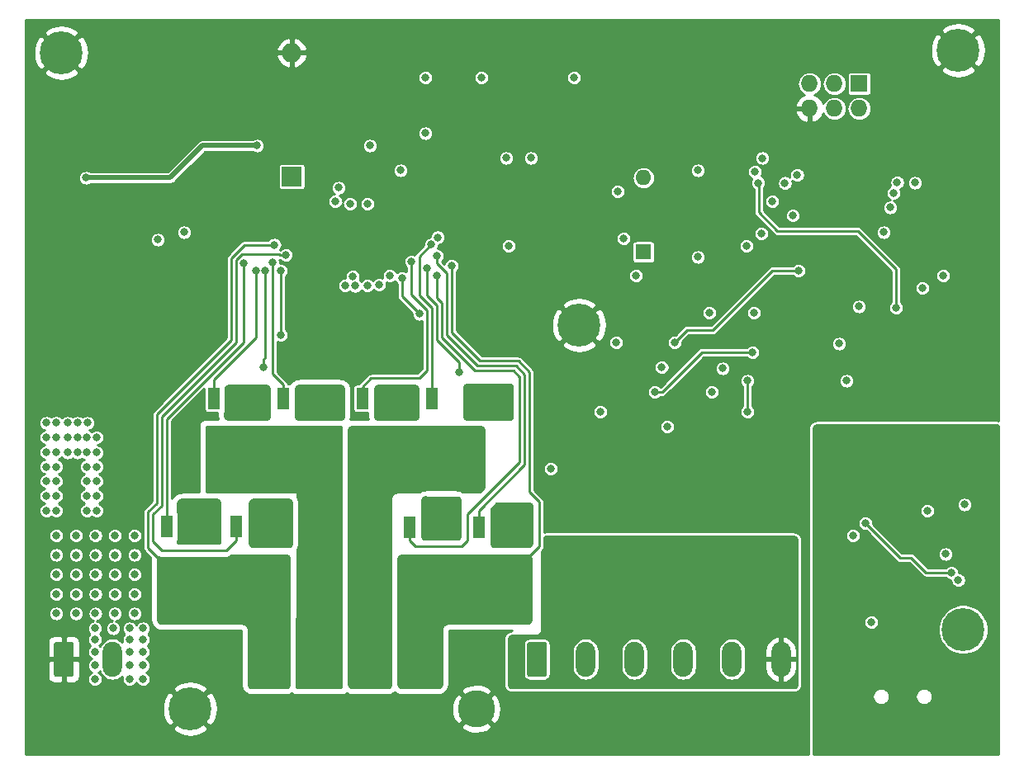
<source format=gbr>
G04 #@! TF.GenerationSoftware,KiCad,Pcbnew,(5.1.0)-1*
G04 #@! TF.CreationDate,2019-09-29T21:15:55+02:00*
G04 #@! TF.ProjectId,HPDriver,48504472-6976-4657-922e-6b696361645f,rev?*
G04 #@! TF.SameCoordinates,Original*
G04 #@! TF.FileFunction,Copper,L4,Bot*
G04 #@! TF.FilePolarity,Positive*
%FSLAX46Y46*%
G04 Gerber Fmt 4.6, Leading zero omitted, Abs format (unit mm)*
G04 Created by KiCad (PCBNEW (5.1.0)-1) date 2019-09-29 21:15:55*
%MOMM*%
%LPD*%
G04 APERTURE LIST*
%ADD10C,3.800000*%
%ADD11O,2.000000X3.600000*%
%ADD12C,0.100000*%
%ADD13C,2.000000*%
%ADD14O,1.727200X1.727200*%
%ADD15R,1.727200X1.727200*%
%ADD16C,4.400000*%
%ADD17R,5.800000X6.400000*%
%ADD18R,1.200000X2.200000*%
%ADD19O,2.000000X2.000000*%
%ADD20R,2.000000X2.000000*%
%ADD21O,1.600000X1.600000*%
%ADD22R,1.600000X1.600000*%
%ADD23C,0.800000*%
%ADD24C,0.500000*%
%ADD25C,0.250000*%
%ADD26C,0.254000*%
G04 APERTURE END LIST*
D10*
X130937000Y-135890000D03*
D11*
X162160000Y-130810000D03*
X157160000Y-130810000D03*
X152160000Y-130810000D03*
X147160000Y-130810000D03*
X142160000Y-130810000D03*
D12*
G36*
X137934504Y-129011204D02*
G01*
X137958773Y-129014804D01*
X137982571Y-129020765D01*
X138005671Y-129029030D01*
X138027849Y-129039520D01*
X138048893Y-129052133D01*
X138068598Y-129066747D01*
X138086777Y-129083223D01*
X138103253Y-129101402D01*
X138117867Y-129121107D01*
X138130480Y-129142151D01*
X138140970Y-129164329D01*
X138149235Y-129187429D01*
X138155196Y-129211227D01*
X138158796Y-129235496D01*
X138160000Y-129260000D01*
X138160000Y-132360000D01*
X138158796Y-132384504D01*
X138155196Y-132408773D01*
X138149235Y-132432571D01*
X138140970Y-132455671D01*
X138130480Y-132477849D01*
X138117867Y-132498893D01*
X138103253Y-132518598D01*
X138086777Y-132536777D01*
X138068598Y-132553253D01*
X138048893Y-132567867D01*
X138027849Y-132580480D01*
X138005671Y-132590970D01*
X137982571Y-132599235D01*
X137958773Y-132605196D01*
X137934504Y-132608796D01*
X137910000Y-132610000D01*
X136410000Y-132610000D01*
X136385496Y-132608796D01*
X136361227Y-132605196D01*
X136337429Y-132599235D01*
X136314329Y-132590970D01*
X136292151Y-132580480D01*
X136271107Y-132567867D01*
X136251402Y-132553253D01*
X136233223Y-132536777D01*
X136216747Y-132518598D01*
X136202133Y-132498893D01*
X136189520Y-132477849D01*
X136179030Y-132455671D01*
X136170765Y-132432571D01*
X136164804Y-132408773D01*
X136161204Y-132384504D01*
X136160000Y-132360000D01*
X136160000Y-129260000D01*
X136161204Y-129235496D01*
X136164804Y-129211227D01*
X136170765Y-129187429D01*
X136179030Y-129164329D01*
X136189520Y-129142151D01*
X136202133Y-129121107D01*
X136216747Y-129101402D01*
X136233223Y-129083223D01*
X136251402Y-129066747D01*
X136271107Y-129052133D01*
X136292151Y-129039520D01*
X136314329Y-129029030D01*
X136337429Y-129020765D01*
X136361227Y-129014804D01*
X136385496Y-129011204D01*
X136410000Y-129010000D01*
X137910000Y-129010000D01*
X137934504Y-129011204D01*
X137934504Y-129011204D01*
G37*
D13*
X137160000Y-130810000D03*
D11*
X124728000Y-130810000D03*
X119728000Y-130810000D03*
X114728000Y-130810000D03*
D12*
G36*
X110502504Y-129011204D02*
G01*
X110526773Y-129014804D01*
X110550571Y-129020765D01*
X110573671Y-129029030D01*
X110595849Y-129039520D01*
X110616893Y-129052133D01*
X110636598Y-129066747D01*
X110654777Y-129083223D01*
X110671253Y-129101402D01*
X110685867Y-129121107D01*
X110698480Y-129142151D01*
X110708970Y-129164329D01*
X110717235Y-129187429D01*
X110723196Y-129211227D01*
X110726796Y-129235496D01*
X110728000Y-129260000D01*
X110728000Y-132360000D01*
X110726796Y-132384504D01*
X110723196Y-132408773D01*
X110717235Y-132432571D01*
X110708970Y-132455671D01*
X110698480Y-132477849D01*
X110685867Y-132498893D01*
X110671253Y-132518598D01*
X110654777Y-132536777D01*
X110636598Y-132553253D01*
X110616893Y-132567867D01*
X110595849Y-132580480D01*
X110573671Y-132590970D01*
X110550571Y-132599235D01*
X110526773Y-132605196D01*
X110502504Y-132608796D01*
X110478000Y-132610000D01*
X108978000Y-132610000D01*
X108953496Y-132608796D01*
X108929227Y-132605196D01*
X108905429Y-132599235D01*
X108882329Y-132590970D01*
X108860151Y-132580480D01*
X108839107Y-132567867D01*
X108819402Y-132553253D01*
X108801223Y-132536777D01*
X108784747Y-132518598D01*
X108770133Y-132498893D01*
X108757520Y-132477849D01*
X108747030Y-132455671D01*
X108738765Y-132432571D01*
X108732804Y-132408773D01*
X108729204Y-132384504D01*
X108728000Y-132360000D01*
X108728000Y-129260000D01*
X108729204Y-129235496D01*
X108732804Y-129211227D01*
X108738765Y-129187429D01*
X108747030Y-129164329D01*
X108757520Y-129142151D01*
X108770133Y-129121107D01*
X108784747Y-129101402D01*
X108801223Y-129083223D01*
X108819402Y-129066747D01*
X108839107Y-129052133D01*
X108860151Y-129039520D01*
X108882329Y-129029030D01*
X108905429Y-129020765D01*
X108929227Y-129014804D01*
X108953496Y-129011204D01*
X108978000Y-129010000D01*
X110478000Y-129010000D01*
X110502504Y-129011204D01*
X110502504Y-129011204D01*
G37*
D13*
X109728000Y-130810000D03*
D11*
X93646000Y-130810000D03*
D12*
G36*
X89420504Y-129011204D02*
G01*
X89444773Y-129014804D01*
X89468571Y-129020765D01*
X89491671Y-129029030D01*
X89513849Y-129039520D01*
X89534893Y-129052133D01*
X89554598Y-129066747D01*
X89572777Y-129083223D01*
X89589253Y-129101402D01*
X89603867Y-129121107D01*
X89616480Y-129142151D01*
X89626970Y-129164329D01*
X89635235Y-129187429D01*
X89641196Y-129211227D01*
X89644796Y-129235496D01*
X89646000Y-129260000D01*
X89646000Y-132360000D01*
X89644796Y-132384504D01*
X89641196Y-132408773D01*
X89635235Y-132432571D01*
X89626970Y-132455671D01*
X89616480Y-132477849D01*
X89603867Y-132498893D01*
X89589253Y-132518598D01*
X89572777Y-132536777D01*
X89554598Y-132553253D01*
X89534893Y-132567867D01*
X89513849Y-132580480D01*
X89491671Y-132590970D01*
X89468571Y-132599235D01*
X89444773Y-132605196D01*
X89420504Y-132608796D01*
X89396000Y-132610000D01*
X87896000Y-132610000D01*
X87871496Y-132608796D01*
X87847227Y-132605196D01*
X87823429Y-132599235D01*
X87800329Y-132590970D01*
X87778151Y-132580480D01*
X87757107Y-132567867D01*
X87737402Y-132553253D01*
X87719223Y-132536777D01*
X87702747Y-132518598D01*
X87688133Y-132498893D01*
X87675520Y-132477849D01*
X87665030Y-132455671D01*
X87656765Y-132432571D01*
X87650804Y-132408773D01*
X87647204Y-132384504D01*
X87646000Y-132360000D01*
X87646000Y-129260000D01*
X87647204Y-129235496D01*
X87650804Y-129211227D01*
X87656765Y-129187429D01*
X87665030Y-129164329D01*
X87675520Y-129142151D01*
X87688133Y-129121107D01*
X87702747Y-129101402D01*
X87719223Y-129083223D01*
X87737402Y-129066747D01*
X87757107Y-129052133D01*
X87778151Y-129039520D01*
X87800329Y-129029030D01*
X87823429Y-129020765D01*
X87847227Y-129014804D01*
X87871496Y-129011204D01*
X87896000Y-129010000D01*
X89396000Y-129010000D01*
X89420504Y-129011204D01*
X89420504Y-129011204D01*
G37*
D13*
X88646000Y-130810000D03*
D14*
X165100000Y-74295000D03*
X165100000Y-71755000D03*
X167640000Y-74295000D03*
X167640000Y-71755000D03*
X170180000Y-74295000D03*
D15*
X170180000Y-71755000D03*
D16*
X180340000Y-68326000D03*
X88392000Y-68580000D03*
X141478000Y-96520000D03*
X180848000Y-127762000D03*
X101600000Y-135890000D03*
D17*
X128652000Y-110339000D03*
D18*
X130932000Y-104039000D03*
X126372000Y-104039000D03*
D17*
X121540000Y-110339000D03*
D18*
X123820000Y-104039000D03*
X119260000Y-104039000D03*
D17*
X108585000Y-123512000D03*
D18*
X110865000Y-117212000D03*
X106305000Y-117212000D03*
D17*
X101474000Y-123512000D03*
D18*
X103754000Y-117212000D03*
X99194000Y-117212000D03*
D17*
X133478000Y-123547000D03*
D18*
X135758000Y-117247000D03*
X131198000Y-117247000D03*
D17*
X126364000Y-123547000D03*
D18*
X128644000Y-117247000D03*
X124084000Y-117247000D03*
D17*
X113412000Y-110339000D03*
D18*
X115692000Y-104039000D03*
X111132000Y-104039000D03*
D17*
X106300000Y-110339000D03*
D18*
X108580000Y-104039000D03*
X104020000Y-104039000D03*
D19*
X112014000Y-68580000D03*
D20*
X112014000Y-81280000D03*
D21*
X148082000Y-81407000D03*
D22*
X148082000Y-89027000D03*
D23*
X130302000Y-112395000D03*
X130302000Y-111125000D03*
X130302000Y-108204000D03*
X118999000Y-87884000D03*
X120269000Y-86868000D03*
X117729000Y-86868000D03*
X117729000Y-88900000D03*
X170180000Y-99060000D03*
X171450000Y-99060000D03*
X182880000Y-101600000D03*
X182880000Y-100330000D03*
X145542000Y-113792000D03*
X146812000Y-113792000D03*
X150622000Y-113792000D03*
X151892000Y-113792000D03*
X153797000Y-113792000D03*
X155067000Y-113792000D03*
X158877000Y-113792000D03*
X160147000Y-113792000D03*
X86614000Y-129794000D03*
X86614000Y-131064000D03*
X86614000Y-132461000D03*
X86614000Y-135001000D03*
X88011000Y-135001000D03*
X89408000Y-135001000D03*
X117856000Y-97663000D03*
X118999000Y-97663000D03*
X120142000Y-97663000D03*
X117856000Y-98552000D03*
X118999000Y-98552000D03*
X120142000Y-98552000D03*
X117856000Y-99441000D03*
X118999000Y-99441000D03*
X120142000Y-99441000D03*
X139319000Y-105918000D03*
X141097001Y-111506003D03*
X149225000Y-104902000D03*
X156591000Y-93218000D03*
X103886000Y-85852000D03*
X105918000Y-85852000D03*
X104648000Y-79121000D03*
X96520000Y-76708000D03*
X98425000Y-76708000D03*
X94361000Y-73914000D03*
X92964000Y-84328000D03*
X106680000Y-71247000D03*
X108458000Y-71247000D03*
X104902000Y-85852000D03*
X149987000Y-87376000D03*
X132207000Y-80264000D03*
X86360000Y-92456000D03*
X87503000Y-92456000D03*
X88519000Y-92456000D03*
X89535000Y-92456000D03*
X90551000Y-92456000D03*
X91567000Y-92456000D03*
X92583000Y-92456000D03*
X139319006Y-104140000D03*
X113538000Y-97790000D03*
X118364000Y-100203000D03*
X119634000Y-100203000D03*
X118999000Y-100965000D03*
X102235000Y-88773000D03*
X103505000Y-88773000D03*
X104775000Y-88773000D03*
X135763000Y-91313000D03*
X135763000Y-92583000D03*
X86995000Y-91440000D03*
X88138000Y-91440000D03*
X89154000Y-91440000D03*
X90170000Y-91440000D03*
X91186000Y-91440000D03*
X92329000Y-91440000D03*
X86614000Y-136525000D03*
X88011000Y-136525000D03*
X89408000Y-136525000D03*
X96520000Y-77978000D03*
X98425000Y-77978000D03*
X97409000Y-77343000D03*
X90678000Y-136525000D03*
X91821000Y-136525000D03*
X91821000Y-135001000D03*
X90678000Y-135001000D03*
X88011000Y-133731000D03*
X89408000Y-133731000D03*
X86614000Y-133731000D03*
X157480000Y-74295000D03*
X163576000Y-104902000D03*
X165227000Y-104902000D03*
X171450000Y-103886000D03*
X180340000Y-103886000D03*
X168656000Y-84455000D03*
X131445000Y-91313000D03*
X131445000Y-92583000D03*
X91567000Y-85725000D03*
X150368000Y-93091000D03*
X143002000Y-79121000D03*
X150876000Y-79121000D03*
X135255000Y-82042000D03*
X144272000Y-81915000D03*
X139700000Y-89535000D03*
X144145000Y-89535000D03*
X141859000Y-91694000D03*
X137287000Y-87884000D03*
X141859000Y-89535000D03*
X144145000Y-87884000D03*
X143637000Y-104140000D03*
X137668000Y-106680000D03*
X137668000Y-109220000D03*
X99187000Y-130683000D03*
X101473000Y-130683000D03*
X103759000Y-130683000D03*
X129921000Y-130810000D03*
X132207000Y-130810000D03*
X86614000Y-140081000D03*
X89154000Y-140081000D03*
X91694000Y-140081000D03*
X94234000Y-140081000D03*
X96774000Y-140081000D03*
X99314000Y-140081000D03*
X101854000Y-140081000D03*
X104394000Y-140081000D03*
X106934000Y-140081000D03*
X109474000Y-140081000D03*
X112014000Y-140081000D03*
X114554000Y-140081000D03*
X117094000Y-140081000D03*
X119634000Y-140081000D03*
X122174000Y-140081000D03*
X124714000Y-140081000D03*
X127254000Y-140081000D03*
X129794000Y-140081000D03*
X132334000Y-140081000D03*
X134874000Y-140081000D03*
X137414000Y-140081000D03*
X139954000Y-140081000D03*
X142494000Y-140081000D03*
X145034000Y-140081000D03*
X147574000Y-140081000D03*
X150114000Y-140081000D03*
X152654000Y-140081000D03*
X155194000Y-140081000D03*
X157734000Y-140081000D03*
X160274000Y-140081000D03*
X162814000Y-140081000D03*
X94234000Y-66040000D03*
X96774000Y-66040000D03*
X99314000Y-66040000D03*
X101854000Y-66040000D03*
X104394000Y-66040000D03*
X106934000Y-66040000D03*
X109474000Y-66040000D03*
X112014000Y-66040000D03*
X114554000Y-66040000D03*
X117094000Y-66040000D03*
X119634000Y-66040000D03*
X122174000Y-66040000D03*
X124714000Y-66040000D03*
X127254000Y-66040000D03*
X129794000Y-66040000D03*
X132334000Y-66040000D03*
X134874000Y-66040000D03*
X137414000Y-66040000D03*
X139954000Y-66040000D03*
X142494000Y-66040000D03*
X145034000Y-66040000D03*
X147574000Y-66040000D03*
X150114000Y-66040000D03*
X152654000Y-66040000D03*
X155194000Y-66040000D03*
X157734000Y-66040000D03*
X160274000Y-66040000D03*
X162814000Y-66040000D03*
X165354000Y-66040000D03*
X167894000Y-66040000D03*
X170434000Y-66040000D03*
X172974000Y-66040000D03*
X175514000Y-66040000D03*
X178054000Y-66040000D03*
X91821000Y-66040000D03*
X101092000Y-105791000D03*
X91059000Y-106553000D03*
X105537000Y-103124000D03*
X105537000Y-104140000D03*
X105537000Y-105156000D03*
X106553000Y-105156000D03*
X106553000Y-104140000D03*
X106553000Y-103124000D03*
X107569000Y-103124000D03*
X107569000Y-104140000D03*
X107569000Y-105156000D03*
X132334000Y-102997000D03*
X133350000Y-102997000D03*
X132334000Y-103886000D03*
X133350000Y-103886000D03*
X132334000Y-104775000D03*
X133350000Y-104775000D03*
X133350000Y-105664000D03*
X132334000Y-105664000D03*
X134239000Y-102997000D03*
X134239000Y-103886000D03*
X134239000Y-104775000D03*
X134239000Y-105664000D03*
X136271000Y-115316000D03*
X135382000Y-115316000D03*
X134366000Y-115316000D03*
X133350000Y-115316000D03*
X134366000Y-116332000D03*
X134366000Y-117221000D03*
X134366000Y-118110000D03*
X133350000Y-118110000D03*
X133350000Y-117221000D03*
X133350000Y-116332000D03*
X86868000Y-106553000D03*
X100965000Y-86995000D03*
X123190000Y-80645000D03*
X87860000Y-106553000D03*
X90043000Y-106553000D03*
X86868000Y-108053000D03*
X87860000Y-108053000D03*
X91011000Y-108053000D03*
X92003000Y-108053000D03*
X86868000Y-109553000D03*
X87860000Y-109553000D03*
X91011000Y-109601000D03*
X92003000Y-109601000D03*
X86868000Y-111053000D03*
X87860000Y-111053000D03*
X91011000Y-111053000D03*
X92003000Y-111053000D03*
X86868000Y-112553000D03*
X87860000Y-112553000D03*
X91011000Y-112553000D03*
X92003000Y-112553000D03*
X86868000Y-114053000D03*
X87860000Y-114053000D03*
X91011000Y-114053000D03*
X92003000Y-114053000D03*
X86868000Y-115553000D03*
X87860000Y-115553000D03*
X91011000Y-115553000D03*
X92003000Y-115553000D03*
X90043000Y-109601000D03*
X90043000Y-108077000D03*
X89027000Y-109601000D03*
X89027000Y-108077000D03*
X89027000Y-106553000D03*
X102235000Y-118110000D03*
X102235000Y-117094000D03*
X102235000Y-116078000D03*
X102235000Y-115062000D03*
X101092000Y-115062000D03*
X101092000Y-116078000D03*
X101092000Y-117094000D03*
X101092000Y-118110000D03*
X104267000Y-115062000D03*
X103251000Y-115062000D03*
X108458000Y-78105000D03*
X90932000Y-81407000D03*
X176657000Y-92710000D03*
X154813000Y-95250000D03*
X150495000Y-106934000D03*
X143637000Y-105409992D03*
X138557000Y-111251996D03*
X134239000Y-88392000D03*
X116835340Y-82418340D03*
X125730000Y-76835000D03*
X147320000Y-91440000D03*
X136525000Y-79375000D03*
X98298000Y-87757000D03*
X108331000Y-115062000D03*
X108331000Y-116078000D03*
X108331000Y-117094000D03*
X108331000Y-118110000D03*
X109474000Y-118110000D03*
X109474000Y-117094000D03*
X109474000Y-116078000D03*
X109474000Y-115062000D03*
X110490000Y-115062000D03*
X112903000Y-103124000D03*
X112903000Y-104140000D03*
X112903000Y-105156000D03*
X113919000Y-105156000D03*
X113919000Y-104140000D03*
X113919000Y-103124000D03*
X116967000Y-105156000D03*
X116967000Y-104140000D03*
X116967000Y-103124000D03*
X111506000Y-115062000D03*
X126365000Y-116586000D03*
X126365000Y-117602000D03*
X127381000Y-117602000D03*
X127381000Y-116586000D03*
X126365000Y-115570000D03*
X126365000Y-114554000D03*
X127381000Y-114554000D03*
X128397000Y-114554000D03*
X127381000Y-115570000D03*
X128397000Y-115570000D03*
X121539000Y-104267000D03*
X121539000Y-103251000D03*
X122555000Y-103251000D03*
X122555000Y-104267000D03*
X121539000Y-105283000D03*
X122555000Y-105283000D03*
X123571000Y-105791000D03*
X124587000Y-105791000D03*
X170180000Y-124460000D03*
X167005000Y-123190000D03*
X169545000Y-123190000D03*
X174625000Y-116205000D03*
X182880000Y-118110000D03*
X179705000Y-116840000D03*
X181610000Y-137160000D03*
X167640000Y-137160000D03*
X168910000Y-109220000D03*
X182880000Y-109220000D03*
X167640000Y-134874000D03*
X167640000Y-132588000D03*
X181610000Y-134874000D03*
X181610000Y-132588000D03*
X174879000Y-118745000D03*
X175006000Y-122047000D03*
X174117000Y-134874000D03*
X167005000Y-125349000D03*
X167640000Y-140081000D03*
X170180000Y-140081000D03*
X172720000Y-140081000D03*
X175260000Y-140081000D03*
X177800000Y-140081000D03*
X180340000Y-140081000D03*
X182880000Y-140081000D03*
X168275000Y-127508000D03*
X171450000Y-127000000D03*
X169545000Y-118110000D03*
X170815000Y-116840000D03*
X179631285Y-121909134D03*
X140970000Y-71120000D03*
X175895000Y-81915000D03*
X170180030Y-94615000D03*
X131445000Y-71120000D03*
X168910000Y-102235000D03*
X174086501Y-81864183D03*
X125730000Y-71120000D03*
X173698384Y-82978148D03*
X168148000Y-98425000D03*
X149225000Y-103378000D03*
X120963695Y-92393769D03*
X146050000Y-87630000D03*
X159258000Y-99314022D03*
X135763000Y-124460000D03*
X135890000Y-120904000D03*
X128651000Y-125984000D03*
X124079000Y-120904000D03*
X124079000Y-122682000D03*
X124079001Y-124460001D03*
X124079000Y-125984000D03*
X126365000Y-120904000D03*
X128651000Y-120904000D03*
X126365000Y-125984000D03*
X126365000Y-124460000D03*
X126365000Y-122682000D03*
X128651000Y-122682000D03*
X128651000Y-124460000D03*
X131191000Y-125984000D03*
X131191000Y-124460000D03*
X131191000Y-122682000D03*
X131191000Y-120904000D03*
X133477000Y-120904000D03*
X133477000Y-122682000D03*
X133477000Y-124460000D03*
X133477000Y-125984000D03*
X135889998Y-125984000D03*
X135763000Y-122681998D03*
X128396996Y-90424000D03*
X121793000Y-110236000D03*
X131064000Y-107696000D03*
X131064000Y-108839000D03*
X131064000Y-110490000D03*
X131064000Y-111887000D03*
X131064000Y-113030000D03*
X121920000Y-112776000D03*
X123698000Y-110236000D03*
X121793000Y-107950000D03*
X129159000Y-101346000D03*
X125870567Y-90714990D03*
X115316000Y-110236000D03*
X105283000Y-111506000D03*
X105283000Y-108966000D03*
X104267000Y-110236000D03*
X104267000Y-112776000D03*
X104267000Y-107823000D03*
X113411000Y-112649000D03*
X113411000Y-107950000D03*
X106299000Y-112776000D03*
X106299000Y-110236000D03*
X113411000Y-110236000D03*
X106299000Y-107823000D03*
X109310011Y-90968989D03*
X109093114Y-100838000D03*
X103759000Y-120904000D03*
X101473000Y-120904000D03*
X101473000Y-122682000D03*
X99187000Y-120904000D03*
X99187000Y-122682000D03*
X99187000Y-124460000D03*
X103759000Y-124460000D03*
X103759000Y-122682000D03*
X101473000Y-124460000D03*
X103759000Y-125984000D03*
X106299000Y-120904000D03*
X106299000Y-122682000D03*
X106299000Y-124460000D03*
X106299000Y-125984000D03*
X110871000Y-125984000D03*
X110871000Y-124460000D03*
X110871000Y-122682000D03*
X108585000Y-125984000D03*
X110871000Y-120904000D03*
X108585000Y-124460000D03*
X108585000Y-122682000D03*
X108585000Y-120904000D03*
X101473000Y-125984000D03*
X99187000Y-125984000D03*
X110240660Y-88269660D03*
X151511000Y-123825000D03*
X152908000Y-123825000D03*
X154432000Y-123825000D03*
X159893000Y-123825000D03*
X146431000Y-123825000D03*
X141351000Y-123825000D03*
X139446000Y-121920000D03*
X139573000Y-129794000D03*
X139573000Y-132080000D03*
X144653000Y-132080000D03*
X144653000Y-129794000D03*
X149479000Y-132080000D03*
X149479000Y-129794000D03*
X154686000Y-132080000D03*
X154686000Y-129794000D03*
X159639000Y-132080000D03*
X159639000Y-129794000D03*
X141351000Y-127254000D03*
X146431000Y-127254000D03*
X151511000Y-126746000D03*
X117475000Y-92456000D03*
X161290000Y-83820000D03*
X118517966Y-92499979D03*
X163839582Y-81117875D03*
X118273990Y-91529747D03*
X162577000Y-81932000D03*
X122047008Y-91440000D03*
X126966247Y-87510988D03*
X179070000Y-120015000D03*
X177165000Y-115570000D03*
X159511994Y-80772006D03*
X178816000Y-91440000D03*
X110871000Y-97536000D03*
X110870996Y-90932000D03*
X123317000Y-91694016D03*
X125095000Y-95377000D03*
X119765660Y-84078660D03*
X156210000Y-100965000D03*
X159385000Y-95250006D03*
X160269340Y-79379660D03*
X160146993Y-87121993D03*
X158623000Y-88392000D03*
X155067004Y-103378000D03*
X173990000Y-94742000D03*
X159837005Y-81925295D03*
X158750000Y-102235000D03*
X158750000Y-105410000D03*
X163957000Y-90932000D03*
X116459000Y-83820000D03*
X151257000Y-98298000D03*
X145415000Y-82804000D03*
X145288000Y-98298000D03*
X117987660Y-84078660D03*
X149950008Y-100838000D03*
X153670000Y-89535006D03*
X153670000Y-80645000D03*
X119761000Y-92456000D03*
X163390160Y-85285160D03*
X180975000Y-114935000D03*
X180356295Y-122678840D03*
X108311297Y-90918044D03*
X110038939Y-90123292D03*
X126873000Y-91440000D03*
X126872992Y-89408000D03*
X107061000Y-90170000D03*
X111423228Y-89304653D03*
X124264830Y-89984150D03*
X126306622Y-88262599D03*
X120015000Y-78105000D03*
X173355008Y-84455000D03*
X133985000Y-79375000D03*
X172720000Y-86995000D03*
X87884000Y-118110000D03*
X95377000Y-130048000D03*
X96774000Y-130048000D03*
X95377000Y-131445000D03*
X96774000Y-131445000D03*
X95377000Y-132842000D03*
X96774000Y-132842000D03*
X91821000Y-130048000D03*
X91821000Y-131445000D03*
X91821000Y-132842000D03*
X89884000Y-118110000D03*
X91884000Y-118110000D03*
X93884000Y-118110000D03*
X95884000Y-118110000D03*
X87884000Y-120110000D03*
X89884000Y-120110000D03*
X91884000Y-120110000D03*
X93884000Y-120110000D03*
X95884000Y-120110000D03*
X87884000Y-122110000D03*
X89884000Y-122110000D03*
X91884000Y-122110000D03*
X93884000Y-122110000D03*
X95884000Y-122110000D03*
X87884000Y-124110000D03*
X89884000Y-124110000D03*
X91884000Y-124110000D03*
X93884000Y-124110000D03*
X95884000Y-124110000D03*
X87884000Y-126110000D03*
X89884000Y-126110000D03*
X91884000Y-126110000D03*
X93884000Y-126110000D03*
X95884000Y-126110000D03*
X91821000Y-127635000D03*
X91821000Y-128778000D03*
X95377000Y-128778000D03*
X96774000Y-128778000D03*
X96774000Y-127635000D03*
X95377000Y-127635000D03*
X93726000Y-127635000D03*
D24*
X102870000Y-78105000D02*
X108458000Y-78105000D01*
X90932000Y-81407000D02*
X99568000Y-81407000D01*
X99568000Y-81407000D02*
X102870000Y-78105000D01*
D25*
X177027134Y-121909134D02*
X179631285Y-121909134D01*
X175514000Y-120396000D02*
X177027134Y-121909134D01*
X170815000Y-116840000D02*
X174371000Y-120396000D01*
X174371000Y-120396000D02*
X175514000Y-120396000D01*
X120963695Y-92393769D02*
X121031000Y-92326464D01*
X158692315Y-99314022D02*
X159258000Y-99314022D01*
X154050978Y-99314022D02*
X158692315Y-99314022D01*
X149225000Y-103378000D02*
X149987000Y-103378000D01*
X149987000Y-103378000D02*
X154050978Y-99314022D01*
X128397000Y-90424004D02*
X128396996Y-90424000D01*
X128397000Y-97282000D02*
X128397000Y-90424004D01*
X137414000Y-119253000D02*
X137414000Y-114681000D01*
X134874000Y-121793000D02*
X137414000Y-119253000D01*
X137414000Y-114681000D02*
X136398000Y-113665000D01*
X136398000Y-113665000D02*
X136398000Y-101346000D01*
X131318000Y-100203000D02*
X128397000Y-97282000D01*
X136398000Y-101346000D02*
X135255000Y-100203000D01*
X135255000Y-100203000D02*
X131318000Y-100203000D01*
X125870567Y-93485567D02*
X125870567Y-90714990D01*
X126873000Y-94488000D02*
X125870567Y-93485567D01*
X126873000Y-98044000D02*
X126873000Y-94488000D01*
X129159000Y-101346000D02*
X129159000Y-100330000D01*
X129159000Y-100330000D02*
X126873000Y-98044000D01*
X109093114Y-100075886D02*
X109093114Y-100838000D01*
X109310011Y-90968989D02*
X109310011Y-99858989D01*
X109310011Y-99858989D02*
X109093114Y-100075886D01*
X105791000Y-89662000D02*
X107183340Y-88269660D01*
X105791000Y-98044000D02*
X105791000Y-89662000D01*
X107183340Y-88269660D02*
X110240660Y-88269660D01*
X101414000Y-123512000D02*
X97282000Y-119380000D01*
X101474000Y-123512000D02*
X101414000Y-123512000D01*
X97282000Y-119380000D02*
X97282000Y-115697000D01*
X98171000Y-114808000D02*
X98171000Y-105664000D01*
X97282000Y-115697000D02*
X98171000Y-114808000D01*
X98171000Y-105664000D02*
X105791000Y-98044000D01*
X110871000Y-97536000D02*
X110871000Y-90932004D01*
X110871000Y-90932004D02*
X110870996Y-90932000D01*
X123317000Y-93599000D02*
X125095000Y-95377000D01*
X123317000Y-91694016D02*
X123317000Y-93599000D01*
X173990000Y-94742000D02*
X173990000Y-94176315D01*
X173990000Y-90805000D02*
X173990000Y-94742000D01*
X170053000Y-86868000D02*
X173990000Y-90805000D01*
X161798000Y-86868000D02*
X170053000Y-86868000D01*
X159893000Y-84963000D02*
X161798000Y-86868000D01*
X159837005Y-81925295D02*
X159893000Y-81981290D01*
X159893000Y-81981290D02*
X159893000Y-84963000D01*
X158750000Y-102235000D02*
X158750000Y-105410000D01*
X161290000Y-90932000D02*
X163957000Y-90932000D01*
X155194000Y-97028000D02*
X161290000Y-90932000D01*
X151257000Y-98298000D02*
X152527000Y-97028000D01*
X152527000Y-97028000D02*
X155194000Y-97028000D01*
X119749000Y-92444000D02*
X119761000Y-92456000D01*
X108331000Y-90937747D02*
X108311297Y-90918044D01*
X108331000Y-97790000D02*
X108331000Y-90937747D01*
X104020000Y-104039000D02*
X104020000Y-102101000D01*
X104020000Y-102101000D02*
X108331000Y-97790000D01*
X110038939Y-101529939D02*
X110038939Y-90123292D01*
X111132000Y-104039000D02*
X111132000Y-102623000D01*
X111132000Y-102623000D02*
X110038939Y-101529939D01*
X126873000Y-93726000D02*
X126873000Y-91440000D01*
X127381000Y-94234000D02*
X126873000Y-93726000D01*
X127381000Y-97790000D02*
X127381000Y-94234000D01*
X135382000Y-101854000D02*
X134747000Y-101219000D01*
X135382000Y-110617000D02*
X135382000Y-101854000D01*
X134747000Y-101219000D02*
X130810000Y-101219000D01*
X124084000Y-117247000D02*
X124084000Y-118623000D01*
X130810000Y-101219000D02*
X127381000Y-97790000D01*
X124084000Y-118623000D02*
X124714000Y-119253000D01*
X124714000Y-119253000D02*
X129413000Y-119253000D01*
X129413000Y-119253000D02*
X130048000Y-118618000D01*
X130048000Y-118618000D02*
X130048000Y-115951000D01*
X130048000Y-115951000D02*
X135382000Y-110617000D01*
X126872992Y-90169992D02*
X126872992Y-89408000D01*
X127889000Y-91186000D02*
X126872992Y-90169992D01*
X127889000Y-97536000D02*
X127889000Y-91186000D01*
X131198000Y-115563000D02*
X135890000Y-110871000D01*
X135890000Y-110871000D02*
X135890000Y-101600000D01*
X135890000Y-101600000D02*
X135001000Y-100711000D01*
X131198000Y-117247000D02*
X131198000Y-115563000D01*
X135001000Y-100711000D02*
X131064000Y-100711000D01*
X131064000Y-100711000D02*
X127889000Y-97536000D01*
X99194000Y-106165000D02*
X99194000Y-117212000D01*
X107061000Y-98298000D02*
X99194000Y-106165000D01*
X107061000Y-90170000D02*
X107061000Y-98298000D01*
X98679000Y-119634000D02*
X105283000Y-119634000D01*
X98679000Y-115062000D02*
X97790000Y-115951000D01*
X105283000Y-119634000D02*
X106305000Y-118612000D01*
X98679000Y-105918000D02*
X98679000Y-115062000D01*
X97790000Y-115951000D02*
X97790000Y-118745000D01*
X110767653Y-89304653D02*
X110744000Y-89281000D01*
X111423228Y-89304653D02*
X110767653Y-89304653D01*
X97790000Y-118745000D02*
X98679000Y-119634000D01*
X110744000Y-89281000D02*
X106876998Y-89281000D01*
X106876998Y-89281000D02*
X106299000Y-89858998D01*
X106299000Y-89858998D02*
X106299000Y-98298000D01*
X106305000Y-118612000D02*
X106305000Y-117212000D01*
X106299000Y-98298000D02*
X98679000Y-105918000D01*
X119260000Y-102863000D02*
X120142000Y-101981000D01*
X124264830Y-93403830D02*
X124264830Y-89984150D01*
X119260000Y-104039000D02*
X119260000Y-102863000D01*
X120142000Y-101981000D02*
X125095000Y-101981000D01*
X125095000Y-101981000D02*
X125857000Y-101219000D01*
X125857000Y-101219000D02*
X125857000Y-94996000D01*
X125857000Y-94996000D02*
X124264830Y-93403830D01*
X125095000Y-89474221D02*
X126306622Y-88262599D01*
X125095000Y-93472000D02*
X125095000Y-89474221D01*
X126372000Y-104039000D02*
X126372000Y-94749000D01*
X126372000Y-94749000D02*
X125095000Y-93472000D01*
D26*
G36*
X184381257Y-106820769D02*
G01*
X184470955Y-106857923D01*
X184506000Y-106884815D01*
X184506000Y-140564000D01*
X165494472Y-140564000D01*
X165481000Y-140461672D01*
X165481000Y-134533229D01*
X171544000Y-134533229D01*
X171544000Y-134706771D01*
X171577856Y-134876978D01*
X171644268Y-135037310D01*
X171740682Y-135181605D01*
X171863395Y-135304318D01*
X172007690Y-135400732D01*
X172168022Y-135467144D01*
X172338229Y-135501000D01*
X172511771Y-135501000D01*
X172681978Y-135467144D01*
X172842310Y-135400732D01*
X172986605Y-135304318D01*
X173109318Y-135181605D01*
X173205732Y-135037310D01*
X173272144Y-134876978D01*
X173306000Y-134706771D01*
X173306000Y-134533229D01*
X175944000Y-134533229D01*
X175944000Y-134706771D01*
X175977856Y-134876978D01*
X176044268Y-135037310D01*
X176140682Y-135181605D01*
X176263395Y-135304318D01*
X176407690Y-135400732D01*
X176568022Y-135467144D01*
X176738229Y-135501000D01*
X176911771Y-135501000D01*
X177081978Y-135467144D01*
X177242310Y-135400732D01*
X177386605Y-135304318D01*
X177509318Y-135181605D01*
X177605732Y-135037310D01*
X177672144Y-134876978D01*
X177706000Y-134706771D01*
X177706000Y-134533229D01*
X177672144Y-134363022D01*
X177605732Y-134202690D01*
X177509318Y-134058395D01*
X177386605Y-133935682D01*
X177242310Y-133839268D01*
X177081978Y-133772856D01*
X176911771Y-133739000D01*
X176738229Y-133739000D01*
X176568022Y-133772856D01*
X176407690Y-133839268D01*
X176263395Y-133935682D01*
X176140682Y-134058395D01*
X176044268Y-134202690D01*
X175977856Y-134363022D01*
X175944000Y-134533229D01*
X173306000Y-134533229D01*
X173272144Y-134363022D01*
X173205732Y-134202690D01*
X173109318Y-134058395D01*
X172986605Y-133935682D01*
X172842310Y-133839268D01*
X172681978Y-133772856D01*
X172511771Y-133739000D01*
X172338229Y-133739000D01*
X172168022Y-133772856D01*
X172007690Y-133839268D01*
X171863395Y-133935682D01*
X171740682Y-134058395D01*
X171644268Y-134202690D01*
X171577856Y-134363022D01*
X171544000Y-134533229D01*
X165481000Y-134533229D01*
X165481000Y-126923078D01*
X170669000Y-126923078D01*
X170669000Y-127076922D01*
X170699013Y-127227809D01*
X170757887Y-127369942D01*
X170843358Y-127497859D01*
X170952141Y-127606642D01*
X171080058Y-127692113D01*
X171222191Y-127750987D01*
X171373078Y-127781000D01*
X171526922Y-127781000D01*
X171677809Y-127750987D01*
X171819942Y-127692113D01*
X171947859Y-127606642D01*
X172046707Y-127507794D01*
X178267000Y-127507794D01*
X178267000Y-128016206D01*
X178366187Y-128514850D01*
X178560748Y-128984562D01*
X178843207Y-129407291D01*
X179202709Y-129766793D01*
X179625438Y-130049252D01*
X180095150Y-130243813D01*
X180593794Y-130343000D01*
X181102206Y-130343000D01*
X181600850Y-130243813D01*
X182070562Y-130049252D01*
X182493291Y-129766793D01*
X182852793Y-129407291D01*
X183135252Y-128984562D01*
X183329813Y-128514850D01*
X183429000Y-128016206D01*
X183429000Y-127507794D01*
X183329813Y-127009150D01*
X183135252Y-126539438D01*
X182852793Y-126116709D01*
X182493291Y-125757207D01*
X182070562Y-125474748D01*
X181600850Y-125280187D01*
X181102206Y-125181000D01*
X180593794Y-125181000D01*
X180095150Y-125280187D01*
X179625438Y-125474748D01*
X179202709Y-125757207D01*
X178843207Y-126116709D01*
X178560748Y-126539438D01*
X178366187Y-127009150D01*
X178267000Y-127507794D01*
X172046707Y-127507794D01*
X172056642Y-127497859D01*
X172142113Y-127369942D01*
X172200987Y-127227809D01*
X172231000Y-127076922D01*
X172231000Y-126923078D01*
X172200987Y-126772191D01*
X172142113Y-126630058D01*
X172056642Y-126502141D01*
X171947859Y-126393358D01*
X171819942Y-126307887D01*
X171677809Y-126249013D01*
X171526922Y-126219000D01*
X171373078Y-126219000D01*
X171222191Y-126249013D01*
X171080058Y-126307887D01*
X170952141Y-126393358D01*
X170843358Y-126502141D01*
X170757887Y-126630058D01*
X170699013Y-126772191D01*
X170669000Y-126923078D01*
X165481000Y-126923078D01*
X165481000Y-118033078D01*
X168764000Y-118033078D01*
X168764000Y-118186922D01*
X168794013Y-118337809D01*
X168852887Y-118479942D01*
X168938358Y-118607859D01*
X169047141Y-118716642D01*
X169175058Y-118802113D01*
X169317191Y-118860987D01*
X169468078Y-118891000D01*
X169621922Y-118891000D01*
X169772809Y-118860987D01*
X169914942Y-118802113D01*
X170042859Y-118716642D01*
X170151642Y-118607859D01*
X170237113Y-118479942D01*
X170295987Y-118337809D01*
X170326000Y-118186922D01*
X170326000Y-118033078D01*
X170295987Y-117882191D01*
X170237113Y-117740058D01*
X170151642Y-117612141D01*
X170042859Y-117503358D01*
X169914942Y-117417887D01*
X169772809Y-117359013D01*
X169621922Y-117329000D01*
X169468078Y-117329000D01*
X169317191Y-117359013D01*
X169175058Y-117417887D01*
X169047141Y-117503358D01*
X168938358Y-117612141D01*
X168852887Y-117740058D01*
X168794013Y-117882191D01*
X168764000Y-118033078D01*
X165481000Y-118033078D01*
X165481000Y-116763078D01*
X170034000Y-116763078D01*
X170034000Y-116916922D01*
X170064013Y-117067809D01*
X170122887Y-117209942D01*
X170208358Y-117337859D01*
X170317141Y-117446642D01*
X170445058Y-117532113D01*
X170587191Y-117590987D01*
X170738078Y-117621000D01*
X170880409Y-117621000D01*
X173995628Y-120736220D01*
X174011473Y-120755527D01*
X174088521Y-120818759D01*
X174176425Y-120865745D01*
X174249607Y-120887944D01*
X174271806Y-120894678D01*
X174281694Y-120895652D01*
X174346146Y-120902000D01*
X174346153Y-120902000D01*
X174370999Y-120904447D01*
X174395845Y-120902000D01*
X175304409Y-120902000D01*
X176651762Y-122249354D01*
X176667607Y-122268661D01*
X176744655Y-122331893D01*
X176832559Y-122378879D01*
X176927941Y-122407812D01*
X177027134Y-122417582D01*
X177051988Y-122415134D01*
X179032784Y-122415134D01*
X179133426Y-122515776D01*
X179261343Y-122601247D01*
X179403476Y-122660121D01*
X179554363Y-122690134D01*
X179575295Y-122690134D01*
X179575295Y-122755762D01*
X179605308Y-122906649D01*
X179664182Y-123048782D01*
X179749653Y-123176699D01*
X179858436Y-123285482D01*
X179986353Y-123370953D01*
X180128486Y-123429827D01*
X180279373Y-123459840D01*
X180433217Y-123459840D01*
X180584104Y-123429827D01*
X180726237Y-123370953D01*
X180854154Y-123285482D01*
X180962937Y-123176699D01*
X181048408Y-123048782D01*
X181107282Y-122906649D01*
X181137295Y-122755762D01*
X181137295Y-122601918D01*
X181107282Y-122451031D01*
X181048408Y-122308898D01*
X180962937Y-122180981D01*
X180854154Y-122072198D01*
X180726237Y-121986727D01*
X180584104Y-121927853D01*
X180433217Y-121897840D01*
X180412285Y-121897840D01*
X180412285Y-121832212D01*
X180382272Y-121681325D01*
X180323398Y-121539192D01*
X180237927Y-121411275D01*
X180129144Y-121302492D01*
X180001227Y-121217021D01*
X179859094Y-121158147D01*
X179708207Y-121128134D01*
X179554363Y-121128134D01*
X179403476Y-121158147D01*
X179261343Y-121217021D01*
X179133426Y-121302492D01*
X179032784Y-121403134D01*
X177236726Y-121403134D01*
X175889376Y-120055785D01*
X175873527Y-120036473D01*
X175796479Y-119973241D01*
X175730695Y-119938078D01*
X178289000Y-119938078D01*
X178289000Y-120091922D01*
X178319013Y-120242809D01*
X178377887Y-120384942D01*
X178463358Y-120512859D01*
X178572141Y-120621642D01*
X178700058Y-120707113D01*
X178842191Y-120765987D01*
X178993078Y-120796000D01*
X179146922Y-120796000D01*
X179297809Y-120765987D01*
X179439942Y-120707113D01*
X179567859Y-120621642D01*
X179676642Y-120512859D01*
X179762113Y-120384942D01*
X179820987Y-120242809D01*
X179851000Y-120091922D01*
X179851000Y-119938078D01*
X179820987Y-119787191D01*
X179762113Y-119645058D01*
X179676642Y-119517141D01*
X179567859Y-119408358D01*
X179439942Y-119322887D01*
X179297809Y-119264013D01*
X179146922Y-119234000D01*
X178993078Y-119234000D01*
X178842191Y-119264013D01*
X178700058Y-119322887D01*
X178572141Y-119408358D01*
X178463358Y-119517141D01*
X178377887Y-119645058D01*
X178319013Y-119787191D01*
X178289000Y-119938078D01*
X175730695Y-119938078D01*
X175708575Y-119926255D01*
X175613193Y-119897322D01*
X175538854Y-119890000D01*
X175538846Y-119890000D01*
X175514000Y-119887553D01*
X175489154Y-119890000D01*
X174580592Y-119890000D01*
X171596000Y-116905409D01*
X171596000Y-116763078D01*
X171565987Y-116612191D01*
X171507113Y-116470058D01*
X171421642Y-116342141D01*
X171312859Y-116233358D01*
X171184942Y-116147887D01*
X171042809Y-116089013D01*
X170891922Y-116059000D01*
X170738078Y-116059000D01*
X170587191Y-116089013D01*
X170445058Y-116147887D01*
X170317141Y-116233358D01*
X170208358Y-116342141D01*
X170122887Y-116470058D01*
X170064013Y-116612191D01*
X170034000Y-116763078D01*
X165481000Y-116763078D01*
X165481000Y-115493078D01*
X176384000Y-115493078D01*
X176384000Y-115646922D01*
X176414013Y-115797809D01*
X176472887Y-115939942D01*
X176558358Y-116067859D01*
X176667141Y-116176642D01*
X176795058Y-116262113D01*
X176937191Y-116320987D01*
X177088078Y-116351000D01*
X177241922Y-116351000D01*
X177392809Y-116320987D01*
X177534942Y-116262113D01*
X177662859Y-116176642D01*
X177771642Y-116067859D01*
X177857113Y-115939942D01*
X177915987Y-115797809D01*
X177946000Y-115646922D01*
X177946000Y-115493078D01*
X177915987Y-115342191D01*
X177857113Y-115200058D01*
X177771642Y-115072141D01*
X177662859Y-114963358D01*
X177534942Y-114877887D01*
X177487120Y-114858078D01*
X180194000Y-114858078D01*
X180194000Y-115011922D01*
X180224013Y-115162809D01*
X180282887Y-115304942D01*
X180368358Y-115432859D01*
X180477141Y-115541642D01*
X180605058Y-115627113D01*
X180747191Y-115685987D01*
X180898078Y-115716000D01*
X181051922Y-115716000D01*
X181202809Y-115685987D01*
X181344942Y-115627113D01*
X181472859Y-115541642D01*
X181581642Y-115432859D01*
X181667113Y-115304942D01*
X181725987Y-115162809D01*
X181756000Y-115011922D01*
X181756000Y-114858078D01*
X181725987Y-114707191D01*
X181667113Y-114565058D01*
X181581642Y-114437141D01*
X181472859Y-114328358D01*
X181344942Y-114242887D01*
X181202809Y-114184013D01*
X181051922Y-114154000D01*
X180898078Y-114154000D01*
X180747191Y-114184013D01*
X180605058Y-114242887D01*
X180477141Y-114328358D01*
X180368358Y-114437141D01*
X180282887Y-114565058D01*
X180224013Y-114707191D01*
X180194000Y-114858078D01*
X177487120Y-114858078D01*
X177392809Y-114819013D01*
X177241922Y-114789000D01*
X177088078Y-114789000D01*
X176937191Y-114819013D01*
X176795058Y-114877887D01*
X176667141Y-114963358D01*
X176558358Y-115072141D01*
X176472887Y-115200058D01*
X176414013Y-115342191D01*
X176384000Y-115493078D01*
X165481000Y-115493078D01*
X165481000Y-107188328D01*
X165494769Y-107083743D01*
X165531923Y-106994045D01*
X165591024Y-106917024D01*
X165668045Y-106857923D01*
X165757743Y-106820769D01*
X165862328Y-106807000D01*
X184276672Y-106807000D01*
X184381257Y-106820769D01*
X184381257Y-106820769D01*
G37*
X184381257Y-106820769D02*
X184470955Y-106857923D01*
X184506000Y-106884815D01*
X184506000Y-140564000D01*
X165494472Y-140564000D01*
X165481000Y-140461672D01*
X165481000Y-134533229D01*
X171544000Y-134533229D01*
X171544000Y-134706771D01*
X171577856Y-134876978D01*
X171644268Y-135037310D01*
X171740682Y-135181605D01*
X171863395Y-135304318D01*
X172007690Y-135400732D01*
X172168022Y-135467144D01*
X172338229Y-135501000D01*
X172511771Y-135501000D01*
X172681978Y-135467144D01*
X172842310Y-135400732D01*
X172986605Y-135304318D01*
X173109318Y-135181605D01*
X173205732Y-135037310D01*
X173272144Y-134876978D01*
X173306000Y-134706771D01*
X173306000Y-134533229D01*
X175944000Y-134533229D01*
X175944000Y-134706771D01*
X175977856Y-134876978D01*
X176044268Y-135037310D01*
X176140682Y-135181605D01*
X176263395Y-135304318D01*
X176407690Y-135400732D01*
X176568022Y-135467144D01*
X176738229Y-135501000D01*
X176911771Y-135501000D01*
X177081978Y-135467144D01*
X177242310Y-135400732D01*
X177386605Y-135304318D01*
X177509318Y-135181605D01*
X177605732Y-135037310D01*
X177672144Y-134876978D01*
X177706000Y-134706771D01*
X177706000Y-134533229D01*
X177672144Y-134363022D01*
X177605732Y-134202690D01*
X177509318Y-134058395D01*
X177386605Y-133935682D01*
X177242310Y-133839268D01*
X177081978Y-133772856D01*
X176911771Y-133739000D01*
X176738229Y-133739000D01*
X176568022Y-133772856D01*
X176407690Y-133839268D01*
X176263395Y-133935682D01*
X176140682Y-134058395D01*
X176044268Y-134202690D01*
X175977856Y-134363022D01*
X175944000Y-134533229D01*
X173306000Y-134533229D01*
X173272144Y-134363022D01*
X173205732Y-134202690D01*
X173109318Y-134058395D01*
X172986605Y-133935682D01*
X172842310Y-133839268D01*
X172681978Y-133772856D01*
X172511771Y-133739000D01*
X172338229Y-133739000D01*
X172168022Y-133772856D01*
X172007690Y-133839268D01*
X171863395Y-133935682D01*
X171740682Y-134058395D01*
X171644268Y-134202690D01*
X171577856Y-134363022D01*
X171544000Y-134533229D01*
X165481000Y-134533229D01*
X165481000Y-126923078D01*
X170669000Y-126923078D01*
X170669000Y-127076922D01*
X170699013Y-127227809D01*
X170757887Y-127369942D01*
X170843358Y-127497859D01*
X170952141Y-127606642D01*
X171080058Y-127692113D01*
X171222191Y-127750987D01*
X171373078Y-127781000D01*
X171526922Y-127781000D01*
X171677809Y-127750987D01*
X171819942Y-127692113D01*
X171947859Y-127606642D01*
X172046707Y-127507794D01*
X178267000Y-127507794D01*
X178267000Y-128016206D01*
X178366187Y-128514850D01*
X178560748Y-128984562D01*
X178843207Y-129407291D01*
X179202709Y-129766793D01*
X179625438Y-130049252D01*
X180095150Y-130243813D01*
X180593794Y-130343000D01*
X181102206Y-130343000D01*
X181600850Y-130243813D01*
X182070562Y-130049252D01*
X182493291Y-129766793D01*
X182852793Y-129407291D01*
X183135252Y-128984562D01*
X183329813Y-128514850D01*
X183429000Y-128016206D01*
X183429000Y-127507794D01*
X183329813Y-127009150D01*
X183135252Y-126539438D01*
X182852793Y-126116709D01*
X182493291Y-125757207D01*
X182070562Y-125474748D01*
X181600850Y-125280187D01*
X181102206Y-125181000D01*
X180593794Y-125181000D01*
X180095150Y-125280187D01*
X179625438Y-125474748D01*
X179202709Y-125757207D01*
X178843207Y-126116709D01*
X178560748Y-126539438D01*
X178366187Y-127009150D01*
X178267000Y-127507794D01*
X172046707Y-127507794D01*
X172056642Y-127497859D01*
X172142113Y-127369942D01*
X172200987Y-127227809D01*
X172231000Y-127076922D01*
X172231000Y-126923078D01*
X172200987Y-126772191D01*
X172142113Y-126630058D01*
X172056642Y-126502141D01*
X171947859Y-126393358D01*
X171819942Y-126307887D01*
X171677809Y-126249013D01*
X171526922Y-126219000D01*
X171373078Y-126219000D01*
X171222191Y-126249013D01*
X171080058Y-126307887D01*
X170952141Y-126393358D01*
X170843358Y-126502141D01*
X170757887Y-126630058D01*
X170699013Y-126772191D01*
X170669000Y-126923078D01*
X165481000Y-126923078D01*
X165481000Y-118033078D01*
X168764000Y-118033078D01*
X168764000Y-118186922D01*
X168794013Y-118337809D01*
X168852887Y-118479942D01*
X168938358Y-118607859D01*
X169047141Y-118716642D01*
X169175058Y-118802113D01*
X169317191Y-118860987D01*
X169468078Y-118891000D01*
X169621922Y-118891000D01*
X169772809Y-118860987D01*
X169914942Y-118802113D01*
X170042859Y-118716642D01*
X170151642Y-118607859D01*
X170237113Y-118479942D01*
X170295987Y-118337809D01*
X170326000Y-118186922D01*
X170326000Y-118033078D01*
X170295987Y-117882191D01*
X170237113Y-117740058D01*
X170151642Y-117612141D01*
X170042859Y-117503358D01*
X169914942Y-117417887D01*
X169772809Y-117359013D01*
X169621922Y-117329000D01*
X169468078Y-117329000D01*
X169317191Y-117359013D01*
X169175058Y-117417887D01*
X169047141Y-117503358D01*
X168938358Y-117612141D01*
X168852887Y-117740058D01*
X168794013Y-117882191D01*
X168764000Y-118033078D01*
X165481000Y-118033078D01*
X165481000Y-116763078D01*
X170034000Y-116763078D01*
X170034000Y-116916922D01*
X170064013Y-117067809D01*
X170122887Y-117209942D01*
X170208358Y-117337859D01*
X170317141Y-117446642D01*
X170445058Y-117532113D01*
X170587191Y-117590987D01*
X170738078Y-117621000D01*
X170880409Y-117621000D01*
X173995628Y-120736220D01*
X174011473Y-120755527D01*
X174088521Y-120818759D01*
X174176425Y-120865745D01*
X174249607Y-120887944D01*
X174271806Y-120894678D01*
X174281694Y-120895652D01*
X174346146Y-120902000D01*
X174346153Y-120902000D01*
X174370999Y-120904447D01*
X174395845Y-120902000D01*
X175304409Y-120902000D01*
X176651762Y-122249354D01*
X176667607Y-122268661D01*
X176744655Y-122331893D01*
X176832559Y-122378879D01*
X176927941Y-122407812D01*
X177027134Y-122417582D01*
X177051988Y-122415134D01*
X179032784Y-122415134D01*
X179133426Y-122515776D01*
X179261343Y-122601247D01*
X179403476Y-122660121D01*
X179554363Y-122690134D01*
X179575295Y-122690134D01*
X179575295Y-122755762D01*
X179605308Y-122906649D01*
X179664182Y-123048782D01*
X179749653Y-123176699D01*
X179858436Y-123285482D01*
X179986353Y-123370953D01*
X180128486Y-123429827D01*
X180279373Y-123459840D01*
X180433217Y-123459840D01*
X180584104Y-123429827D01*
X180726237Y-123370953D01*
X180854154Y-123285482D01*
X180962937Y-123176699D01*
X181048408Y-123048782D01*
X181107282Y-122906649D01*
X181137295Y-122755762D01*
X181137295Y-122601918D01*
X181107282Y-122451031D01*
X181048408Y-122308898D01*
X180962937Y-122180981D01*
X180854154Y-122072198D01*
X180726237Y-121986727D01*
X180584104Y-121927853D01*
X180433217Y-121897840D01*
X180412285Y-121897840D01*
X180412285Y-121832212D01*
X180382272Y-121681325D01*
X180323398Y-121539192D01*
X180237927Y-121411275D01*
X180129144Y-121302492D01*
X180001227Y-121217021D01*
X179859094Y-121158147D01*
X179708207Y-121128134D01*
X179554363Y-121128134D01*
X179403476Y-121158147D01*
X179261343Y-121217021D01*
X179133426Y-121302492D01*
X179032784Y-121403134D01*
X177236726Y-121403134D01*
X175889376Y-120055785D01*
X175873527Y-120036473D01*
X175796479Y-119973241D01*
X175730695Y-119938078D01*
X178289000Y-119938078D01*
X178289000Y-120091922D01*
X178319013Y-120242809D01*
X178377887Y-120384942D01*
X178463358Y-120512859D01*
X178572141Y-120621642D01*
X178700058Y-120707113D01*
X178842191Y-120765987D01*
X178993078Y-120796000D01*
X179146922Y-120796000D01*
X179297809Y-120765987D01*
X179439942Y-120707113D01*
X179567859Y-120621642D01*
X179676642Y-120512859D01*
X179762113Y-120384942D01*
X179820987Y-120242809D01*
X179851000Y-120091922D01*
X179851000Y-119938078D01*
X179820987Y-119787191D01*
X179762113Y-119645058D01*
X179676642Y-119517141D01*
X179567859Y-119408358D01*
X179439942Y-119322887D01*
X179297809Y-119264013D01*
X179146922Y-119234000D01*
X178993078Y-119234000D01*
X178842191Y-119264013D01*
X178700058Y-119322887D01*
X178572141Y-119408358D01*
X178463358Y-119517141D01*
X178377887Y-119645058D01*
X178319013Y-119787191D01*
X178289000Y-119938078D01*
X175730695Y-119938078D01*
X175708575Y-119926255D01*
X175613193Y-119897322D01*
X175538854Y-119890000D01*
X175538846Y-119890000D01*
X175514000Y-119887553D01*
X175489154Y-119890000D01*
X174580592Y-119890000D01*
X171596000Y-116905409D01*
X171596000Y-116763078D01*
X171565987Y-116612191D01*
X171507113Y-116470058D01*
X171421642Y-116342141D01*
X171312859Y-116233358D01*
X171184942Y-116147887D01*
X171042809Y-116089013D01*
X170891922Y-116059000D01*
X170738078Y-116059000D01*
X170587191Y-116089013D01*
X170445058Y-116147887D01*
X170317141Y-116233358D01*
X170208358Y-116342141D01*
X170122887Y-116470058D01*
X170064013Y-116612191D01*
X170034000Y-116763078D01*
X165481000Y-116763078D01*
X165481000Y-115493078D01*
X176384000Y-115493078D01*
X176384000Y-115646922D01*
X176414013Y-115797809D01*
X176472887Y-115939942D01*
X176558358Y-116067859D01*
X176667141Y-116176642D01*
X176795058Y-116262113D01*
X176937191Y-116320987D01*
X177088078Y-116351000D01*
X177241922Y-116351000D01*
X177392809Y-116320987D01*
X177534942Y-116262113D01*
X177662859Y-116176642D01*
X177771642Y-116067859D01*
X177857113Y-115939942D01*
X177915987Y-115797809D01*
X177946000Y-115646922D01*
X177946000Y-115493078D01*
X177915987Y-115342191D01*
X177857113Y-115200058D01*
X177771642Y-115072141D01*
X177662859Y-114963358D01*
X177534942Y-114877887D01*
X177487120Y-114858078D01*
X180194000Y-114858078D01*
X180194000Y-115011922D01*
X180224013Y-115162809D01*
X180282887Y-115304942D01*
X180368358Y-115432859D01*
X180477141Y-115541642D01*
X180605058Y-115627113D01*
X180747191Y-115685987D01*
X180898078Y-115716000D01*
X181051922Y-115716000D01*
X181202809Y-115685987D01*
X181344942Y-115627113D01*
X181472859Y-115541642D01*
X181581642Y-115432859D01*
X181667113Y-115304942D01*
X181725987Y-115162809D01*
X181756000Y-115011922D01*
X181756000Y-114858078D01*
X181725987Y-114707191D01*
X181667113Y-114565058D01*
X181581642Y-114437141D01*
X181472859Y-114328358D01*
X181344942Y-114242887D01*
X181202809Y-114184013D01*
X181051922Y-114154000D01*
X180898078Y-114154000D01*
X180747191Y-114184013D01*
X180605058Y-114242887D01*
X180477141Y-114328358D01*
X180368358Y-114437141D01*
X180282887Y-114565058D01*
X180224013Y-114707191D01*
X180194000Y-114858078D01*
X177487120Y-114858078D01*
X177392809Y-114819013D01*
X177241922Y-114789000D01*
X177088078Y-114789000D01*
X176937191Y-114819013D01*
X176795058Y-114877887D01*
X176667141Y-114963358D01*
X176558358Y-115072141D01*
X176472887Y-115200058D01*
X176414013Y-115342191D01*
X176384000Y-115493078D01*
X165481000Y-115493078D01*
X165481000Y-107188328D01*
X165494769Y-107083743D01*
X165531923Y-106994045D01*
X165591024Y-106917024D01*
X165668045Y-106857923D01*
X165757743Y-106820769D01*
X165862328Y-106807000D01*
X184276672Y-106807000D01*
X184381257Y-106820769D01*
G36*
X136248257Y-120155769D02*
G01*
X136337955Y-120192923D01*
X136414976Y-120252024D01*
X136474077Y-120329045D01*
X136511231Y-120418743D01*
X136525000Y-120523328D01*
X136525000Y-126745672D01*
X136511231Y-126850257D01*
X136474077Y-126939955D01*
X136414976Y-127016976D01*
X136337955Y-127076077D01*
X136248257Y-127113231D01*
X136143672Y-127127000D01*
X128008000Y-127127000D01*
X127991423Y-127128086D01*
X127862013Y-127145123D01*
X127829989Y-127153704D01*
X127709399Y-127203654D01*
X127680687Y-127220232D01*
X127577134Y-127299692D01*
X127553692Y-127323134D01*
X127474232Y-127426687D01*
X127457654Y-127455399D01*
X127407704Y-127575989D01*
X127399123Y-127608013D01*
X127382086Y-127737423D01*
X127381000Y-127754000D01*
X127381000Y-133349672D01*
X127367231Y-133454257D01*
X127330077Y-133543955D01*
X127270976Y-133620976D01*
X127193955Y-133680077D01*
X127104257Y-133717231D01*
X126999672Y-133731000D01*
X123317328Y-133731000D01*
X123212743Y-133717231D01*
X123123045Y-133680077D01*
X123046024Y-133620976D01*
X122986923Y-133543955D01*
X122949769Y-133454257D01*
X122936000Y-133349672D01*
X122936000Y-120523328D01*
X122949769Y-120418743D01*
X122986923Y-120329045D01*
X123046024Y-120252024D01*
X123123045Y-120192923D01*
X123212743Y-120155769D01*
X123317328Y-120142000D01*
X136143672Y-120142000D01*
X136248257Y-120155769D01*
X136248257Y-120155769D01*
G37*
X136248257Y-120155769D02*
X136337955Y-120192923D01*
X136414976Y-120252024D01*
X136474077Y-120329045D01*
X136511231Y-120418743D01*
X136525000Y-120523328D01*
X136525000Y-126745672D01*
X136511231Y-126850257D01*
X136474077Y-126939955D01*
X136414976Y-127016976D01*
X136337955Y-127076077D01*
X136248257Y-127113231D01*
X136143672Y-127127000D01*
X128008000Y-127127000D01*
X127991423Y-127128086D01*
X127862013Y-127145123D01*
X127829989Y-127153704D01*
X127709399Y-127203654D01*
X127680687Y-127220232D01*
X127577134Y-127299692D01*
X127553692Y-127323134D01*
X127474232Y-127426687D01*
X127457654Y-127455399D01*
X127407704Y-127575989D01*
X127399123Y-127608013D01*
X127382086Y-127737423D01*
X127381000Y-127754000D01*
X127381000Y-133349672D01*
X127367231Y-133454257D01*
X127330077Y-133543955D01*
X127270976Y-133620976D01*
X127193955Y-133680077D01*
X127104257Y-133717231D01*
X126999672Y-133731000D01*
X123317328Y-133731000D01*
X123212743Y-133717231D01*
X123123045Y-133680077D01*
X123046024Y-133620976D01*
X122986923Y-133543955D01*
X122949769Y-133454257D01*
X122936000Y-133349672D01*
X122936000Y-120523328D01*
X122949769Y-120418743D01*
X122986923Y-120329045D01*
X123046024Y-120252024D01*
X123123045Y-120192923D01*
X123212743Y-120155769D01*
X123317328Y-120142000D01*
X136143672Y-120142000D01*
X136248257Y-120155769D01*
G36*
X111483257Y-120155769D02*
G01*
X111572955Y-120192923D01*
X111649976Y-120252024D01*
X111709077Y-120329045D01*
X111746231Y-120418743D01*
X111760000Y-120523328D01*
X111760000Y-133349672D01*
X111746231Y-133454257D01*
X111709077Y-133543955D01*
X111649976Y-133620976D01*
X111572955Y-133680077D01*
X111483257Y-133717231D01*
X111378672Y-133731000D01*
X107950328Y-133731000D01*
X107845743Y-133717231D01*
X107756045Y-133680077D01*
X107679024Y-133620976D01*
X107619923Y-133543955D01*
X107582769Y-133454257D01*
X107569000Y-133349672D01*
X107569000Y-127754000D01*
X107567914Y-127737423D01*
X107550877Y-127608013D01*
X107542296Y-127575989D01*
X107492346Y-127455399D01*
X107475768Y-127426687D01*
X107396308Y-127323134D01*
X107372866Y-127299692D01*
X107269313Y-127220232D01*
X107240601Y-127203654D01*
X107120011Y-127153704D01*
X107087987Y-127145123D01*
X106958577Y-127128086D01*
X106942000Y-127127000D01*
X98679328Y-127127000D01*
X98574743Y-127113231D01*
X98485045Y-127076077D01*
X98408024Y-127016976D01*
X98348923Y-126939955D01*
X98311769Y-126850257D01*
X98298000Y-126745672D01*
X98298000Y-120523328D01*
X98311769Y-120418743D01*
X98348923Y-120329045D01*
X98354212Y-120322152D01*
X98386753Y-120339546D01*
X98530014Y-120383003D01*
X98641667Y-120394000D01*
X98641677Y-120394000D01*
X98679000Y-120397676D01*
X98716323Y-120394000D01*
X105245678Y-120394000D01*
X105283000Y-120397676D01*
X105320322Y-120394000D01*
X105320333Y-120394000D01*
X105431986Y-120383003D01*
X105575247Y-120339546D01*
X105707276Y-120268974D01*
X105823001Y-120174001D01*
X105846804Y-120144998D01*
X105849802Y-120142000D01*
X111378672Y-120142000D01*
X111483257Y-120155769D01*
X111483257Y-120155769D01*
G37*
X111483257Y-120155769D02*
X111572955Y-120192923D01*
X111649976Y-120252024D01*
X111709077Y-120329045D01*
X111746231Y-120418743D01*
X111760000Y-120523328D01*
X111760000Y-133349672D01*
X111746231Y-133454257D01*
X111709077Y-133543955D01*
X111649976Y-133620976D01*
X111572955Y-133680077D01*
X111483257Y-133717231D01*
X111378672Y-133731000D01*
X107950328Y-133731000D01*
X107845743Y-133717231D01*
X107756045Y-133680077D01*
X107679024Y-133620976D01*
X107619923Y-133543955D01*
X107582769Y-133454257D01*
X107569000Y-133349672D01*
X107569000Y-127754000D01*
X107567914Y-127737423D01*
X107550877Y-127608013D01*
X107542296Y-127575989D01*
X107492346Y-127455399D01*
X107475768Y-127426687D01*
X107396308Y-127323134D01*
X107372866Y-127299692D01*
X107269313Y-127220232D01*
X107240601Y-127203654D01*
X107120011Y-127153704D01*
X107087987Y-127145123D01*
X106958577Y-127128086D01*
X106942000Y-127127000D01*
X98679328Y-127127000D01*
X98574743Y-127113231D01*
X98485045Y-127076077D01*
X98408024Y-127016976D01*
X98348923Y-126939955D01*
X98311769Y-126850257D01*
X98298000Y-126745672D01*
X98298000Y-120523328D01*
X98311769Y-120418743D01*
X98348923Y-120329045D01*
X98354212Y-120322152D01*
X98386753Y-120339546D01*
X98530014Y-120383003D01*
X98641667Y-120394000D01*
X98641677Y-120394000D01*
X98679000Y-120397676D01*
X98716323Y-120394000D01*
X105245678Y-120394000D01*
X105283000Y-120397676D01*
X105320322Y-120394000D01*
X105320333Y-120394000D01*
X105431986Y-120383003D01*
X105575247Y-120339546D01*
X105707276Y-120268974D01*
X105823001Y-120174001D01*
X105846804Y-120144998D01*
X105849802Y-120142000D01*
X111378672Y-120142000D01*
X111483257Y-120155769D01*
G36*
X117094000Y-133731000D02*
G01*
X112522402Y-133731000D01*
X112567341Y-119530184D01*
X112577790Y-119516567D01*
X112660677Y-119373004D01*
X112710627Y-119252414D01*
X112753531Y-119092293D01*
X112770568Y-118962883D01*
X112776000Y-118880000D01*
X112776000Y-114800000D01*
X112770568Y-114717117D01*
X112753531Y-114587707D01*
X112710627Y-114427586D01*
X112660677Y-114306996D01*
X112584289Y-114174690D01*
X112585499Y-113792402D01*
X112583138Y-113767618D01*
X112575986Y-113743771D01*
X112564319Y-113721777D01*
X112548586Y-113702482D01*
X112529391Y-113686627D01*
X112507472Y-113674822D01*
X112483671Y-113667519D01*
X112458500Y-113665000D01*
X103313351Y-113665000D01*
X103252160Y-106934000D01*
X117094000Y-106934000D01*
X117094000Y-133731000D01*
X117094000Y-133731000D01*
G37*
X117094000Y-133731000D02*
X112522402Y-133731000D01*
X112567341Y-119530184D01*
X112577790Y-119516567D01*
X112660677Y-119373004D01*
X112710627Y-119252414D01*
X112753531Y-119092293D01*
X112770568Y-118962883D01*
X112776000Y-118880000D01*
X112776000Y-114800000D01*
X112770568Y-114717117D01*
X112753531Y-114587707D01*
X112710627Y-114427586D01*
X112660677Y-114306996D01*
X112584289Y-114174690D01*
X112585499Y-113792402D01*
X112583138Y-113767618D01*
X112575986Y-113743771D01*
X112564319Y-113721777D01*
X112548586Y-113702482D01*
X112529391Y-113686627D01*
X112507472Y-113674822D01*
X112483671Y-113667519D01*
X112458500Y-113665000D01*
X103313351Y-113665000D01*
X103252160Y-106934000D01*
X117094000Y-106934000D01*
X117094000Y-133731000D01*
G36*
X131422257Y-106947769D02*
G01*
X131511955Y-106984923D01*
X131588976Y-107044024D01*
X131648077Y-107121045D01*
X131685231Y-107210743D01*
X131699000Y-107315328D01*
X131699000Y-113225199D01*
X131259199Y-113665000D01*
X129622273Y-113665000D01*
X129549567Y-113609210D01*
X129406004Y-113526323D01*
X129285414Y-113476373D01*
X129125293Y-113433469D01*
X128995883Y-113416432D01*
X128913000Y-113411000D01*
X125722000Y-113411000D01*
X125639117Y-113416432D01*
X125509707Y-113433469D01*
X125349586Y-113476373D01*
X125228996Y-113526323D01*
X125085433Y-113609210D01*
X125012727Y-113665000D01*
X122801000Y-113665000D01*
X122784423Y-113666086D01*
X122655013Y-113683123D01*
X122622989Y-113691704D01*
X122502399Y-113741654D01*
X122473687Y-113758232D01*
X122370134Y-113837692D01*
X122346692Y-113861134D01*
X122267232Y-113964687D01*
X122250654Y-113993399D01*
X122200704Y-114113989D01*
X122192123Y-114146013D01*
X122175086Y-114275423D01*
X122174000Y-114292000D01*
X122174000Y-133349672D01*
X122160231Y-133454257D01*
X122123077Y-133543955D01*
X122063976Y-133620976D01*
X121986955Y-133680077D01*
X121897257Y-133717231D01*
X121792672Y-133731000D01*
X118237328Y-133731000D01*
X118132743Y-133717231D01*
X118043045Y-133680077D01*
X117966024Y-133620976D01*
X117906923Y-133543955D01*
X117869769Y-133454257D01*
X117856000Y-133349672D01*
X117856000Y-107315328D01*
X117869769Y-107210743D01*
X117906923Y-107121045D01*
X117966024Y-107044024D01*
X118043045Y-106984923D01*
X118132743Y-106947769D01*
X118237328Y-106934000D01*
X131317672Y-106934000D01*
X131422257Y-106947769D01*
X131422257Y-106947769D01*
G37*
X131422257Y-106947769D02*
X131511955Y-106984923D01*
X131588976Y-107044024D01*
X131648077Y-107121045D01*
X131685231Y-107210743D01*
X131699000Y-107315328D01*
X131699000Y-113225199D01*
X131259199Y-113665000D01*
X129622273Y-113665000D01*
X129549567Y-113609210D01*
X129406004Y-113526323D01*
X129285414Y-113476373D01*
X129125293Y-113433469D01*
X128995883Y-113416432D01*
X128913000Y-113411000D01*
X125722000Y-113411000D01*
X125639117Y-113416432D01*
X125509707Y-113433469D01*
X125349586Y-113476373D01*
X125228996Y-113526323D01*
X125085433Y-113609210D01*
X125012727Y-113665000D01*
X122801000Y-113665000D01*
X122784423Y-113666086D01*
X122655013Y-113683123D01*
X122622989Y-113691704D01*
X122502399Y-113741654D01*
X122473687Y-113758232D01*
X122370134Y-113837692D01*
X122346692Y-113861134D01*
X122267232Y-113964687D01*
X122250654Y-113993399D01*
X122200704Y-114113989D01*
X122192123Y-114146013D01*
X122175086Y-114275423D01*
X122174000Y-114292000D01*
X122174000Y-133349672D01*
X122160231Y-133454257D01*
X122123077Y-133543955D01*
X122063976Y-133620976D01*
X121986955Y-133680077D01*
X121897257Y-133717231D01*
X121792672Y-133731000D01*
X118237328Y-133731000D01*
X118132743Y-133717231D01*
X118043045Y-133680077D01*
X117966024Y-133620976D01*
X117906923Y-133543955D01*
X117869769Y-133454257D01*
X117856000Y-133349672D01*
X117856000Y-107315328D01*
X117869769Y-107210743D01*
X117906923Y-107121045D01*
X117966024Y-107044024D01*
X118043045Y-106984923D01*
X118132743Y-106947769D01*
X118237328Y-106934000D01*
X131317672Y-106934000D01*
X131422257Y-106947769D01*
G36*
X111737257Y-114440769D02*
G01*
X111826955Y-114477923D01*
X111903976Y-114537024D01*
X111963077Y-114614045D01*
X112000231Y-114703743D01*
X112014000Y-114808328D01*
X112014000Y-118871672D01*
X112000231Y-118976257D01*
X111963077Y-119065955D01*
X111903976Y-119142976D01*
X111826955Y-119202077D01*
X111737257Y-119239231D01*
X111632672Y-119253000D01*
X108077328Y-119253000D01*
X107972743Y-119239231D01*
X107883045Y-119202077D01*
X107806024Y-119142976D01*
X107746923Y-119065955D01*
X107709769Y-118976257D01*
X107696000Y-118871672D01*
X107696000Y-114808328D01*
X107709769Y-114703743D01*
X107746923Y-114614045D01*
X107806024Y-114537024D01*
X107883045Y-114477923D01*
X107972743Y-114440769D01*
X108077328Y-114427000D01*
X111632672Y-114427000D01*
X111737257Y-114440769D01*
X111737257Y-114440769D01*
G37*
X111737257Y-114440769D02*
X111826955Y-114477923D01*
X111903976Y-114537024D01*
X111963077Y-114614045D01*
X112000231Y-114703743D01*
X112014000Y-114808328D01*
X112014000Y-118871672D01*
X112000231Y-118976257D01*
X111963077Y-119065955D01*
X111903976Y-119142976D01*
X111826955Y-119202077D01*
X111737257Y-119239231D01*
X111632672Y-119253000D01*
X108077328Y-119253000D01*
X107972743Y-119239231D01*
X107883045Y-119202077D01*
X107806024Y-119142976D01*
X107746923Y-119065955D01*
X107709769Y-118976257D01*
X107696000Y-118871672D01*
X107696000Y-114808328D01*
X107709769Y-114703743D01*
X107746923Y-114614045D01*
X107806024Y-114537024D01*
X107883045Y-114477923D01*
X107972743Y-114440769D01*
X108077328Y-114427000D01*
X111632672Y-114427000D01*
X111737257Y-114440769D01*
G36*
X117071257Y-102756769D02*
G01*
X117160955Y-102793923D01*
X117237976Y-102853024D01*
X117297077Y-102930045D01*
X117334231Y-103019743D01*
X117348000Y-103124328D01*
X117348000Y-105790672D01*
X117334231Y-105895257D01*
X117297077Y-105984955D01*
X117237976Y-106061976D01*
X117160955Y-106121077D01*
X117071257Y-106158231D01*
X116966672Y-106172000D01*
X112776328Y-106172000D01*
X112671743Y-106158231D01*
X112582045Y-106121077D01*
X112505024Y-106061976D01*
X112445923Y-105984955D01*
X112408769Y-105895257D01*
X112395000Y-105790672D01*
X112395000Y-103124328D01*
X112408769Y-103019743D01*
X112445923Y-102930045D01*
X112505024Y-102853024D01*
X112582045Y-102793923D01*
X112671743Y-102756769D01*
X112776328Y-102743000D01*
X116966672Y-102743000D01*
X117071257Y-102756769D01*
X117071257Y-102756769D01*
G37*
X117071257Y-102756769D02*
X117160955Y-102793923D01*
X117237976Y-102853024D01*
X117297077Y-102930045D01*
X117334231Y-103019743D01*
X117348000Y-103124328D01*
X117348000Y-105790672D01*
X117334231Y-105895257D01*
X117297077Y-105984955D01*
X117237976Y-106061976D01*
X117160955Y-106121077D01*
X117071257Y-106158231D01*
X116966672Y-106172000D01*
X112776328Y-106172000D01*
X112671743Y-106158231D01*
X112582045Y-106121077D01*
X112505024Y-106061976D01*
X112445923Y-105984955D01*
X112408769Y-105895257D01*
X112395000Y-105790672D01*
X112395000Y-103124328D01*
X112408769Y-103019743D01*
X112445923Y-102930045D01*
X112505024Y-102853024D01*
X112582045Y-102793923D01*
X112671743Y-102756769D01*
X112776328Y-102743000D01*
X116966672Y-102743000D01*
X117071257Y-102756769D01*
G36*
X125752000Y-114177072D02*
G01*
X128935602Y-114177072D01*
X129009257Y-114186769D01*
X129098955Y-114223923D01*
X129175976Y-114283024D01*
X129235077Y-114360045D01*
X129272231Y-114449743D01*
X129286000Y-114554328D01*
X129286000Y-115933984D01*
X129284324Y-115951000D01*
X129286000Y-115968016D01*
X129286000Y-118109672D01*
X129272231Y-118214257D01*
X129235077Y-118303955D01*
X129175976Y-118380976D01*
X129098955Y-118440077D01*
X129009257Y-118477231D01*
X128904672Y-118491000D01*
X125730328Y-118491000D01*
X125625743Y-118477231D01*
X125536045Y-118440077D01*
X125459024Y-118380976D01*
X125399923Y-118303955D01*
X125362769Y-118214257D01*
X125349000Y-118109672D01*
X125349000Y-114554328D01*
X125362769Y-114449743D01*
X125399923Y-114360045D01*
X125459024Y-114283024D01*
X125536045Y-114223923D01*
X125625743Y-114186769D01*
X125721909Y-114174108D01*
X125752000Y-114177072D01*
X125752000Y-114177072D01*
G37*
X125752000Y-114177072D02*
X128935602Y-114177072D01*
X129009257Y-114186769D01*
X129098955Y-114223923D01*
X129175976Y-114283024D01*
X129235077Y-114360045D01*
X129272231Y-114449743D01*
X129286000Y-114554328D01*
X129286000Y-115933984D01*
X129284324Y-115951000D01*
X129286000Y-115968016D01*
X129286000Y-118109672D01*
X129272231Y-118214257D01*
X129235077Y-118303955D01*
X129175976Y-118380976D01*
X129098955Y-118440077D01*
X129009257Y-118477231D01*
X128904672Y-118491000D01*
X125730328Y-118491000D01*
X125625743Y-118477231D01*
X125536045Y-118440077D01*
X125459024Y-118380976D01*
X125399923Y-118303955D01*
X125362769Y-118214257D01*
X125349000Y-118109672D01*
X125349000Y-114554328D01*
X125362769Y-114449743D01*
X125399923Y-114360045D01*
X125459024Y-114283024D01*
X125536045Y-114223923D01*
X125625743Y-114186769D01*
X125721909Y-114174108D01*
X125752000Y-114177072D01*
G36*
X124691257Y-102756769D02*
G01*
X124780955Y-102793923D01*
X124857976Y-102853024D01*
X124917077Y-102930045D01*
X124954231Y-103019743D01*
X124968000Y-103124328D01*
X124968000Y-105790672D01*
X124954231Y-105895257D01*
X124917077Y-105984955D01*
X124857976Y-106061976D01*
X124780955Y-106121077D01*
X124691257Y-106158231D01*
X124586672Y-106172000D01*
X120904328Y-106172000D01*
X120799743Y-106158231D01*
X120710045Y-106121077D01*
X120633024Y-106061976D01*
X120573923Y-105984955D01*
X120536769Y-105895257D01*
X120523000Y-105790672D01*
X120523000Y-103124328D01*
X120536769Y-103019743D01*
X120573923Y-102930045D01*
X120633024Y-102853024D01*
X120710045Y-102793923D01*
X120799743Y-102756769D01*
X120904328Y-102743000D01*
X124586672Y-102743000D01*
X124691257Y-102756769D01*
X124691257Y-102756769D01*
G37*
X124691257Y-102756769D02*
X124780955Y-102793923D01*
X124857976Y-102853024D01*
X124917077Y-102930045D01*
X124954231Y-103019743D01*
X124968000Y-103124328D01*
X124968000Y-105790672D01*
X124954231Y-105895257D01*
X124917077Y-105984955D01*
X124857976Y-106061976D01*
X124780955Y-106121077D01*
X124691257Y-106158231D01*
X124586672Y-106172000D01*
X120904328Y-106172000D01*
X120799743Y-106158231D01*
X120710045Y-106121077D01*
X120633024Y-106061976D01*
X120573923Y-105984955D01*
X120536769Y-105895257D01*
X120523000Y-105790672D01*
X120523000Y-103124328D01*
X120536769Y-103019743D01*
X120573923Y-102930045D01*
X120633024Y-102853024D01*
X120710045Y-102793923D01*
X120799743Y-102756769D01*
X120904328Y-102743000D01*
X124586672Y-102743000D01*
X124691257Y-102756769D01*
G36*
X104371257Y-114440769D02*
G01*
X104460955Y-114477923D01*
X104537976Y-114537024D01*
X104597077Y-114614045D01*
X104634231Y-114703743D01*
X104648000Y-114808328D01*
X104648000Y-118744672D01*
X104634231Y-118849257D01*
X104623982Y-118874000D01*
X100354018Y-118874000D01*
X100343769Y-118849257D01*
X100330000Y-118744672D01*
X100330000Y-118656274D01*
X100383502Y-118556180D01*
X100419812Y-118436482D01*
X100432072Y-118312000D01*
X100432072Y-116112000D01*
X100419812Y-115987518D01*
X100383502Y-115867820D01*
X100330000Y-115767726D01*
X100330000Y-114808328D01*
X100343769Y-114703743D01*
X100380923Y-114614045D01*
X100440024Y-114537024D01*
X100517045Y-114477923D01*
X100606743Y-114440769D01*
X100711328Y-114427000D01*
X104266672Y-114427000D01*
X104371257Y-114440769D01*
X104371257Y-114440769D01*
G37*
X104371257Y-114440769D02*
X104460955Y-114477923D01*
X104537976Y-114537024D01*
X104597077Y-114614045D01*
X104634231Y-114703743D01*
X104648000Y-114808328D01*
X104648000Y-118744672D01*
X104634231Y-118849257D01*
X104623982Y-118874000D01*
X100354018Y-118874000D01*
X100343769Y-118849257D01*
X100330000Y-118744672D01*
X100330000Y-118656274D01*
X100383502Y-118556180D01*
X100419812Y-118436482D01*
X100432072Y-118312000D01*
X100432072Y-116112000D01*
X100419812Y-115987518D01*
X100383502Y-115867820D01*
X100330000Y-115767726D01*
X100330000Y-114808328D01*
X100343769Y-114703743D01*
X100380923Y-114614045D01*
X100440024Y-114537024D01*
X100517045Y-114477923D01*
X100606743Y-114440769D01*
X100711328Y-114427000D01*
X104266672Y-114427000D01*
X104371257Y-114440769D01*
G36*
X109451257Y-102756769D02*
G01*
X109540955Y-102793923D01*
X109617976Y-102853024D01*
X109677077Y-102930045D01*
X109714231Y-103019743D01*
X109728000Y-103124328D01*
X109728000Y-105790672D01*
X109714231Y-105895257D01*
X109677077Y-105984955D01*
X109617976Y-106061976D01*
X109540955Y-106121077D01*
X109451257Y-106158231D01*
X109346672Y-106172000D01*
X105537328Y-106172000D01*
X105432743Y-106158231D01*
X105343045Y-106121077D01*
X105266024Y-106061976D01*
X105206923Y-105984955D01*
X105169769Y-105895257D01*
X105156000Y-105790672D01*
X105156000Y-105483274D01*
X105209502Y-105383180D01*
X105245812Y-105263482D01*
X105258072Y-105139000D01*
X105258072Y-102939000D01*
X105251472Y-102871988D01*
X105266024Y-102853024D01*
X105343045Y-102793923D01*
X105432743Y-102756769D01*
X105537328Y-102743000D01*
X109346672Y-102743000D01*
X109451257Y-102756769D01*
X109451257Y-102756769D01*
G37*
X109451257Y-102756769D02*
X109540955Y-102793923D01*
X109617976Y-102853024D01*
X109677077Y-102930045D01*
X109714231Y-103019743D01*
X109728000Y-103124328D01*
X109728000Y-105790672D01*
X109714231Y-105895257D01*
X109677077Y-105984955D01*
X109617976Y-106061976D01*
X109540955Y-106121077D01*
X109451257Y-106158231D01*
X109346672Y-106172000D01*
X105537328Y-106172000D01*
X105432743Y-106158231D01*
X105343045Y-106121077D01*
X105266024Y-106061976D01*
X105206923Y-105984955D01*
X105169769Y-105895257D01*
X105156000Y-105790672D01*
X105156000Y-105483274D01*
X105209502Y-105383180D01*
X105245812Y-105263482D01*
X105258072Y-105139000D01*
X105258072Y-102939000D01*
X105251472Y-102871988D01*
X105266024Y-102853024D01*
X105343045Y-102793923D01*
X105432743Y-102756769D01*
X105537328Y-102743000D01*
X109346672Y-102743000D01*
X109451257Y-102756769D01*
G36*
X134470257Y-102629769D02*
G01*
X134559955Y-102666923D01*
X134622001Y-102714533D01*
X134622001Y-106073467D01*
X134559955Y-106121077D01*
X134470257Y-106158231D01*
X134365672Y-106172000D01*
X130048328Y-106172000D01*
X129943743Y-106158231D01*
X129854045Y-106121077D01*
X129777024Y-106061976D01*
X129717923Y-105984955D01*
X129680769Y-105895257D01*
X129667000Y-105790672D01*
X129667000Y-102997328D01*
X129680769Y-102892743D01*
X129717923Y-102803045D01*
X129777024Y-102726024D01*
X129854045Y-102666923D01*
X129943743Y-102629769D01*
X130048328Y-102616000D01*
X134365672Y-102616000D01*
X134470257Y-102629769D01*
X134470257Y-102629769D01*
G37*
X134470257Y-102629769D02*
X134559955Y-102666923D01*
X134622001Y-102714533D01*
X134622001Y-106073467D01*
X134559955Y-106121077D01*
X134470257Y-106158231D01*
X134365672Y-106172000D01*
X130048328Y-106172000D01*
X129943743Y-106158231D01*
X129854045Y-106121077D01*
X129777024Y-106061976D01*
X129717923Y-105984955D01*
X129680769Y-105895257D01*
X129667000Y-105790672D01*
X129667000Y-102997328D01*
X129680769Y-102892743D01*
X129717923Y-102803045D01*
X129777024Y-102726024D01*
X129854045Y-102666923D01*
X129943743Y-102629769D01*
X130048328Y-102616000D01*
X134365672Y-102616000D01*
X134470257Y-102629769D01*
G36*
X136375257Y-114821769D02*
G01*
X136464955Y-114858923D01*
X136541976Y-114918024D01*
X136601077Y-114995045D01*
X136638231Y-115084743D01*
X136652000Y-115189328D01*
X136652000Y-118871672D01*
X136641611Y-118950586D01*
X136349587Y-119242611D01*
X136270672Y-119253000D01*
X132842328Y-119253000D01*
X132737743Y-119239231D01*
X132648045Y-119202077D01*
X132571024Y-119142976D01*
X132511923Y-119065955D01*
X132474769Y-118976257D01*
X132461000Y-118871672D01*
X132461000Y-115374801D01*
X133027801Y-114808000D01*
X136270672Y-114808000D01*
X136375257Y-114821769D01*
X136375257Y-114821769D01*
G37*
X136375257Y-114821769D02*
X136464955Y-114858923D01*
X136541976Y-114918024D01*
X136601077Y-114995045D01*
X136638231Y-115084743D01*
X136652000Y-115189328D01*
X136652000Y-118871672D01*
X136641611Y-118950586D01*
X136349587Y-119242611D01*
X136270672Y-119253000D01*
X132842328Y-119253000D01*
X132737743Y-119239231D01*
X132648045Y-119202077D01*
X132571024Y-119142976D01*
X132511923Y-119065955D01*
X132474769Y-118976257D01*
X132461000Y-118871672D01*
X132461000Y-115374801D01*
X133027801Y-114808000D01*
X136270672Y-114808000D01*
X136375257Y-114821769D01*
G36*
X184506000Y-106330513D02*
G01*
X184464140Y-106319296D01*
X184334730Y-106302259D01*
X184285000Y-106299000D01*
X165854000Y-106299000D01*
X165804270Y-106302259D01*
X165674860Y-106319296D01*
X165578788Y-106345039D01*
X165458198Y-106394989D01*
X165372060Y-106444721D01*
X165268507Y-106524181D01*
X165198181Y-106594507D01*
X165118721Y-106698060D01*
X165068989Y-106784198D01*
X165019039Y-106904788D01*
X164993296Y-107000860D01*
X164976259Y-107130270D01*
X164973000Y-107180000D01*
X164973000Y-140470000D01*
X164976259Y-140519730D01*
X164982087Y-140564000D01*
X84734000Y-140564000D01*
X84734000Y-137879775D01*
X99789830Y-137879775D01*
X100029976Y-138267018D01*
X100523877Y-138527641D01*
X101059133Y-138686901D01*
X101615174Y-138738678D01*
X102170632Y-138680981D01*
X102704161Y-138516028D01*
X103170024Y-138267018D01*
X103410170Y-137879775D01*
X101600000Y-136069605D01*
X99789830Y-137879775D01*
X84734000Y-137879775D01*
X84734000Y-135905174D01*
X98751322Y-135905174D01*
X98809019Y-136460632D01*
X98973972Y-136994161D01*
X99222982Y-137460024D01*
X99610225Y-137700170D01*
X101420395Y-135890000D01*
X101779605Y-135890000D01*
X103589775Y-137700170D01*
X103644312Y-137666349D01*
X129340256Y-137666349D01*
X129544362Y-138022867D01*
X129987223Y-138253575D01*
X130466583Y-138393452D01*
X130964021Y-138437123D01*
X131460422Y-138382909D01*
X131936707Y-138232894D01*
X132329638Y-138022867D01*
X132533744Y-137666349D01*
X130937000Y-136069605D01*
X129340256Y-137666349D01*
X103644312Y-137666349D01*
X103977018Y-137460024D01*
X104237641Y-136966123D01*
X104396901Y-136430867D01*
X104444748Y-135917021D01*
X128389877Y-135917021D01*
X128444091Y-136413422D01*
X128594106Y-136889707D01*
X128804133Y-137282638D01*
X129160651Y-137486744D01*
X130757395Y-135890000D01*
X131116605Y-135890000D01*
X132713349Y-137486744D01*
X133069867Y-137282638D01*
X133300575Y-136839777D01*
X133440452Y-136360417D01*
X133484123Y-135862979D01*
X133429909Y-135366578D01*
X133279894Y-134890293D01*
X133069867Y-134497362D01*
X132713349Y-134293256D01*
X131116605Y-135890000D01*
X130757395Y-135890000D01*
X129160651Y-134293256D01*
X128804133Y-134497362D01*
X128573425Y-134940223D01*
X128433548Y-135419583D01*
X128389877Y-135917021D01*
X104444748Y-135917021D01*
X104448678Y-135874826D01*
X104390981Y-135319368D01*
X104226028Y-134785839D01*
X103977018Y-134319976D01*
X103589775Y-134079830D01*
X101779605Y-135890000D01*
X101420395Y-135890000D01*
X99610225Y-134079830D01*
X99222982Y-134319976D01*
X98962359Y-134813877D01*
X98803099Y-135349133D01*
X98751322Y-135905174D01*
X84734000Y-135905174D01*
X84734000Y-133900225D01*
X99789830Y-133900225D01*
X101600000Y-135710395D01*
X103410170Y-133900225D01*
X103170024Y-133512982D01*
X102676123Y-133252359D01*
X102140867Y-133093099D01*
X101584826Y-133041322D01*
X101029368Y-133099019D01*
X100495839Y-133263972D01*
X100029976Y-133512982D01*
X99789830Y-133900225D01*
X84734000Y-133900225D01*
X84734000Y-132610000D01*
X87007928Y-132610000D01*
X87020188Y-132734482D01*
X87056498Y-132854180D01*
X87115463Y-132964494D01*
X87194815Y-133061185D01*
X87291506Y-133140537D01*
X87401820Y-133199502D01*
X87521518Y-133235812D01*
X87646000Y-133248072D01*
X88360250Y-133245000D01*
X88519000Y-133086250D01*
X88519000Y-130937000D01*
X88773000Y-130937000D01*
X88773000Y-133086250D01*
X88931750Y-133245000D01*
X89646000Y-133248072D01*
X89770482Y-133235812D01*
X89890180Y-133199502D01*
X90000494Y-133140537D01*
X90097185Y-133061185D01*
X90176537Y-132964494D01*
X90235502Y-132854180D01*
X90271812Y-132734482D01*
X90284072Y-132610000D01*
X90281000Y-131095750D01*
X90122250Y-130937000D01*
X88773000Y-130937000D01*
X88519000Y-130937000D01*
X87169750Y-130937000D01*
X87011000Y-131095750D01*
X87007928Y-132610000D01*
X84734000Y-132610000D01*
X84734000Y-129010000D01*
X87007928Y-129010000D01*
X87011000Y-130524250D01*
X87169750Y-130683000D01*
X88519000Y-130683000D01*
X88519000Y-128533750D01*
X88773000Y-128533750D01*
X88773000Y-130683000D01*
X90122250Y-130683000D01*
X90281000Y-130524250D01*
X90284072Y-129010000D01*
X90271812Y-128885518D01*
X90235502Y-128765820D01*
X90176537Y-128655506D01*
X90097185Y-128558815D01*
X90000494Y-128479463D01*
X89890180Y-128420498D01*
X89770482Y-128384188D01*
X89646000Y-128371928D01*
X88931750Y-128375000D01*
X88773000Y-128533750D01*
X88519000Y-128533750D01*
X88360250Y-128375000D01*
X87646000Y-128371928D01*
X87521518Y-128384188D01*
X87401820Y-128420498D01*
X87291506Y-128479463D01*
X87194815Y-128558815D01*
X87115463Y-128655506D01*
X87056498Y-128765820D01*
X87020188Y-128885518D01*
X87007928Y-129010000D01*
X84734000Y-129010000D01*
X84734000Y-127558078D01*
X91040000Y-127558078D01*
X91040000Y-127711922D01*
X91070013Y-127862809D01*
X91128887Y-128004942D01*
X91214358Y-128132859D01*
X91287999Y-128206500D01*
X91214358Y-128280141D01*
X91128887Y-128408058D01*
X91070013Y-128550191D01*
X91040000Y-128701078D01*
X91040000Y-128854922D01*
X91070013Y-129005809D01*
X91128887Y-129147942D01*
X91214358Y-129275859D01*
X91323141Y-129384642D01*
X91365582Y-129413000D01*
X91323141Y-129441358D01*
X91214358Y-129550141D01*
X91128887Y-129678058D01*
X91070013Y-129820191D01*
X91040000Y-129971078D01*
X91040000Y-130124922D01*
X91070013Y-130275809D01*
X91128887Y-130417942D01*
X91214358Y-130545859D01*
X91323141Y-130654642D01*
X91451058Y-130740113D01*
X91466477Y-130746500D01*
X91451058Y-130752887D01*
X91323141Y-130838358D01*
X91214358Y-130947141D01*
X91128887Y-131075058D01*
X91070013Y-131217191D01*
X91040000Y-131368078D01*
X91040000Y-131521922D01*
X91070013Y-131672809D01*
X91128887Y-131814942D01*
X91214358Y-131942859D01*
X91323141Y-132051642D01*
X91451058Y-132137113D01*
X91466477Y-132143500D01*
X91451058Y-132149887D01*
X91323141Y-132235358D01*
X91214358Y-132344141D01*
X91128887Y-132472058D01*
X91070013Y-132614191D01*
X91040000Y-132765078D01*
X91040000Y-132918922D01*
X91070013Y-133069809D01*
X91128887Y-133211942D01*
X91214358Y-133339859D01*
X91323141Y-133448642D01*
X91451058Y-133534113D01*
X91593191Y-133592987D01*
X91744078Y-133623000D01*
X91897922Y-133623000D01*
X92048809Y-133592987D01*
X92190942Y-133534113D01*
X92318859Y-133448642D01*
X92427642Y-133339859D01*
X92513113Y-133211942D01*
X92571987Y-133069809D01*
X92602000Y-132918922D01*
X92602000Y-132765078D01*
X92571987Y-132614191D01*
X92513113Y-132472058D01*
X92427642Y-132344141D01*
X92318859Y-132235358D01*
X92190942Y-132149887D01*
X92175523Y-132143500D01*
X92190942Y-132137113D01*
X92318859Y-132051642D01*
X92332647Y-132037854D01*
X92363950Y-132141043D01*
X92492186Y-132380955D01*
X92664762Y-132591239D01*
X92875046Y-132763815D01*
X93114958Y-132892051D01*
X93375278Y-132971018D01*
X93646000Y-132997682D01*
X93916723Y-132971018D01*
X94177043Y-132892051D01*
X94416955Y-132763815D01*
X94627239Y-132591239D01*
X94643959Y-132570865D01*
X94626013Y-132614191D01*
X94596000Y-132765078D01*
X94596000Y-132918922D01*
X94626013Y-133069809D01*
X94684887Y-133211942D01*
X94770358Y-133339859D01*
X94879141Y-133448642D01*
X95007058Y-133534113D01*
X95149191Y-133592987D01*
X95300078Y-133623000D01*
X95453922Y-133623000D01*
X95604809Y-133592987D01*
X95746942Y-133534113D01*
X95874859Y-133448642D01*
X95983642Y-133339859D01*
X96069113Y-133211942D01*
X96075500Y-133196523D01*
X96081887Y-133211942D01*
X96167358Y-133339859D01*
X96276141Y-133448642D01*
X96404058Y-133534113D01*
X96546191Y-133592987D01*
X96697078Y-133623000D01*
X96850922Y-133623000D01*
X97001809Y-133592987D01*
X97143942Y-133534113D01*
X97271859Y-133448642D01*
X97380642Y-133339859D01*
X97466113Y-133211942D01*
X97524987Y-133069809D01*
X97555000Y-132918922D01*
X97555000Y-132765078D01*
X97524987Y-132614191D01*
X97466113Y-132472058D01*
X97380642Y-132344141D01*
X97271859Y-132235358D01*
X97143942Y-132149887D01*
X97128523Y-132143500D01*
X97143942Y-132137113D01*
X97271859Y-132051642D01*
X97380642Y-131942859D01*
X97466113Y-131814942D01*
X97524987Y-131672809D01*
X97555000Y-131521922D01*
X97555000Y-131368078D01*
X97524987Y-131217191D01*
X97466113Y-131075058D01*
X97380642Y-130947141D01*
X97271859Y-130838358D01*
X97143942Y-130752887D01*
X97128523Y-130746500D01*
X97143942Y-130740113D01*
X97271859Y-130654642D01*
X97380642Y-130545859D01*
X97466113Y-130417942D01*
X97524987Y-130275809D01*
X97555000Y-130124922D01*
X97555000Y-129971078D01*
X97524987Y-129820191D01*
X97466113Y-129678058D01*
X97380642Y-129550141D01*
X97271859Y-129441358D01*
X97229418Y-129413000D01*
X97271859Y-129384642D01*
X97380642Y-129275859D01*
X97466113Y-129147942D01*
X97524987Y-129005809D01*
X97555000Y-128854922D01*
X97555000Y-128701078D01*
X97524987Y-128550191D01*
X97466113Y-128408058D01*
X97380642Y-128280141D01*
X97307001Y-128206500D01*
X97380642Y-128132859D01*
X97466113Y-128004942D01*
X97524987Y-127862809D01*
X97555000Y-127711922D01*
X97555000Y-127558078D01*
X97524987Y-127407191D01*
X97466113Y-127265058D01*
X97380642Y-127137141D01*
X97271859Y-127028358D01*
X97143942Y-126942887D01*
X97001809Y-126884013D01*
X96850922Y-126854000D01*
X96697078Y-126854000D01*
X96546191Y-126884013D01*
X96404058Y-126942887D01*
X96276141Y-127028358D01*
X96167358Y-127137141D01*
X96081887Y-127265058D01*
X96075500Y-127280477D01*
X96069113Y-127265058D01*
X95983642Y-127137141D01*
X95874859Y-127028358D01*
X95746942Y-126942887D01*
X95604809Y-126884013D01*
X95453922Y-126854000D01*
X95300078Y-126854000D01*
X95149191Y-126884013D01*
X95007058Y-126942887D01*
X94879141Y-127028358D01*
X94770358Y-127137141D01*
X94684887Y-127265058D01*
X94626013Y-127407191D01*
X94596000Y-127558078D01*
X94596000Y-127711922D01*
X94626013Y-127862809D01*
X94684887Y-128004942D01*
X94770358Y-128132859D01*
X94843999Y-128206500D01*
X94770358Y-128280141D01*
X94684887Y-128408058D01*
X94626013Y-128550191D01*
X94596000Y-128701078D01*
X94596000Y-128854922D01*
X94626013Y-129005809D01*
X94643960Y-129049137D01*
X94627238Y-129028761D01*
X94416954Y-128856185D01*
X94177042Y-128727949D01*
X93916722Y-128648982D01*
X93646000Y-128622318D01*
X93375277Y-128648982D01*
X93114957Y-128727949D01*
X92875045Y-128856185D01*
X92664761Y-129028762D01*
X92492185Y-129239046D01*
X92363949Y-129478958D01*
X92362206Y-129484705D01*
X92318859Y-129441358D01*
X92276418Y-129413000D01*
X92318859Y-129384642D01*
X92427642Y-129275859D01*
X92513113Y-129147942D01*
X92571987Y-129005809D01*
X92602000Y-128854922D01*
X92602000Y-128701078D01*
X92571987Y-128550191D01*
X92513113Y-128408058D01*
X92427642Y-128280141D01*
X92354001Y-128206500D01*
X92427642Y-128132859D01*
X92513113Y-128004942D01*
X92571987Y-127862809D01*
X92602000Y-127711922D01*
X92602000Y-127558078D01*
X92945000Y-127558078D01*
X92945000Y-127711922D01*
X92975013Y-127862809D01*
X93033887Y-128004942D01*
X93119358Y-128132859D01*
X93228141Y-128241642D01*
X93356058Y-128327113D01*
X93498191Y-128385987D01*
X93649078Y-128416000D01*
X93802922Y-128416000D01*
X93953809Y-128385987D01*
X94095942Y-128327113D01*
X94223859Y-128241642D01*
X94332642Y-128132859D01*
X94418113Y-128004942D01*
X94476987Y-127862809D01*
X94507000Y-127711922D01*
X94507000Y-127558078D01*
X94476987Y-127407191D01*
X94418113Y-127265058D01*
X94332642Y-127137141D01*
X94223859Y-127028358D01*
X94095942Y-126942887D01*
X93967512Y-126889689D01*
X94111809Y-126860987D01*
X94253942Y-126802113D01*
X94381859Y-126716642D01*
X94490642Y-126607859D01*
X94576113Y-126479942D01*
X94634987Y-126337809D01*
X94665000Y-126186922D01*
X94665000Y-126033078D01*
X95103000Y-126033078D01*
X95103000Y-126186922D01*
X95133013Y-126337809D01*
X95191887Y-126479942D01*
X95277358Y-126607859D01*
X95386141Y-126716642D01*
X95514058Y-126802113D01*
X95656191Y-126860987D01*
X95807078Y-126891000D01*
X95960922Y-126891000D01*
X96111809Y-126860987D01*
X96253942Y-126802113D01*
X96381859Y-126716642D01*
X96490642Y-126607859D01*
X96576113Y-126479942D01*
X96634987Y-126337809D01*
X96665000Y-126186922D01*
X96665000Y-126033078D01*
X96634987Y-125882191D01*
X96576113Y-125740058D01*
X96490642Y-125612141D01*
X96381859Y-125503358D01*
X96253942Y-125417887D01*
X96111809Y-125359013D01*
X95960922Y-125329000D01*
X95807078Y-125329000D01*
X95656191Y-125359013D01*
X95514058Y-125417887D01*
X95386141Y-125503358D01*
X95277358Y-125612141D01*
X95191887Y-125740058D01*
X95133013Y-125882191D01*
X95103000Y-126033078D01*
X94665000Y-126033078D01*
X94634987Y-125882191D01*
X94576113Y-125740058D01*
X94490642Y-125612141D01*
X94381859Y-125503358D01*
X94253942Y-125417887D01*
X94111809Y-125359013D01*
X93960922Y-125329000D01*
X93807078Y-125329000D01*
X93656191Y-125359013D01*
X93514058Y-125417887D01*
X93386141Y-125503358D01*
X93277358Y-125612141D01*
X93191887Y-125740058D01*
X93133013Y-125882191D01*
X93103000Y-126033078D01*
X93103000Y-126186922D01*
X93133013Y-126337809D01*
X93191887Y-126479942D01*
X93277358Y-126607859D01*
X93386141Y-126716642D01*
X93514058Y-126802113D01*
X93642488Y-126855311D01*
X93498191Y-126884013D01*
X93356058Y-126942887D01*
X93228141Y-127028358D01*
X93119358Y-127137141D01*
X93033887Y-127265058D01*
X92975013Y-127407191D01*
X92945000Y-127558078D01*
X92602000Y-127558078D01*
X92571987Y-127407191D01*
X92513113Y-127265058D01*
X92427642Y-127137141D01*
X92318859Y-127028358D01*
X92190942Y-126942887D01*
X92048809Y-126884013D01*
X92022429Y-126878766D01*
X92111809Y-126860987D01*
X92253942Y-126802113D01*
X92381859Y-126716642D01*
X92490642Y-126607859D01*
X92576113Y-126479942D01*
X92634987Y-126337809D01*
X92665000Y-126186922D01*
X92665000Y-126033078D01*
X92634987Y-125882191D01*
X92576113Y-125740058D01*
X92490642Y-125612141D01*
X92381859Y-125503358D01*
X92253942Y-125417887D01*
X92111809Y-125359013D01*
X91960922Y-125329000D01*
X91807078Y-125329000D01*
X91656191Y-125359013D01*
X91514058Y-125417887D01*
X91386141Y-125503358D01*
X91277358Y-125612141D01*
X91191887Y-125740058D01*
X91133013Y-125882191D01*
X91103000Y-126033078D01*
X91103000Y-126186922D01*
X91133013Y-126337809D01*
X91191887Y-126479942D01*
X91277358Y-126607859D01*
X91386141Y-126716642D01*
X91514058Y-126802113D01*
X91656191Y-126860987D01*
X91682571Y-126866234D01*
X91593191Y-126884013D01*
X91451058Y-126942887D01*
X91323141Y-127028358D01*
X91214358Y-127137141D01*
X91128887Y-127265058D01*
X91070013Y-127407191D01*
X91040000Y-127558078D01*
X84734000Y-127558078D01*
X84734000Y-126033078D01*
X87103000Y-126033078D01*
X87103000Y-126186922D01*
X87133013Y-126337809D01*
X87191887Y-126479942D01*
X87277358Y-126607859D01*
X87386141Y-126716642D01*
X87514058Y-126802113D01*
X87656191Y-126860987D01*
X87807078Y-126891000D01*
X87960922Y-126891000D01*
X88111809Y-126860987D01*
X88253942Y-126802113D01*
X88381859Y-126716642D01*
X88490642Y-126607859D01*
X88576113Y-126479942D01*
X88634987Y-126337809D01*
X88665000Y-126186922D01*
X88665000Y-126033078D01*
X89103000Y-126033078D01*
X89103000Y-126186922D01*
X89133013Y-126337809D01*
X89191887Y-126479942D01*
X89277358Y-126607859D01*
X89386141Y-126716642D01*
X89514058Y-126802113D01*
X89656191Y-126860987D01*
X89807078Y-126891000D01*
X89960922Y-126891000D01*
X90111809Y-126860987D01*
X90253942Y-126802113D01*
X90381859Y-126716642D01*
X90490642Y-126607859D01*
X90576113Y-126479942D01*
X90634987Y-126337809D01*
X90665000Y-126186922D01*
X90665000Y-126033078D01*
X90634987Y-125882191D01*
X90576113Y-125740058D01*
X90490642Y-125612141D01*
X90381859Y-125503358D01*
X90253942Y-125417887D01*
X90111809Y-125359013D01*
X89960922Y-125329000D01*
X89807078Y-125329000D01*
X89656191Y-125359013D01*
X89514058Y-125417887D01*
X89386141Y-125503358D01*
X89277358Y-125612141D01*
X89191887Y-125740058D01*
X89133013Y-125882191D01*
X89103000Y-126033078D01*
X88665000Y-126033078D01*
X88634987Y-125882191D01*
X88576113Y-125740058D01*
X88490642Y-125612141D01*
X88381859Y-125503358D01*
X88253942Y-125417887D01*
X88111809Y-125359013D01*
X87960922Y-125329000D01*
X87807078Y-125329000D01*
X87656191Y-125359013D01*
X87514058Y-125417887D01*
X87386141Y-125503358D01*
X87277358Y-125612141D01*
X87191887Y-125740058D01*
X87133013Y-125882191D01*
X87103000Y-126033078D01*
X84734000Y-126033078D01*
X84734000Y-124033078D01*
X87103000Y-124033078D01*
X87103000Y-124186922D01*
X87133013Y-124337809D01*
X87191887Y-124479942D01*
X87277358Y-124607859D01*
X87386141Y-124716642D01*
X87514058Y-124802113D01*
X87656191Y-124860987D01*
X87807078Y-124891000D01*
X87960922Y-124891000D01*
X88111809Y-124860987D01*
X88253942Y-124802113D01*
X88381859Y-124716642D01*
X88490642Y-124607859D01*
X88576113Y-124479942D01*
X88634987Y-124337809D01*
X88665000Y-124186922D01*
X88665000Y-124033078D01*
X89103000Y-124033078D01*
X89103000Y-124186922D01*
X89133013Y-124337809D01*
X89191887Y-124479942D01*
X89277358Y-124607859D01*
X89386141Y-124716642D01*
X89514058Y-124802113D01*
X89656191Y-124860987D01*
X89807078Y-124891000D01*
X89960922Y-124891000D01*
X90111809Y-124860987D01*
X90253942Y-124802113D01*
X90381859Y-124716642D01*
X90490642Y-124607859D01*
X90576113Y-124479942D01*
X90634987Y-124337809D01*
X90665000Y-124186922D01*
X90665000Y-124033078D01*
X91103000Y-124033078D01*
X91103000Y-124186922D01*
X91133013Y-124337809D01*
X91191887Y-124479942D01*
X91277358Y-124607859D01*
X91386141Y-124716642D01*
X91514058Y-124802113D01*
X91656191Y-124860987D01*
X91807078Y-124891000D01*
X91960922Y-124891000D01*
X92111809Y-124860987D01*
X92253942Y-124802113D01*
X92381859Y-124716642D01*
X92490642Y-124607859D01*
X92576113Y-124479942D01*
X92634987Y-124337809D01*
X92665000Y-124186922D01*
X92665000Y-124033078D01*
X93103000Y-124033078D01*
X93103000Y-124186922D01*
X93133013Y-124337809D01*
X93191887Y-124479942D01*
X93277358Y-124607859D01*
X93386141Y-124716642D01*
X93514058Y-124802113D01*
X93656191Y-124860987D01*
X93807078Y-124891000D01*
X93960922Y-124891000D01*
X94111809Y-124860987D01*
X94253942Y-124802113D01*
X94381859Y-124716642D01*
X94490642Y-124607859D01*
X94576113Y-124479942D01*
X94634987Y-124337809D01*
X94665000Y-124186922D01*
X94665000Y-124033078D01*
X95103000Y-124033078D01*
X95103000Y-124186922D01*
X95133013Y-124337809D01*
X95191887Y-124479942D01*
X95277358Y-124607859D01*
X95386141Y-124716642D01*
X95514058Y-124802113D01*
X95656191Y-124860987D01*
X95807078Y-124891000D01*
X95960922Y-124891000D01*
X96111809Y-124860987D01*
X96253942Y-124802113D01*
X96381859Y-124716642D01*
X96490642Y-124607859D01*
X96576113Y-124479942D01*
X96634987Y-124337809D01*
X96665000Y-124186922D01*
X96665000Y-124033078D01*
X96634987Y-123882191D01*
X96576113Y-123740058D01*
X96490642Y-123612141D01*
X96381859Y-123503358D01*
X96253942Y-123417887D01*
X96111809Y-123359013D01*
X95960922Y-123329000D01*
X95807078Y-123329000D01*
X95656191Y-123359013D01*
X95514058Y-123417887D01*
X95386141Y-123503358D01*
X95277358Y-123612141D01*
X95191887Y-123740058D01*
X95133013Y-123882191D01*
X95103000Y-124033078D01*
X94665000Y-124033078D01*
X94634987Y-123882191D01*
X94576113Y-123740058D01*
X94490642Y-123612141D01*
X94381859Y-123503358D01*
X94253942Y-123417887D01*
X94111809Y-123359013D01*
X93960922Y-123329000D01*
X93807078Y-123329000D01*
X93656191Y-123359013D01*
X93514058Y-123417887D01*
X93386141Y-123503358D01*
X93277358Y-123612141D01*
X93191887Y-123740058D01*
X93133013Y-123882191D01*
X93103000Y-124033078D01*
X92665000Y-124033078D01*
X92634987Y-123882191D01*
X92576113Y-123740058D01*
X92490642Y-123612141D01*
X92381859Y-123503358D01*
X92253942Y-123417887D01*
X92111809Y-123359013D01*
X91960922Y-123329000D01*
X91807078Y-123329000D01*
X91656191Y-123359013D01*
X91514058Y-123417887D01*
X91386141Y-123503358D01*
X91277358Y-123612141D01*
X91191887Y-123740058D01*
X91133013Y-123882191D01*
X91103000Y-124033078D01*
X90665000Y-124033078D01*
X90634987Y-123882191D01*
X90576113Y-123740058D01*
X90490642Y-123612141D01*
X90381859Y-123503358D01*
X90253942Y-123417887D01*
X90111809Y-123359013D01*
X89960922Y-123329000D01*
X89807078Y-123329000D01*
X89656191Y-123359013D01*
X89514058Y-123417887D01*
X89386141Y-123503358D01*
X89277358Y-123612141D01*
X89191887Y-123740058D01*
X89133013Y-123882191D01*
X89103000Y-124033078D01*
X88665000Y-124033078D01*
X88634987Y-123882191D01*
X88576113Y-123740058D01*
X88490642Y-123612141D01*
X88381859Y-123503358D01*
X88253942Y-123417887D01*
X88111809Y-123359013D01*
X87960922Y-123329000D01*
X87807078Y-123329000D01*
X87656191Y-123359013D01*
X87514058Y-123417887D01*
X87386141Y-123503358D01*
X87277358Y-123612141D01*
X87191887Y-123740058D01*
X87133013Y-123882191D01*
X87103000Y-124033078D01*
X84734000Y-124033078D01*
X84734000Y-122033078D01*
X87103000Y-122033078D01*
X87103000Y-122186922D01*
X87133013Y-122337809D01*
X87191887Y-122479942D01*
X87277358Y-122607859D01*
X87386141Y-122716642D01*
X87514058Y-122802113D01*
X87656191Y-122860987D01*
X87807078Y-122891000D01*
X87960922Y-122891000D01*
X88111809Y-122860987D01*
X88253942Y-122802113D01*
X88381859Y-122716642D01*
X88490642Y-122607859D01*
X88576113Y-122479942D01*
X88634987Y-122337809D01*
X88665000Y-122186922D01*
X88665000Y-122033078D01*
X89103000Y-122033078D01*
X89103000Y-122186922D01*
X89133013Y-122337809D01*
X89191887Y-122479942D01*
X89277358Y-122607859D01*
X89386141Y-122716642D01*
X89514058Y-122802113D01*
X89656191Y-122860987D01*
X89807078Y-122891000D01*
X89960922Y-122891000D01*
X90111809Y-122860987D01*
X90253942Y-122802113D01*
X90381859Y-122716642D01*
X90490642Y-122607859D01*
X90576113Y-122479942D01*
X90634987Y-122337809D01*
X90665000Y-122186922D01*
X90665000Y-122033078D01*
X91103000Y-122033078D01*
X91103000Y-122186922D01*
X91133013Y-122337809D01*
X91191887Y-122479942D01*
X91277358Y-122607859D01*
X91386141Y-122716642D01*
X91514058Y-122802113D01*
X91656191Y-122860987D01*
X91807078Y-122891000D01*
X91960922Y-122891000D01*
X92111809Y-122860987D01*
X92253942Y-122802113D01*
X92381859Y-122716642D01*
X92490642Y-122607859D01*
X92576113Y-122479942D01*
X92634987Y-122337809D01*
X92665000Y-122186922D01*
X92665000Y-122033078D01*
X93103000Y-122033078D01*
X93103000Y-122186922D01*
X93133013Y-122337809D01*
X93191887Y-122479942D01*
X93277358Y-122607859D01*
X93386141Y-122716642D01*
X93514058Y-122802113D01*
X93656191Y-122860987D01*
X93807078Y-122891000D01*
X93960922Y-122891000D01*
X94111809Y-122860987D01*
X94253942Y-122802113D01*
X94381859Y-122716642D01*
X94490642Y-122607859D01*
X94576113Y-122479942D01*
X94634987Y-122337809D01*
X94665000Y-122186922D01*
X94665000Y-122033078D01*
X95103000Y-122033078D01*
X95103000Y-122186922D01*
X95133013Y-122337809D01*
X95191887Y-122479942D01*
X95277358Y-122607859D01*
X95386141Y-122716642D01*
X95514058Y-122802113D01*
X95656191Y-122860987D01*
X95807078Y-122891000D01*
X95960922Y-122891000D01*
X96111809Y-122860987D01*
X96253942Y-122802113D01*
X96381859Y-122716642D01*
X96490642Y-122607859D01*
X96576113Y-122479942D01*
X96634987Y-122337809D01*
X96665000Y-122186922D01*
X96665000Y-122033078D01*
X96634987Y-121882191D01*
X96576113Y-121740058D01*
X96490642Y-121612141D01*
X96381859Y-121503358D01*
X96253942Y-121417887D01*
X96111809Y-121359013D01*
X95960922Y-121329000D01*
X95807078Y-121329000D01*
X95656191Y-121359013D01*
X95514058Y-121417887D01*
X95386141Y-121503358D01*
X95277358Y-121612141D01*
X95191887Y-121740058D01*
X95133013Y-121882191D01*
X95103000Y-122033078D01*
X94665000Y-122033078D01*
X94634987Y-121882191D01*
X94576113Y-121740058D01*
X94490642Y-121612141D01*
X94381859Y-121503358D01*
X94253942Y-121417887D01*
X94111809Y-121359013D01*
X93960922Y-121329000D01*
X93807078Y-121329000D01*
X93656191Y-121359013D01*
X93514058Y-121417887D01*
X93386141Y-121503358D01*
X93277358Y-121612141D01*
X93191887Y-121740058D01*
X93133013Y-121882191D01*
X93103000Y-122033078D01*
X92665000Y-122033078D01*
X92634987Y-121882191D01*
X92576113Y-121740058D01*
X92490642Y-121612141D01*
X92381859Y-121503358D01*
X92253942Y-121417887D01*
X92111809Y-121359013D01*
X91960922Y-121329000D01*
X91807078Y-121329000D01*
X91656191Y-121359013D01*
X91514058Y-121417887D01*
X91386141Y-121503358D01*
X91277358Y-121612141D01*
X91191887Y-121740058D01*
X91133013Y-121882191D01*
X91103000Y-122033078D01*
X90665000Y-122033078D01*
X90634987Y-121882191D01*
X90576113Y-121740058D01*
X90490642Y-121612141D01*
X90381859Y-121503358D01*
X90253942Y-121417887D01*
X90111809Y-121359013D01*
X89960922Y-121329000D01*
X89807078Y-121329000D01*
X89656191Y-121359013D01*
X89514058Y-121417887D01*
X89386141Y-121503358D01*
X89277358Y-121612141D01*
X89191887Y-121740058D01*
X89133013Y-121882191D01*
X89103000Y-122033078D01*
X88665000Y-122033078D01*
X88634987Y-121882191D01*
X88576113Y-121740058D01*
X88490642Y-121612141D01*
X88381859Y-121503358D01*
X88253942Y-121417887D01*
X88111809Y-121359013D01*
X87960922Y-121329000D01*
X87807078Y-121329000D01*
X87656191Y-121359013D01*
X87514058Y-121417887D01*
X87386141Y-121503358D01*
X87277358Y-121612141D01*
X87191887Y-121740058D01*
X87133013Y-121882191D01*
X87103000Y-122033078D01*
X84734000Y-122033078D01*
X84734000Y-120033078D01*
X87103000Y-120033078D01*
X87103000Y-120186922D01*
X87133013Y-120337809D01*
X87191887Y-120479942D01*
X87277358Y-120607859D01*
X87386141Y-120716642D01*
X87514058Y-120802113D01*
X87656191Y-120860987D01*
X87807078Y-120891000D01*
X87960922Y-120891000D01*
X88111809Y-120860987D01*
X88253942Y-120802113D01*
X88381859Y-120716642D01*
X88490642Y-120607859D01*
X88576113Y-120479942D01*
X88634987Y-120337809D01*
X88665000Y-120186922D01*
X88665000Y-120033078D01*
X89103000Y-120033078D01*
X89103000Y-120186922D01*
X89133013Y-120337809D01*
X89191887Y-120479942D01*
X89277358Y-120607859D01*
X89386141Y-120716642D01*
X89514058Y-120802113D01*
X89656191Y-120860987D01*
X89807078Y-120891000D01*
X89960922Y-120891000D01*
X90111809Y-120860987D01*
X90253942Y-120802113D01*
X90381859Y-120716642D01*
X90490642Y-120607859D01*
X90576113Y-120479942D01*
X90634987Y-120337809D01*
X90665000Y-120186922D01*
X90665000Y-120033078D01*
X91103000Y-120033078D01*
X91103000Y-120186922D01*
X91133013Y-120337809D01*
X91191887Y-120479942D01*
X91277358Y-120607859D01*
X91386141Y-120716642D01*
X91514058Y-120802113D01*
X91656191Y-120860987D01*
X91807078Y-120891000D01*
X91960922Y-120891000D01*
X92111809Y-120860987D01*
X92253942Y-120802113D01*
X92381859Y-120716642D01*
X92490642Y-120607859D01*
X92576113Y-120479942D01*
X92634987Y-120337809D01*
X92665000Y-120186922D01*
X92665000Y-120033078D01*
X93103000Y-120033078D01*
X93103000Y-120186922D01*
X93133013Y-120337809D01*
X93191887Y-120479942D01*
X93277358Y-120607859D01*
X93386141Y-120716642D01*
X93514058Y-120802113D01*
X93656191Y-120860987D01*
X93807078Y-120891000D01*
X93960922Y-120891000D01*
X94111809Y-120860987D01*
X94253942Y-120802113D01*
X94381859Y-120716642D01*
X94490642Y-120607859D01*
X94576113Y-120479942D01*
X94634987Y-120337809D01*
X94665000Y-120186922D01*
X94665000Y-120033078D01*
X95103000Y-120033078D01*
X95103000Y-120186922D01*
X95133013Y-120337809D01*
X95191887Y-120479942D01*
X95277358Y-120607859D01*
X95386141Y-120716642D01*
X95514058Y-120802113D01*
X95656191Y-120860987D01*
X95807078Y-120891000D01*
X95960922Y-120891000D01*
X96111809Y-120860987D01*
X96253942Y-120802113D01*
X96381859Y-120716642D01*
X96490642Y-120607859D01*
X96576113Y-120479942D01*
X96634987Y-120337809D01*
X96665000Y-120186922D01*
X96665000Y-120033078D01*
X96634987Y-119882191D01*
X96576113Y-119740058D01*
X96490642Y-119612141D01*
X96381859Y-119503358D01*
X96253942Y-119417887D01*
X96111809Y-119359013D01*
X95960922Y-119329000D01*
X95807078Y-119329000D01*
X95656191Y-119359013D01*
X95514058Y-119417887D01*
X95386141Y-119503358D01*
X95277358Y-119612141D01*
X95191887Y-119740058D01*
X95133013Y-119882191D01*
X95103000Y-120033078D01*
X94665000Y-120033078D01*
X94634987Y-119882191D01*
X94576113Y-119740058D01*
X94490642Y-119612141D01*
X94381859Y-119503358D01*
X94253942Y-119417887D01*
X94111809Y-119359013D01*
X93960922Y-119329000D01*
X93807078Y-119329000D01*
X93656191Y-119359013D01*
X93514058Y-119417887D01*
X93386141Y-119503358D01*
X93277358Y-119612141D01*
X93191887Y-119740058D01*
X93133013Y-119882191D01*
X93103000Y-120033078D01*
X92665000Y-120033078D01*
X92634987Y-119882191D01*
X92576113Y-119740058D01*
X92490642Y-119612141D01*
X92381859Y-119503358D01*
X92253942Y-119417887D01*
X92111809Y-119359013D01*
X91960922Y-119329000D01*
X91807078Y-119329000D01*
X91656191Y-119359013D01*
X91514058Y-119417887D01*
X91386141Y-119503358D01*
X91277358Y-119612141D01*
X91191887Y-119740058D01*
X91133013Y-119882191D01*
X91103000Y-120033078D01*
X90665000Y-120033078D01*
X90634987Y-119882191D01*
X90576113Y-119740058D01*
X90490642Y-119612141D01*
X90381859Y-119503358D01*
X90253942Y-119417887D01*
X90111809Y-119359013D01*
X89960922Y-119329000D01*
X89807078Y-119329000D01*
X89656191Y-119359013D01*
X89514058Y-119417887D01*
X89386141Y-119503358D01*
X89277358Y-119612141D01*
X89191887Y-119740058D01*
X89133013Y-119882191D01*
X89103000Y-120033078D01*
X88665000Y-120033078D01*
X88634987Y-119882191D01*
X88576113Y-119740058D01*
X88490642Y-119612141D01*
X88381859Y-119503358D01*
X88253942Y-119417887D01*
X88111809Y-119359013D01*
X87960922Y-119329000D01*
X87807078Y-119329000D01*
X87656191Y-119359013D01*
X87514058Y-119417887D01*
X87386141Y-119503358D01*
X87277358Y-119612141D01*
X87191887Y-119740058D01*
X87133013Y-119882191D01*
X87103000Y-120033078D01*
X84734000Y-120033078D01*
X84734000Y-118033078D01*
X87103000Y-118033078D01*
X87103000Y-118186922D01*
X87133013Y-118337809D01*
X87191887Y-118479942D01*
X87277358Y-118607859D01*
X87386141Y-118716642D01*
X87514058Y-118802113D01*
X87656191Y-118860987D01*
X87807078Y-118891000D01*
X87960922Y-118891000D01*
X88111809Y-118860987D01*
X88253942Y-118802113D01*
X88381859Y-118716642D01*
X88490642Y-118607859D01*
X88576113Y-118479942D01*
X88634987Y-118337809D01*
X88665000Y-118186922D01*
X88665000Y-118033078D01*
X89103000Y-118033078D01*
X89103000Y-118186922D01*
X89133013Y-118337809D01*
X89191887Y-118479942D01*
X89277358Y-118607859D01*
X89386141Y-118716642D01*
X89514058Y-118802113D01*
X89656191Y-118860987D01*
X89807078Y-118891000D01*
X89960922Y-118891000D01*
X90111809Y-118860987D01*
X90253942Y-118802113D01*
X90381859Y-118716642D01*
X90490642Y-118607859D01*
X90576113Y-118479942D01*
X90634987Y-118337809D01*
X90665000Y-118186922D01*
X90665000Y-118033078D01*
X91103000Y-118033078D01*
X91103000Y-118186922D01*
X91133013Y-118337809D01*
X91191887Y-118479942D01*
X91277358Y-118607859D01*
X91386141Y-118716642D01*
X91514058Y-118802113D01*
X91656191Y-118860987D01*
X91807078Y-118891000D01*
X91960922Y-118891000D01*
X92111809Y-118860987D01*
X92253942Y-118802113D01*
X92381859Y-118716642D01*
X92490642Y-118607859D01*
X92576113Y-118479942D01*
X92634987Y-118337809D01*
X92665000Y-118186922D01*
X92665000Y-118033078D01*
X93103000Y-118033078D01*
X93103000Y-118186922D01*
X93133013Y-118337809D01*
X93191887Y-118479942D01*
X93277358Y-118607859D01*
X93386141Y-118716642D01*
X93514058Y-118802113D01*
X93656191Y-118860987D01*
X93807078Y-118891000D01*
X93960922Y-118891000D01*
X94111809Y-118860987D01*
X94253942Y-118802113D01*
X94381859Y-118716642D01*
X94490642Y-118607859D01*
X94576113Y-118479942D01*
X94634987Y-118337809D01*
X94665000Y-118186922D01*
X94665000Y-118033078D01*
X95103000Y-118033078D01*
X95103000Y-118186922D01*
X95133013Y-118337809D01*
X95191887Y-118479942D01*
X95277358Y-118607859D01*
X95386141Y-118716642D01*
X95514058Y-118802113D01*
X95656191Y-118860987D01*
X95807078Y-118891000D01*
X95960922Y-118891000D01*
X96111809Y-118860987D01*
X96253942Y-118802113D01*
X96381859Y-118716642D01*
X96490642Y-118607859D01*
X96576113Y-118479942D01*
X96634987Y-118337809D01*
X96665000Y-118186922D01*
X96665000Y-118033078D01*
X96634987Y-117882191D01*
X96576113Y-117740058D01*
X96490642Y-117612141D01*
X96381859Y-117503358D01*
X96253942Y-117417887D01*
X96111809Y-117359013D01*
X95960922Y-117329000D01*
X95807078Y-117329000D01*
X95656191Y-117359013D01*
X95514058Y-117417887D01*
X95386141Y-117503358D01*
X95277358Y-117612141D01*
X95191887Y-117740058D01*
X95133013Y-117882191D01*
X95103000Y-118033078D01*
X94665000Y-118033078D01*
X94634987Y-117882191D01*
X94576113Y-117740058D01*
X94490642Y-117612141D01*
X94381859Y-117503358D01*
X94253942Y-117417887D01*
X94111809Y-117359013D01*
X93960922Y-117329000D01*
X93807078Y-117329000D01*
X93656191Y-117359013D01*
X93514058Y-117417887D01*
X93386141Y-117503358D01*
X93277358Y-117612141D01*
X93191887Y-117740058D01*
X93133013Y-117882191D01*
X93103000Y-118033078D01*
X92665000Y-118033078D01*
X92634987Y-117882191D01*
X92576113Y-117740058D01*
X92490642Y-117612141D01*
X92381859Y-117503358D01*
X92253942Y-117417887D01*
X92111809Y-117359013D01*
X91960922Y-117329000D01*
X91807078Y-117329000D01*
X91656191Y-117359013D01*
X91514058Y-117417887D01*
X91386141Y-117503358D01*
X91277358Y-117612141D01*
X91191887Y-117740058D01*
X91133013Y-117882191D01*
X91103000Y-118033078D01*
X90665000Y-118033078D01*
X90634987Y-117882191D01*
X90576113Y-117740058D01*
X90490642Y-117612141D01*
X90381859Y-117503358D01*
X90253942Y-117417887D01*
X90111809Y-117359013D01*
X89960922Y-117329000D01*
X89807078Y-117329000D01*
X89656191Y-117359013D01*
X89514058Y-117417887D01*
X89386141Y-117503358D01*
X89277358Y-117612141D01*
X89191887Y-117740058D01*
X89133013Y-117882191D01*
X89103000Y-118033078D01*
X88665000Y-118033078D01*
X88634987Y-117882191D01*
X88576113Y-117740058D01*
X88490642Y-117612141D01*
X88381859Y-117503358D01*
X88253942Y-117417887D01*
X88111809Y-117359013D01*
X87960922Y-117329000D01*
X87807078Y-117329000D01*
X87656191Y-117359013D01*
X87514058Y-117417887D01*
X87386141Y-117503358D01*
X87277358Y-117612141D01*
X87191887Y-117740058D01*
X87133013Y-117882191D01*
X87103000Y-118033078D01*
X84734000Y-118033078D01*
X84734000Y-106476078D01*
X86087000Y-106476078D01*
X86087000Y-106629922D01*
X86117013Y-106780809D01*
X86175887Y-106922942D01*
X86261358Y-107050859D01*
X86370141Y-107159642D01*
X86498058Y-107245113D01*
X86637808Y-107303000D01*
X86498058Y-107360887D01*
X86370141Y-107446358D01*
X86261358Y-107555141D01*
X86175887Y-107683058D01*
X86117013Y-107825191D01*
X86087000Y-107976078D01*
X86087000Y-108129922D01*
X86117013Y-108280809D01*
X86175887Y-108422942D01*
X86261358Y-108550859D01*
X86370141Y-108659642D01*
X86498058Y-108745113D01*
X86637808Y-108803000D01*
X86498058Y-108860887D01*
X86370141Y-108946358D01*
X86261358Y-109055141D01*
X86175887Y-109183058D01*
X86117013Y-109325191D01*
X86087000Y-109476078D01*
X86087000Y-109629922D01*
X86117013Y-109780809D01*
X86175887Y-109922942D01*
X86261358Y-110050859D01*
X86370141Y-110159642D01*
X86498058Y-110245113D01*
X86637808Y-110303000D01*
X86498058Y-110360887D01*
X86370141Y-110446358D01*
X86261358Y-110555141D01*
X86175887Y-110683058D01*
X86117013Y-110825191D01*
X86087000Y-110976078D01*
X86087000Y-111129922D01*
X86117013Y-111280809D01*
X86175887Y-111422942D01*
X86261358Y-111550859D01*
X86370141Y-111659642D01*
X86498058Y-111745113D01*
X86637808Y-111803000D01*
X86498058Y-111860887D01*
X86370141Y-111946358D01*
X86261358Y-112055141D01*
X86175887Y-112183058D01*
X86117013Y-112325191D01*
X86087000Y-112476078D01*
X86087000Y-112629922D01*
X86117013Y-112780809D01*
X86175887Y-112922942D01*
X86261358Y-113050859D01*
X86370141Y-113159642D01*
X86498058Y-113245113D01*
X86637808Y-113303000D01*
X86498058Y-113360887D01*
X86370141Y-113446358D01*
X86261358Y-113555141D01*
X86175887Y-113683058D01*
X86117013Y-113825191D01*
X86087000Y-113976078D01*
X86087000Y-114129922D01*
X86117013Y-114280809D01*
X86175887Y-114422942D01*
X86261358Y-114550859D01*
X86370141Y-114659642D01*
X86498058Y-114745113D01*
X86637808Y-114803000D01*
X86498058Y-114860887D01*
X86370141Y-114946358D01*
X86261358Y-115055141D01*
X86175887Y-115183058D01*
X86117013Y-115325191D01*
X86087000Y-115476078D01*
X86087000Y-115629922D01*
X86117013Y-115780809D01*
X86175887Y-115922942D01*
X86261358Y-116050859D01*
X86370141Y-116159642D01*
X86498058Y-116245113D01*
X86640191Y-116303987D01*
X86791078Y-116334000D01*
X86944922Y-116334000D01*
X87095809Y-116303987D01*
X87237942Y-116245113D01*
X87364000Y-116160884D01*
X87490058Y-116245113D01*
X87632191Y-116303987D01*
X87783078Y-116334000D01*
X87936922Y-116334000D01*
X88087809Y-116303987D01*
X88229942Y-116245113D01*
X88357859Y-116159642D01*
X88466642Y-116050859D01*
X88552113Y-115922942D01*
X88610987Y-115780809D01*
X88641000Y-115629922D01*
X88641000Y-115476078D01*
X88610987Y-115325191D01*
X88552113Y-115183058D01*
X88466642Y-115055141D01*
X88357859Y-114946358D01*
X88229942Y-114860887D01*
X88090192Y-114803000D01*
X88229942Y-114745113D01*
X88357859Y-114659642D01*
X88466642Y-114550859D01*
X88552113Y-114422942D01*
X88610987Y-114280809D01*
X88641000Y-114129922D01*
X88641000Y-113976078D01*
X88610987Y-113825191D01*
X88552113Y-113683058D01*
X88466642Y-113555141D01*
X88357859Y-113446358D01*
X88229942Y-113360887D01*
X88090192Y-113303000D01*
X88229942Y-113245113D01*
X88357859Y-113159642D01*
X88466642Y-113050859D01*
X88552113Y-112922942D01*
X88610987Y-112780809D01*
X88641000Y-112629922D01*
X88641000Y-112476078D01*
X88610987Y-112325191D01*
X88552113Y-112183058D01*
X88466642Y-112055141D01*
X88357859Y-111946358D01*
X88229942Y-111860887D01*
X88090192Y-111803000D01*
X88229942Y-111745113D01*
X88357859Y-111659642D01*
X88466642Y-111550859D01*
X88552113Y-111422942D01*
X88610987Y-111280809D01*
X88641000Y-111129922D01*
X88641000Y-110976078D01*
X88610987Y-110825191D01*
X88552113Y-110683058D01*
X88466642Y-110555141D01*
X88357859Y-110446358D01*
X88229942Y-110360887D01*
X88090192Y-110303000D01*
X88229942Y-110245113D01*
X88357859Y-110159642D01*
X88419671Y-110097830D01*
X88420358Y-110098859D01*
X88529141Y-110207642D01*
X88657058Y-110293113D01*
X88799191Y-110351987D01*
X88950078Y-110382000D01*
X89103922Y-110382000D01*
X89254809Y-110351987D01*
X89396942Y-110293113D01*
X89524859Y-110207642D01*
X89535000Y-110197501D01*
X89545141Y-110207642D01*
X89673058Y-110293113D01*
X89815191Y-110351987D01*
X89966078Y-110382000D01*
X90119922Y-110382000D01*
X90270809Y-110351987D01*
X90412942Y-110293113D01*
X90527000Y-110216902D01*
X90641058Y-110293113D01*
X90722868Y-110327000D01*
X90641058Y-110360887D01*
X90513141Y-110446358D01*
X90404358Y-110555141D01*
X90318887Y-110683058D01*
X90260013Y-110825191D01*
X90230000Y-110976078D01*
X90230000Y-111129922D01*
X90260013Y-111280809D01*
X90318887Y-111422942D01*
X90404358Y-111550859D01*
X90513141Y-111659642D01*
X90641058Y-111745113D01*
X90780808Y-111803000D01*
X90641058Y-111860887D01*
X90513141Y-111946358D01*
X90404358Y-112055141D01*
X90318887Y-112183058D01*
X90260013Y-112325191D01*
X90230000Y-112476078D01*
X90230000Y-112629922D01*
X90260013Y-112780809D01*
X90318887Y-112922942D01*
X90404358Y-113050859D01*
X90513141Y-113159642D01*
X90641058Y-113245113D01*
X90780808Y-113303000D01*
X90641058Y-113360887D01*
X90513141Y-113446358D01*
X90404358Y-113555141D01*
X90318887Y-113683058D01*
X90260013Y-113825191D01*
X90230000Y-113976078D01*
X90230000Y-114129922D01*
X90260013Y-114280809D01*
X90318887Y-114422942D01*
X90404358Y-114550859D01*
X90513141Y-114659642D01*
X90641058Y-114745113D01*
X90780808Y-114803000D01*
X90641058Y-114860887D01*
X90513141Y-114946358D01*
X90404358Y-115055141D01*
X90318887Y-115183058D01*
X90260013Y-115325191D01*
X90230000Y-115476078D01*
X90230000Y-115629922D01*
X90260013Y-115780809D01*
X90318887Y-115922942D01*
X90404358Y-116050859D01*
X90513141Y-116159642D01*
X90641058Y-116245113D01*
X90783191Y-116303987D01*
X90934078Y-116334000D01*
X91087922Y-116334000D01*
X91238809Y-116303987D01*
X91380942Y-116245113D01*
X91507000Y-116160884D01*
X91633058Y-116245113D01*
X91775191Y-116303987D01*
X91926078Y-116334000D01*
X92079922Y-116334000D01*
X92230809Y-116303987D01*
X92372942Y-116245113D01*
X92500859Y-116159642D01*
X92609642Y-116050859D01*
X92695113Y-115922942D01*
X92753987Y-115780809D01*
X92770657Y-115697000D01*
X96773553Y-115697000D01*
X96776001Y-115721856D01*
X96776000Y-119355154D01*
X96773553Y-119380000D01*
X96776000Y-119404846D01*
X96776000Y-119404853D01*
X96783322Y-119479192D01*
X96812255Y-119574574D01*
X96859241Y-119662479D01*
X96922473Y-119739527D01*
X96941785Y-119755376D01*
X97550401Y-120363992D01*
X97541432Y-120432117D01*
X97536000Y-120515000D01*
X97536000Y-126754000D01*
X97541432Y-126836883D01*
X97558469Y-126966293D01*
X97601373Y-127126414D01*
X97651323Y-127247004D01*
X97734210Y-127390567D01*
X97813670Y-127494120D01*
X97930880Y-127611330D01*
X98034433Y-127690790D01*
X98177996Y-127773677D01*
X98298586Y-127823627D01*
X98458707Y-127866531D01*
X98588117Y-127883568D01*
X98671000Y-127889000D01*
X106807000Y-127889000D01*
X106807000Y-133358000D01*
X106812432Y-133440883D01*
X106829469Y-133570293D01*
X106872373Y-133730414D01*
X106922323Y-133851004D01*
X107005210Y-133994567D01*
X107084670Y-134098120D01*
X107201880Y-134215330D01*
X107305433Y-134294790D01*
X107448996Y-134377677D01*
X107569586Y-134427627D01*
X107729707Y-134470531D01*
X107859117Y-134487568D01*
X107942000Y-134493000D01*
X111387000Y-134493000D01*
X111469883Y-134487568D01*
X111599293Y-134470531D01*
X111759414Y-134427627D01*
X111880004Y-134377677D01*
X111969283Y-134326131D01*
X112042213Y-134385983D01*
X112151996Y-134444664D01*
X112271118Y-134480799D01*
X112395000Y-134493000D01*
X117221000Y-134493000D01*
X117344882Y-134480799D01*
X117464004Y-134444664D01*
X117573787Y-134385983D01*
X117646717Y-134326131D01*
X117735996Y-134377677D01*
X117856586Y-134427627D01*
X118016707Y-134470531D01*
X118146117Y-134487568D01*
X118229000Y-134493000D01*
X121801000Y-134493000D01*
X121883883Y-134487568D01*
X122013293Y-134470531D01*
X122173414Y-134427627D01*
X122294004Y-134377677D01*
X122437567Y-134294790D01*
X122541120Y-134215330D01*
X122555000Y-134201450D01*
X122568880Y-134215330D01*
X122672433Y-134294790D01*
X122815996Y-134377677D01*
X122936586Y-134427627D01*
X123096707Y-134470531D01*
X123226117Y-134487568D01*
X123309000Y-134493000D01*
X127008000Y-134493000D01*
X127090883Y-134487568D01*
X127220293Y-134470531D01*
X127380414Y-134427627D01*
X127501004Y-134377677D01*
X127644567Y-134294790D01*
X127748120Y-134215330D01*
X127849799Y-134113651D01*
X129340256Y-134113651D01*
X130937000Y-135710395D01*
X132533744Y-134113651D01*
X132329638Y-133757133D01*
X131886777Y-133526425D01*
X131407417Y-133386548D01*
X130909979Y-133342877D01*
X130413578Y-133397091D01*
X129937293Y-133547106D01*
X129544362Y-133757133D01*
X129340256Y-134113651D01*
X127849799Y-134113651D01*
X127865330Y-134098120D01*
X127944790Y-133994567D01*
X128027677Y-133851004D01*
X128077627Y-133730414D01*
X128120531Y-133570293D01*
X128137568Y-133440883D01*
X128143000Y-133358000D01*
X128143000Y-127889000D01*
X134612000Y-127889000D01*
X134562270Y-127892259D01*
X134432860Y-127909296D01*
X134336788Y-127935039D01*
X134216198Y-127984989D01*
X134130060Y-128034721D01*
X134026507Y-128114181D01*
X133956181Y-128184507D01*
X133876721Y-128288060D01*
X133826989Y-128374198D01*
X133777039Y-128494788D01*
X133751296Y-128590860D01*
X133734259Y-128720270D01*
X133731000Y-128770000D01*
X133731000Y-133358000D01*
X133734259Y-133407730D01*
X133751296Y-133537140D01*
X133777039Y-133633212D01*
X133826989Y-133753802D01*
X133876721Y-133839940D01*
X133956181Y-133943493D01*
X134026507Y-134013819D01*
X134130060Y-134093279D01*
X134216198Y-134143011D01*
X134336788Y-134192961D01*
X134432860Y-134218704D01*
X134562270Y-134235741D01*
X134612000Y-134239000D01*
X163457000Y-134239000D01*
X163506730Y-134235741D01*
X163636140Y-134218704D01*
X163732212Y-134192961D01*
X163852802Y-134143011D01*
X163938940Y-134093279D01*
X164042493Y-134013819D01*
X164112819Y-133943493D01*
X164192279Y-133839940D01*
X164242011Y-133753802D01*
X164291961Y-133633212D01*
X164317704Y-133537140D01*
X164334741Y-133407730D01*
X164338000Y-133358000D01*
X164338000Y-118610000D01*
X164334741Y-118560270D01*
X164317704Y-118430860D01*
X164291961Y-118334788D01*
X164242011Y-118214198D01*
X164192279Y-118128060D01*
X164112819Y-118024507D01*
X164042493Y-117954181D01*
X163938940Y-117874721D01*
X163852802Y-117824989D01*
X163732212Y-117775039D01*
X163636140Y-117749296D01*
X163506730Y-117732259D01*
X163457000Y-117729000D01*
X138041000Y-117729000D01*
X137991270Y-117732259D01*
X137920000Y-117741642D01*
X137920000Y-114705846D01*
X137922447Y-114681000D01*
X137920000Y-114656154D01*
X137920000Y-114656146D01*
X137912678Y-114581807D01*
X137883745Y-114486425D01*
X137836759Y-114398521D01*
X137773527Y-114321473D01*
X137754220Y-114305628D01*
X136904000Y-113455409D01*
X136904000Y-111175074D01*
X137776000Y-111175074D01*
X137776000Y-111328918D01*
X137806013Y-111479805D01*
X137864887Y-111621938D01*
X137950358Y-111749855D01*
X138059141Y-111858638D01*
X138187058Y-111944109D01*
X138329191Y-112002983D01*
X138480078Y-112032996D01*
X138633922Y-112032996D01*
X138784809Y-112002983D01*
X138926942Y-111944109D01*
X139054859Y-111858638D01*
X139163642Y-111749855D01*
X139249113Y-111621938D01*
X139307987Y-111479805D01*
X139338000Y-111328918D01*
X139338000Y-111175074D01*
X139307987Y-111024187D01*
X139249113Y-110882054D01*
X139163642Y-110754137D01*
X139054859Y-110645354D01*
X138926942Y-110559883D01*
X138784809Y-110501009D01*
X138633922Y-110470996D01*
X138480078Y-110470996D01*
X138329191Y-110501009D01*
X138187058Y-110559883D01*
X138059141Y-110645354D01*
X137950358Y-110754137D01*
X137864887Y-110882054D01*
X137806013Y-111024187D01*
X137776000Y-111175074D01*
X136904000Y-111175074D01*
X136904000Y-106857078D01*
X149714000Y-106857078D01*
X149714000Y-107010922D01*
X149744013Y-107161809D01*
X149802887Y-107303942D01*
X149888358Y-107431859D01*
X149997141Y-107540642D01*
X150125058Y-107626113D01*
X150267191Y-107684987D01*
X150418078Y-107715000D01*
X150571922Y-107715000D01*
X150722809Y-107684987D01*
X150864942Y-107626113D01*
X150992859Y-107540642D01*
X151101642Y-107431859D01*
X151187113Y-107303942D01*
X151245987Y-107161809D01*
X151276000Y-107010922D01*
X151276000Y-106857078D01*
X151245987Y-106706191D01*
X151187113Y-106564058D01*
X151101642Y-106436141D01*
X150992859Y-106327358D01*
X150864942Y-106241887D01*
X150722809Y-106183013D01*
X150571922Y-106153000D01*
X150418078Y-106153000D01*
X150267191Y-106183013D01*
X150125058Y-106241887D01*
X149997141Y-106327358D01*
X149888358Y-106436141D01*
X149802887Y-106564058D01*
X149744013Y-106706191D01*
X149714000Y-106857078D01*
X136904000Y-106857078D01*
X136904000Y-105333070D01*
X142856000Y-105333070D01*
X142856000Y-105486914D01*
X142886013Y-105637801D01*
X142944887Y-105779934D01*
X143030358Y-105907851D01*
X143139141Y-106016634D01*
X143267058Y-106102105D01*
X143409191Y-106160979D01*
X143560078Y-106190992D01*
X143713922Y-106190992D01*
X143864809Y-106160979D01*
X144006942Y-106102105D01*
X144134859Y-106016634D01*
X144243642Y-105907851D01*
X144329113Y-105779934D01*
X144387987Y-105637801D01*
X144418000Y-105486914D01*
X144418000Y-105333070D01*
X144387987Y-105182183D01*
X144329113Y-105040050D01*
X144243642Y-104912133D01*
X144134859Y-104803350D01*
X144006942Y-104717879D01*
X143864809Y-104659005D01*
X143713922Y-104628992D01*
X143560078Y-104628992D01*
X143409191Y-104659005D01*
X143267058Y-104717879D01*
X143139141Y-104803350D01*
X143030358Y-104912133D01*
X142944887Y-105040050D01*
X142886013Y-105182183D01*
X142856000Y-105333070D01*
X136904000Y-105333070D01*
X136904000Y-103301078D01*
X148444000Y-103301078D01*
X148444000Y-103454922D01*
X148474013Y-103605809D01*
X148532887Y-103747942D01*
X148618358Y-103875859D01*
X148727141Y-103984642D01*
X148855058Y-104070113D01*
X148997191Y-104128987D01*
X149148078Y-104159000D01*
X149301922Y-104159000D01*
X149452809Y-104128987D01*
X149594942Y-104070113D01*
X149722859Y-103984642D01*
X149823501Y-103884000D01*
X149962154Y-103884000D01*
X149987000Y-103886447D01*
X150011846Y-103884000D01*
X150011854Y-103884000D01*
X150086193Y-103876678D01*
X150181575Y-103847745D01*
X150269479Y-103800759D01*
X150346527Y-103737527D01*
X150362376Y-103718215D01*
X150779513Y-103301078D01*
X154286004Y-103301078D01*
X154286004Y-103454922D01*
X154316017Y-103605809D01*
X154374891Y-103747942D01*
X154460362Y-103875859D01*
X154569145Y-103984642D01*
X154697062Y-104070113D01*
X154839195Y-104128987D01*
X154990082Y-104159000D01*
X155143926Y-104159000D01*
X155294813Y-104128987D01*
X155436946Y-104070113D01*
X155564863Y-103984642D01*
X155673646Y-103875859D01*
X155759117Y-103747942D01*
X155817991Y-103605809D01*
X155848004Y-103454922D01*
X155848004Y-103301078D01*
X155817991Y-103150191D01*
X155759117Y-103008058D01*
X155673646Y-102880141D01*
X155564863Y-102771358D01*
X155436946Y-102685887D01*
X155294813Y-102627013D01*
X155143926Y-102597000D01*
X154990082Y-102597000D01*
X154839195Y-102627013D01*
X154697062Y-102685887D01*
X154569145Y-102771358D01*
X154460362Y-102880141D01*
X154374891Y-103008058D01*
X154316017Y-103150191D01*
X154286004Y-103301078D01*
X150779513Y-103301078D01*
X151922513Y-102158078D01*
X157969000Y-102158078D01*
X157969000Y-102311922D01*
X157999013Y-102462809D01*
X158057887Y-102604942D01*
X158143358Y-102732859D01*
X158244000Y-102833501D01*
X158244001Y-104811498D01*
X158143358Y-104912141D01*
X158057887Y-105040058D01*
X157999013Y-105182191D01*
X157969000Y-105333078D01*
X157969000Y-105486922D01*
X157999013Y-105637809D01*
X158057887Y-105779942D01*
X158143358Y-105907859D01*
X158252141Y-106016642D01*
X158380058Y-106102113D01*
X158522191Y-106160987D01*
X158673078Y-106191000D01*
X158826922Y-106191000D01*
X158977809Y-106160987D01*
X159119942Y-106102113D01*
X159247859Y-106016642D01*
X159356642Y-105907859D01*
X159442113Y-105779942D01*
X159500987Y-105637809D01*
X159531000Y-105486922D01*
X159531000Y-105333078D01*
X159500987Y-105182191D01*
X159442113Y-105040058D01*
X159356642Y-104912141D01*
X159256000Y-104811499D01*
X159256000Y-102833501D01*
X159356642Y-102732859D01*
X159442113Y-102604942D01*
X159500987Y-102462809D01*
X159531000Y-102311922D01*
X159531000Y-102158078D01*
X168129000Y-102158078D01*
X168129000Y-102311922D01*
X168159013Y-102462809D01*
X168217887Y-102604942D01*
X168303358Y-102732859D01*
X168412141Y-102841642D01*
X168540058Y-102927113D01*
X168682191Y-102985987D01*
X168833078Y-103016000D01*
X168986922Y-103016000D01*
X169137809Y-102985987D01*
X169279942Y-102927113D01*
X169407859Y-102841642D01*
X169516642Y-102732859D01*
X169602113Y-102604942D01*
X169660987Y-102462809D01*
X169691000Y-102311922D01*
X169691000Y-102158078D01*
X169660987Y-102007191D01*
X169602113Y-101865058D01*
X169516642Y-101737141D01*
X169407859Y-101628358D01*
X169279942Y-101542887D01*
X169137809Y-101484013D01*
X168986922Y-101454000D01*
X168833078Y-101454000D01*
X168682191Y-101484013D01*
X168540058Y-101542887D01*
X168412141Y-101628358D01*
X168303358Y-101737141D01*
X168217887Y-101865058D01*
X168159013Y-102007191D01*
X168129000Y-102158078D01*
X159531000Y-102158078D01*
X159500987Y-102007191D01*
X159442113Y-101865058D01*
X159356642Y-101737141D01*
X159247859Y-101628358D01*
X159119942Y-101542887D01*
X158977809Y-101484013D01*
X158826922Y-101454000D01*
X158673078Y-101454000D01*
X158522191Y-101484013D01*
X158380058Y-101542887D01*
X158252141Y-101628358D01*
X158143358Y-101737141D01*
X158057887Y-101865058D01*
X157999013Y-102007191D01*
X157969000Y-102158078D01*
X151922513Y-102158078D01*
X153192513Y-100888078D01*
X155429000Y-100888078D01*
X155429000Y-101041922D01*
X155459013Y-101192809D01*
X155517887Y-101334942D01*
X155603358Y-101462859D01*
X155712141Y-101571642D01*
X155840058Y-101657113D01*
X155982191Y-101715987D01*
X156133078Y-101746000D01*
X156286922Y-101746000D01*
X156437809Y-101715987D01*
X156579942Y-101657113D01*
X156707859Y-101571642D01*
X156816642Y-101462859D01*
X156902113Y-101334942D01*
X156960987Y-101192809D01*
X156991000Y-101041922D01*
X156991000Y-100888078D01*
X156960987Y-100737191D01*
X156902113Y-100595058D01*
X156816642Y-100467141D01*
X156707859Y-100358358D01*
X156579942Y-100272887D01*
X156437809Y-100214013D01*
X156286922Y-100184000D01*
X156133078Y-100184000D01*
X155982191Y-100214013D01*
X155840058Y-100272887D01*
X155712141Y-100358358D01*
X155603358Y-100467141D01*
X155517887Y-100595058D01*
X155459013Y-100737191D01*
X155429000Y-100888078D01*
X153192513Y-100888078D01*
X154260570Y-99820022D01*
X158659499Y-99820022D01*
X158760141Y-99920664D01*
X158888058Y-100006135D01*
X159030191Y-100065009D01*
X159181078Y-100095022D01*
X159334922Y-100095022D01*
X159485809Y-100065009D01*
X159627942Y-100006135D01*
X159755859Y-99920664D01*
X159864642Y-99811881D01*
X159950113Y-99683964D01*
X160008987Y-99541831D01*
X160039000Y-99390944D01*
X160039000Y-99237100D01*
X160008987Y-99086213D01*
X159950113Y-98944080D01*
X159864642Y-98816163D01*
X159755859Y-98707380D01*
X159627942Y-98621909D01*
X159485809Y-98563035D01*
X159334922Y-98533022D01*
X159181078Y-98533022D01*
X159030191Y-98563035D01*
X158888058Y-98621909D01*
X158760141Y-98707380D01*
X158659499Y-98808022D01*
X154075832Y-98808022D01*
X154050978Y-98805574D01*
X154026124Y-98808022D01*
X153951785Y-98815344D01*
X153856403Y-98844277D01*
X153768499Y-98891263D01*
X153691451Y-98954495D01*
X153675606Y-98973802D01*
X149800455Y-102848954D01*
X149722859Y-102771358D01*
X149594942Y-102685887D01*
X149452809Y-102627013D01*
X149301922Y-102597000D01*
X149148078Y-102597000D01*
X148997191Y-102627013D01*
X148855058Y-102685887D01*
X148727141Y-102771358D01*
X148618358Y-102880141D01*
X148532887Y-103008058D01*
X148474013Y-103150191D01*
X148444000Y-103301078D01*
X136904000Y-103301078D01*
X136904000Y-101370845D01*
X136906447Y-101345999D01*
X136904000Y-101321153D01*
X136904000Y-101321146D01*
X136897652Y-101256694D01*
X136896678Y-101246806D01*
X136867745Y-101151425D01*
X136850845Y-101119808D01*
X136820759Y-101063521D01*
X136757527Y-100986473D01*
X136738220Y-100970628D01*
X136528670Y-100761078D01*
X149169008Y-100761078D01*
X149169008Y-100914922D01*
X149199021Y-101065809D01*
X149257895Y-101207942D01*
X149343366Y-101335859D01*
X149452149Y-101444642D01*
X149580066Y-101530113D01*
X149722199Y-101588987D01*
X149873086Y-101619000D01*
X150026930Y-101619000D01*
X150177817Y-101588987D01*
X150319950Y-101530113D01*
X150447867Y-101444642D01*
X150556650Y-101335859D01*
X150642121Y-101207942D01*
X150700995Y-101065809D01*
X150731008Y-100914922D01*
X150731008Y-100761078D01*
X150700995Y-100610191D01*
X150642121Y-100468058D01*
X150556650Y-100340141D01*
X150447867Y-100231358D01*
X150319950Y-100145887D01*
X150177817Y-100087013D01*
X150026930Y-100057000D01*
X149873086Y-100057000D01*
X149722199Y-100087013D01*
X149580066Y-100145887D01*
X149452149Y-100231358D01*
X149343366Y-100340141D01*
X149257895Y-100468058D01*
X149199021Y-100610191D01*
X149169008Y-100761078D01*
X136528670Y-100761078D01*
X135630376Y-99862785D01*
X135614527Y-99843473D01*
X135537479Y-99780241D01*
X135449575Y-99733255D01*
X135354193Y-99704322D01*
X135279854Y-99697000D01*
X135279846Y-99697000D01*
X135255000Y-99694553D01*
X135230154Y-99697000D01*
X131527592Y-99697000D01*
X130340367Y-98509775D01*
X139667830Y-98509775D01*
X139907976Y-98897018D01*
X140401877Y-99157641D01*
X140937133Y-99316901D01*
X141493174Y-99368678D01*
X142048632Y-99310981D01*
X142582161Y-99146028D01*
X143048024Y-98897018D01*
X143288170Y-98509775D01*
X141478000Y-96699605D01*
X139667830Y-98509775D01*
X130340367Y-98509775D01*
X128903000Y-97072409D01*
X128903000Y-96535174D01*
X138629322Y-96535174D01*
X138687019Y-97090632D01*
X138851972Y-97624161D01*
X139100982Y-98090024D01*
X139488225Y-98330170D01*
X141298395Y-96520000D01*
X141657605Y-96520000D01*
X143467775Y-98330170D01*
X143643689Y-98221078D01*
X144507000Y-98221078D01*
X144507000Y-98374922D01*
X144537013Y-98525809D01*
X144595887Y-98667942D01*
X144681358Y-98795859D01*
X144790141Y-98904642D01*
X144918058Y-98990113D01*
X145060191Y-99048987D01*
X145211078Y-99079000D01*
X145364922Y-99079000D01*
X145515809Y-99048987D01*
X145657942Y-98990113D01*
X145785859Y-98904642D01*
X145894642Y-98795859D01*
X145980113Y-98667942D01*
X146038987Y-98525809D01*
X146069000Y-98374922D01*
X146069000Y-98221078D01*
X150476000Y-98221078D01*
X150476000Y-98374922D01*
X150506013Y-98525809D01*
X150564887Y-98667942D01*
X150650358Y-98795859D01*
X150759141Y-98904642D01*
X150887058Y-98990113D01*
X151029191Y-99048987D01*
X151180078Y-99079000D01*
X151333922Y-99079000D01*
X151484809Y-99048987D01*
X151626942Y-98990113D01*
X151754859Y-98904642D01*
X151863642Y-98795859D01*
X151949113Y-98667942D01*
X152007987Y-98525809D01*
X152038000Y-98374922D01*
X152038000Y-98348078D01*
X167367000Y-98348078D01*
X167367000Y-98501922D01*
X167397013Y-98652809D01*
X167455887Y-98794942D01*
X167541358Y-98922859D01*
X167650141Y-99031642D01*
X167778058Y-99117113D01*
X167920191Y-99175987D01*
X168071078Y-99206000D01*
X168224922Y-99206000D01*
X168375809Y-99175987D01*
X168517942Y-99117113D01*
X168645859Y-99031642D01*
X168754642Y-98922859D01*
X168840113Y-98794942D01*
X168898987Y-98652809D01*
X168929000Y-98501922D01*
X168929000Y-98348078D01*
X168898987Y-98197191D01*
X168840113Y-98055058D01*
X168754642Y-97927141D01*
X168645859Y-97818358D01*
X168517942Y-97732887D01*
X168375809Y-97674013D01*
X168224922Y-97644000D01*
X168071078Y-97644000D01*
X167920191Y-97674013D01*
X167778058Y-97732887D01*
X167650141Y-97818358D01*
X167541358Y-97927141D01*
X167455887Y-98055058D01*
X167397013Y-98197191D01*
X167367000Y-98348078D01*
X152038000Y-98348078D01*
X152038000Y-98232591D01*
X152736592Y-97534000D01*
X155169154Y-97534000D01*
X155194000Y-97536447D01*
X155218846Y-97534000D01*
X155218854Y-97534000D01*
X155293193Y-97526678D01*
X155388575Y-97497745D01*
X155476479Y-97450759D01*
X155553527Y-97387527D01*
X155569376Y-97368215D01*
X157764507Y-95173084D01*
X158604000Y-95173084D01*
X158604000Y-95326928D01*
X158634013Y-95477815D01*
X158692887Y-95619948D01*
X158778358Y-95747865D01*
X158887141Y-95856648D01*
X159015058Y-95942119D01*
X159157191Y-96000993D01*
X159308078Y-96031006D01*
X159461922Y-96031006D01*
X159612809Y-96000993D01*
X159754942Y-95942119D01*
X159882859Y-95856648D01*
X159991642Y-95747865D01*
X160077113Y-95619948D01*
X160135987Y-95477815D01*
X160166000Y-95326928D01*
X160166000Y-95173084D01*
X160135987Y-95022197D01*
X160077113Y-94880064D01*
X159991642Y-94752147D01*
X159882859Y-94643364D01*
X159754942Y-94557893D01*
X159707105Y-94538078D01*
X169399030Y-94538078D01*
X169399030Y-94691922D01*
X169429043Y-94842809D01*
X169487917Y-94984942D01*
X169573388Y-95112859D01*
X169682171Y-95221642D01*
X169810088Y-95307113D01*
X169952221Y-95365987D01*
X170103108Y-95396000D01*
X170256952Y-95396000D01*
X170407839Y-95365987D01*
X170549972Y-95307113D01*
X170677889Y-95221642D01*
X170786672Y-95112859D01*
X170872143Y-94984942D01*
X170931017Y-94842809D01*
X170961030Y-94691922D01*
X170961030Y-94538078D01*
X170931017Y-94387191D01*
X170872143Y-94245058D01*
X170786672Y-94117141D01*
X170677889Y-94008358D01*
X170549972Y-93922887D01*
X170407839Y-93864013D01*
X170256952Y-93834000D01*
X170103108Y-93834000D01*
X169952221Y-93864013D01*
X169810088Y-93922887D01*
X169682171Y-94008358D01*
X169573388Y-94117141D01*
X169487917Y-94245058D01*
X169429043Y-94387191D01*
X169399030Y-94538078D01*
X159707105Y-94538078D01*
X159612809Y-94499019D01*
X159461922Y-94469006D01*
X159308078Y-94469006D01*
X159157191Y-94499019D01*
X159015058Y-94557893D01*
X158887141Y-94643364D01*
X158778358Y-94752147D01*
X158692887Y-94880064D01*
X158634013Y-95022197D01*
X158604000Y-95173084D01*
X157764507Y-95173084D01*
X161499592Y-91438000D01*
X163358499Y-91438000D01*
X163459141Y-91538642D01*
X163587058Y-91624113D01*
X163729191Y-91682987D01*
X163880078Y-91713000D01*
X164033922Y-91713000D01*
X164184809Y-91682987D01*
X164326942Y-91624113D01*
X164454859Y-91538642D01*
X164563642Y-91429859D01*
X164649113Y-91301942D01*
X164707987Y-91159809D01*
X164738000Y-91008922D01*
X164738000Y-90855078D01*
X164707987Y-90704191D01*
X164649113Y-90562058D01*
X164563642Y-90434141D01*
X164454859Y-90325358D01*
X164326942Y-90239887D01*
X164184809Y-90181013D01*
X164033922Y-90151000D01*
X163880078Y-90151000D01*
X163729191Y-90181013D01*
X163587058Y-90239887D01*
X163459141Y-90325358D01*
X163358499Y-90426000D01*
X161314854Y-90426000D01*
X161290000Y-90423552D01*
X161265146Y-90426000D01*
X161190807Y-90433322D01*
X161095425Y-90462255D01*
X161007521Y-90509241D01*
X160930473Y-90572473D01*
X160914628Y-90591780D01*
X154984409Y-96522000D01*
X152551845Y-96522000D01*
X152526999Y-96519553D01*
X152502153Y-96522000D01*
X152502146Y-96522000D01*
X152437694Y-96528348D01*
X152427806Y-96529322D01*
X152332425Y-96558255D01*
X152244521Y-96605241D01*
X152167473Y-96668473D01*
X152151629Y-96687779D01*
X151322409Y-97517000D01*
X151180078Y-97517000D01*
X151029191Y-97547013D01*
X150887058Y-97605887D01*
X150759141Y-97691358D01*
X150650358Y-97800141D01*
X150564887Y-97928058D01*
X150506013Y-98070191D01*
X150476000Y-98221078D01*
X146069000Y-98221078D01*
X146038987Y-98070191D01*
X145980113Y-97928058D01*
X145894642Y-97800141D01*
X145785859Y-97691358D01*
X145657942Y-97605887D01*
X145515809Y-97547013D01*
X145364922Y-97517000D01*
X145211078Y-97517000D01*
X145060191Y-97547013D01*
X144918058Y-97605887D01*
X144790141Y-97691358D01*
X144681358Y-97800141D01*
X144595887Y-97928058D01*
X144537013Y-98070191D01*
X144507000Y-98221078D01*
X143643689Y-98221078D01*
X143855018Y-98090024D01*
X144115641Y-97596123D01*
X144274901Y-97060867D01*
X144326678Y-96504826D01*
X144268981Y-95949368D01*
X144104028Y-95415839D01*
X143974270Y-95173078D01*
X154032000Y-95173078D01*
X154032000Y-95326922D01*
X154062013Y-95477809D01*
X154120887Y-95619942D01*
X154206358Y-95747859D01*
X154315141Y-95856642D01*
X154443058Y-95942113D01*
X154585191Y-96000987D01*
X154736078Y-96031000D01*
X154889922Y-96031000D01*
X155040809Y-96000987D01*
X155182942Y-95942113D01*
X155310859Y-95856642D01*
X155419642Y-95747859D01*
X155505113Y-95619942D01*
X155563987Y-95477809D01*
X155594000Y-95326922D01*
X155594000Y-95173078D01*
X155563987Y-95022191D01*
X155505113Y-94880058D01*
X155419642Y-94752141D01*
X155310859Y-94643358D01*
X155182942Y-94557887D01*
X155040809Y-94499013D01*
X154889922Y-94469000D01*
X154736078Y-94469000D01*
X154585191Y-94499013D01*
X154443058Y-94557887D01*
X154315141Y-94643358D01*
X154206358Y-94752141D01*
X154120887Y-94880058D01*
X154062013Y-95022191D01*
X154032000Y-95173078D01*
X143974270Y-95173078D01*
X143855018Y-94949976D01*
X143467775Y-94709830D01*
X141657605Y-96520000D01*
X141298395Y-96520000D01*
X139488225Y-94709830D01*
X139100982Y-94949976D01*
X138840359Y-95443877D01*
X138681099Y-95979133D01*
X138629322Y-96535174D01*
X128903000Y-96535174D01*
X128903000Y-94530225D01*
X139667830Y-94530225D01*
X141478000Y-96340395D01*
X143288170Y-94530225D01*
X143048024Y-94142982D01*
X142554123Y-93882359D01*
X142018867Y-93723099D01*
X141462826Y-93671322D01*
X140907368Y-93729019D01*
X140373839Y-93893972D01*
X139907976Y-94142982D01*
X139667830Y-94530225D01*
X128903000Y-94530225D01*
X128903000Y-91363078D01*
X146539000Y-91363078D01*
X146539000Y-91516922D01*
X146569013Y-91667809D01*
X146627887Y-91809942D01*
X146713358Y-91937859D01*
X146822141Y-92046642D01*
X146950058Y-92132113D01*
X147092191Y-92190987D01*
X147243078Y-92221000D01*
X147396922Y-92221000D01*
X147547809Y-92190987D01*
X147689942Y-92132113D01*
X147817859Y-92046642D01*
X147926642Y-91937859D01*
X148012113Y-91809942D01*
X148070987Y-91667809D01*
X148101000Y-91516922D01*
X148101000Y-91363078D01*
X148070987Y-91212191D01*
X148012113Y-91070058D01*
X147926642Y-90942141D01*
X147817859Y-90833358D01*
X147689942Y-90747887D01*
X147547809Y-90689013D01*
X147396922Y-90659000D01*
X147243078Y-90659000D01*
X147092191Y-90689013D01*
X146950058Y-90747887D01*
X146822141Y-90833358D01*
X146713358Y-90942141D01*
X146627887Y-91070058D01*
X146569013Y-91212191D01*
X146539000Y-91363078D01*
X128903000Y-91363078D01*
X128903000Y-91022497D01*
X129003638Y-90921859D01*
X129089109Y-90793942D01*
X129147983Y-90651809D01*
X129177996Y-90500922D01*
X129177996Y-90347078D01*
X129147983Y-90196191D01*
X129089109Y-90054058D01*
X129003638Y-89926141D01*
X128894855Y-89817358D01*
X128766938Y-89731887D01*
X128624805Y-89673013D01*
X128473918Y-89643000D01*
X128320074Y-89643000D01*
X128169187Y-89673013D01*
X128027054Y-89731887D01*
X127899137Y-89817358D01*
X127790354Y-89926141D01*
X127704883Y-90054058D01*
X127646009Y-90196191D01*
X127640828Y-90222237D01*
X127402042Y-89983451D01*
X127479634Y-89905859D01*
X127565105Y-89777942D01*
X127623979Y-89635809D01*
X127653992Y-89484922D01*
X127653992Y-89331078D01*
X127623979Y-89180191D01*
X127565105Y-89038058D01*
X127479634Y-88910141D01*
X127370851Y-88801358D01*
X127242934Y-88715887D01*
X127100801Y-88657013D01*
X126996276Y-88636222D01*
X126998735Y-88632541D01*
X127057609Y-88490408D01*
X127087622Y-88339521D01*
X127087622Y-88315078D01*
X133458000Y-88315078D01*
X133458000Y-88468922D01*
X133488013Y-88619809D01*
X133546887Y-88761942D01*
X133632358Y-88889859D01*
X133741141Y-88998642D01*
X133869058Y-89084113D01*
X134011191Y-89142987D01*
X134162078Y-89173000D01*
X134315922Y-89173000D01*
X134466809Y-89142987D01*
X134608942Y-89084113D01*
X134736859Y-88998642D01*
X134845642Y-88889859D01*
X134931113Y-88761942D01*
X134989987Y-88619809D01*
X135020000Y-88468922D01*
X135020000Y-88315078D01*
X134989987Y-88164191D01*
X134931113Y-88022058D01*
X134845642Y-87894141D01*
X134736859Y-87785358D01*
X134608942Y-87699887D01*
X134466809Y-87641013D01*
X134315922Y-87611000D01*
X134162078Y-87611000D01*
X134011191Y-87641013D01*
X133869058Y-87699887D01*
X133741141Y-87785358D01*
X133632358Y-87894141D01*
X133546887Y-88022058D01*
X133488013Y-88164191D01*
X133458000Y-88315078D01*
X127087622Y-88315078D01*
X127087622Y-88283146D01*
X127194056Y-88261975D01*
X127336189Y-88203101D01*
X127464106Y-88117630D01*
X127572889Y-88008847D01*
X127658360Y-87880930D01*
X127717234Y-87738797D01*
X127747247Y-87587910D01*
X127747247Y-87553078D01*
X145269000Y-87553078D01*
X145269000Y-87706922D01*
X145299013Y-87857809D01*
X145357887Y-87999942D01*
X145443358Y-88127859D01*
X145552141Y-88236642D01*
X145680058Y-88322113D01*
X145822191Y-88380987D01*
X145973078Y-88411000D01*
X146126922Y-88411000D01*
X146277809Y-88380987D01*
X146419942Y-88322113D01*
X146547859Y-88236642D01*
X146557501Y-88227000D01*
X146899157Y-88227000D01*
X146899157Y-89827000D01*
X146906513Y-89901689D01*
X146928299Y-89973508D01*
X146963678Y-90039696D01*
X147011289Y-90097711D01*
X147069304Y-90145322D01*
X147135492Y-90180701D01*
X147207311Y-90202487D01*
X147282000Y-90209843D01*
X148882000Y-90209843D01*
X148956689Y-90202487D01*
X149028508Y-90180701D01*
X149094696Y-90145322D01*
X149152711Y-90097711D01*
X149200322Y-90039696D01*
X149235701Y-89973508D01*
X149257487Y-89901689D01*
X149264843Y-89827000D01*
X149264843Y-89458084D01*
X152889000Y-89458084D01*
X152889000Y-89611928D01*
X152919013Y-89762815D01*
X152977887Y-89904948D01*
X153063358Y-90032865D01*
X153172141Y-90141648D01*
X153300058Y-90227119D01*
X153442191Y-90285993D01*
X153593078Y-90316006D01*
X153746922Y-90316006D01*
X153897809Y-90285993D01*
X154039942Y-90227119D01*
X154167859Y-90141648D01*
X154276642Y-90032865D01*
X154362113Y-89904948D01*
X154420987Y-89762815D01*
X154451000Y-89611928D01*
X154451000Y-89458084D01*
X154420987Y-89307197D01*
X154362113Y-89165064D01*
X154276642Y-89037147D01*
X154167859Y-88928364D01*
X154039942Y-88842893D01*
X153897809Y-88784019D01*
X153746922Y-88754006D01*
X153593078Y-88754006D01*
X153442191Y-88784019D01*
X153300058Y-88842893D01*
X153172141Y-88928364D01*
X153063358Y-89037147D01*
X152977887Y-89165064D01*
X152919013Y-89307197D01*
X152889000Y-89458084D01*
X149264843Y-89458084D01*
X149264843Y-88315078D01*
X157842000Y-88315078D01*
X157842000Y-88468922D01*
X157872013Y-88619809D01*
X157930887Y-88761942D01*
X158016358Y-88889859D01*
X158125141Y-88998642D01*
X158253058Y-89084113D01*
X158395191Y-89142987D01*
X158546078Y-89173000D01*
X158699922Y-89173000D01*
X158850809Y-89142987D01*
X158992942Y-89084113D01*
X159120859Y-88998642D01*
X159229642Y-88889859D01*
X159315113Y-88761942D01*
X159373987Y-88619809D01*
X159404000Y-88468922D01*
X159404000Y-88315078D01*
X159373987Y-88164191D01*
X159315113Y-88022058D01*
X159229642Y-87894141D01*
X159120859Y-87785358D01*
X158992942Y-87699887D01*
X158850809Y-87641013D01*
X158699922Y-87611000D01*
X158546078Y-87611000D01*
X158395191Y-87641013D01*
X158253058Y-87699887D01*
X158125141Y-87785358D01*
X158016358Y-87894141D01*
X157930887Y-88022058D01*
X157872013Y-88164191D01*
X157842000Y-88315078D01*
X149264843Y-88315078D01*
X149264843Y-88227000D01*
X149257487Y-88152311D01*
X149235701Y-88080492D01*
X149200322Y-88014304D01*
X149152711Y-87956289D01*
X149094696Y-87908678D01*
X149028508Y-87873299D01*
X148956689Y-87851513D01*
X148882000Y-87844157D01*
X147282000Y-87844157D01*
X147207311Y-87851513D01*
X147135492Y-87873299D01*
X147069304Y-87908678D01*
X147011289Y-87956289D01*
X146963678Y-88014304D01*
X146928299Y-88080492D01*
X146906513Y-88152311D01*
X146899157Y-88227000D01*
X146557501Y-88227000D01*
X146656642Y-88127859D01*
X146742113Y-87999942D01*
X146800987Y-87857809D01*
X146831000Y-87706922D01*
X146831000Y-87553078D01*
X146800987Y-87402191D01*
X146742113Y-87260058D01*
X146656642Y-87132141D01*
X146569572Y-87045071D01*
X159365993Y-87045071D01*
X159365993Y-87198915D01*
X159396006Y-87349802D01*
X159454880Y-87491935D01*
X159540351Y-87619852D01*
X159649134Y-87728635D01*
X159777051Y-87814106D01*
X159919184Y-87872980D01*
X160070071Y-87902993D01*
X160223915Y-87902993D01*
X160374802Y-87872980D01*
X160516935Y-87814106D01*
X160644852Y-87728635D01*
X160753635Y-87619852D01*
X160839106Y-87491935D01*
X160897980Y-87349802D01*
X160927993Y-87198915D01*
X160927993Y-87045071D01*
X160897980Y-86894184D01*
X160839106Y-86752051D01*
X160753635Y-86624134D01*
X160644852Y-86515351D01*
X160516935Y-86429880D01*
X160374802Y-86371006D01*
X160223915Y-86340993D01*
X160070071Y-86340993D01*
X159919184Y-86371006D01*
X159777051Y-86429880D01*
X159649134Y-86515351D01*
X159540351Y-86624134D01*
X159454880Y-86752051D01*
X159396006Y-86894184D01*
X159365993Y-87045071D01*
X146569572Y-87045071D01*
X146547859Y-87023358D01*
X146419942Y-86937887D01*
X146277809Y-86879013D01*
X146126922Y-86849000D01*
X145973078Y-86849000D01*
X145822191Y-86879013D01*
X145680058Y-86937887D01*
X145552141Y-87023358D01*
X145443358Y-87132141D01*
X145357887Y-87260058D01*
X145299013Y-87402191D01*
X145269000Y-87553078D01*
X127747247Y-87553078D01*
X127747247Y-87434066D01*
X127717234Y-87283179D01*
X127658360Y-87141046D01*
X127572889Y-87013129D01*
X127464106Y-86904346D01*
X127336189Y-86818875D01*
X127194056Y-86760001D01*
X127043169Y-86729988D01*
X126889325Y-86729988D01*
X126738438Y-86760001D01*
X126596305Y-86818875D01*
X126468388Y-86904346D01*
X126359605Y-87013129D01*
X126274134Y-87141046D01*
X126215260Y-87283179D01*
X126185247Y-87434066D01*
X126185247Y-87490441D01*
X126078813Y-87511612D01*
X125936680Y-87570486D01*
X125808763Y-87655957D01*
X125699980Y-87764740D01*
X125614509Y-87892657D01*
X125555635Y-88034790D01*
X125525622Y-88185677D01*
X125525622Y-88328007D01*
X124754780Y-89098850D01*
X124735474Y-89114694D01*
X124672242Y-89191742D01*
X124664910Y-89205460D01*
X124625255Y-89279647D01*
X124622978Y-89287152D01*
X124492639Y-89233163D01*
X124341752Y-89203150D01*
X124187908Y-89203150D01*
X124037021Y-89233163D01*
X123894888Y-89292037D01*
X123766971Y-89377508D01*
X123658188Y-89486291D01*
X123572717Y-89614208D01*
X123513843Y-89756341D01*
X123483830Y-89907228D01*
X123483830Y-90061072D01*
X123513843Y-90211959D01*
X123572717Y-90354092D01*
X123658188Y-90482009D01*
X123758831Y-90582652D01*
X123758831Y-91049937D01*
X123686942Y-91001903D01*
X123544809Y-90943029D01*
X123393922Y-90913016D01*
X123240078Y-90913016D01*
X123089191Y-90943029D01*
X122947058Y-91001903D01*
X122819141Y-91087374D01*
X122767630Y-91138885D01*
X122739121Y-91070058D01*
X122653650Y-90942141D01*
X122544867Y-90833358D01*
X122416950Y-90747887D01*
X122274817Y-90689013D01*
X122123930Y-90659000D01*
X121970086Y-90659000D01*
X121819199Y-90689013D01*
X121677066Y-90747887D01*
X121549149Y-90833358D01*
X121440366Y-90942141D01*
X121354895Y-91070058D01*
X121296021Y-91212191D01*
X121266008Y-91363078D01*
X121266008Y-91516922D01*
X121296021Y-91667809D01*
X121305154Y-91689858D01*
X121191504Y-91642782D01*
X121040617Y-91612769D01*
X120886773Y-91612769D01*
X120735886Y-91642782D01*
X120593753Y-91701656D01*
X120465836Y-91787127D01*
X120357053Y-91895910D01*
X120336368Y-91926867D01*
X120258859Y-91849358D01*
X120130942Y-91763887D01*
X119988809Y-91705013D01*
X119837922Y-91675000D01*
X119684078Y-91675000D01*
X119533191Y-91705013D01*
X119391058Y-91763887D01*
X119263141Y-91849358D01*
X119154358Y-91958141D01*
X119124790Y-92002393D01*
X119124608Y-92002120D01*
X119015825Y-91893337D01*
X118978942Y-91868693D01*
X119024977Y-91757556D01*
X119054990Y-91606669D01*
X119054990Y-91452825D01*
X119024977Y-91301938D01*
X118966103Y-91159805D01*
X118880632Y-91031888D01*
X118771849Y-90923105D01*
X118643932Y-90837634D01*
X118501799Y-90778760D01*
X118350912Y-90748747D01*
X118197068Y-90748747D01*
X118046181Y-90778760D01*
X117904048Y-90837634D01*
X117776131Y-90923105D01*
X117667348Y-91031888D01*
X117581877Y-91159805D01*
X117523003Y-91301938D01*
X117492990Y-91452825D01*
X117492990Y-91606669D01*
X117506582Y-91675000D01*
X117398078Y-91675000D01*
X117247191Y-91705013D01*
X117105058Y-91763887D01*
X116977141Y-91849358D01*
X116868358Y-91958141D01*
X116782887Y-92086058D01*
X116724013Y-92228191D01*
X116694000Y-92379078D01*
X116694000Y-92532922D01*
X116724013Y-92683809D01*
X116782887Y-92825942D01*
X116868358Y-92953859D01*
X116977141Y-93062642D01*
X117105058Y-93148113D01*
X117247191Y-93206987D01*
X117398078Y-93237000D01*
X117551922Y-93237000D01*
X117702809Y-93206987D01*
X117844942Y-93148113D01*
X117972859Y-93062642D01*
X117974494Y-93061008D01*
X118020107Y-93106621D01*
X118148024Y-93192092D01*
X118290157Y-93250966D01*
X118441044Y-93280979D01*
X118594888Y-93280979D01*
X118745775Y-93250966D01*
X118887908Y-93192092D01*
X119015825Y-93106621D01*
X119124608Y-92997838D01*
X119154176Y-92953586D01*
X119154358Y-92953859D01*
X119263141Y-93062642D01*
X119391058Y-93148113D01*
X119533191Y-93206987D01*
X119684078Y-93237000D01*
X119837922Y-93237000D01*
X119988809Y-93206987D01*
X120130942Y-93148113D01*
X120258859Y-93062642D01*
X120367642Y-92953859D01*
X120388327Y-92922902D01*
X120465836Y-93000411D01*
X120593753Y-93085882D01*
X120735886Y-93144756D01*
X120886773Y-93174769D01*
X121040617Y-93174769D01*
X121191504Y-93144756D01*
X121333637Y-93085882D01*
X121461554Y-93000411D01*
X121570337Y-92891628D01*
X121655808Y-92763711D01*
X121714682Y-92621578D01*
X121744695Y-92470691D01*
X121744695Y-92316847D01*
X121714682Y-92165960D01*
X121705549Y-92143911D01*
X121819199Y-92190987D01*
X121970086Y-92221000D01*
X122123930Y-92221000D01*
X122274817Y-92190987D01*
X122416950Y-92132113D01*
X122544867Y-92046642D01*
X122596378Y-91995131D01*
X122624887Y-92063958D01*
X122710358Y-92191875D01*
X122811000Y-92292517D01*
X122811001Y-93574144D01*
X122808553Y-93599000D01*
X122818322Y-93698192D01*
X122847255Y-93793574D01*
X122864156Y-93825192D01*
X122894242Y-93881479D01*
X122957474Y-93958527D01*
X122976781Y-93974372D01*
X124314000Y-95311592D01*
X124314000Y-95453922D01*
X124344013Y-95604809D01*
X124402887Y-95746942D01*
X124488358Y-95874859D01*
X124597141Y-95983642D01*
X124725058Y-96069113D01*
X124867191Y-96127987D01*
X125018078Y-96158000D01*
X125171922Y-96158000D01*
X125322809Y-96127987D01*
X125351001Y-96116309D01*
X125351000Y-101009408D01*
X124885409Y-101475000D01*
X120166845Y-101475000D01*
X120141999Y-101472553D01*
X120117153Y-101475000D01*
X120117146Y-101475000D01*
X120052694Y-101481348D01*
X120042806Y-101482322D01*
X120037232Y-101484013D01*
X119947425Y-101511255D01*
X119859521Y-101558241D01*
X119782473Y-101621473D01*
X119766629Y-101640779D01*
X118919780Y-102487629D01*
X118900474Y-102503473D01*
X118857237Y-102556157D01*
X118660000Y-102556157D01*
X118585311Y-102563513D01*
X118513492Y-102585299D01*
X118447304Y-102620678D01*
X118389289Y-102668289D01*
X118341678Y-102726304D01*
X118306299Y-102792492D01*
X118284513Y-102864311D01*
X118277157Y-102939000D01*
X118277157Y-105139000D01*
X118284513Y-105213689D01*
X118306299Y-105285508D01*
X118341678Y-105351696D01*
X118389289Y-105409711D01*
X118447304Y-105457322D01*
X118513492Y-105492701D01*
X118585311Y-105514487D01*
X118660000Y-105521843D01*
X119761000Y-105521843D01*
X119761000Y-105799000D01*
X119766432Y-105881883D01*
X119783469Y-106011293D01*
X119826373Y-106171414D01*
X119826616Y-106172000D01*
X118229000Y-106172000D01*
X118146117Y-106177432D01*
X118036137Y-106191911D01*
X118044627Y-106171414D01*
X118087531Y-106011293D01*
X118104568Y-105881883D01*
X118110000Y-105799000D01*
X118110000Y-103116000D01*
X118104568Y-103033117D01*
X118087531Y-102903707D01*
X118044627Y-102743586D01*
X117994677Y-102622996D01*
X117911790Y-102479433D01*
X117832330Y-102375880D01*
X117715120Y-102258670D01*
X117611567Y-102179210D01*
X117468004Y-102096323D01*
X117347414Y-102046373D01*
X117187293Y-102003469D01*
X117057883Y-101986432D01*
X116975000Y-101981000D01*
X112768000Y-101981000D01*
X112685117Y-101986432D01*
X112555707Y-102003469D01*
X112395586Y-102046373D01*
X112274996Y-102096323D01*
X112131433Y-102179210D01*
X112027880Y-102258670D01*
X111910670Y-102375880D01*
X111831210Y-102479433D01*
X111783958Y-102561274D01*
X111732000Y-102556157D01*
X111633864Y-102556157D01*
X111630678Y-102523807D01*
X111601745Y-102428425D01*
X111554759Y-102340521D01*
X111491527Y-102263473D01*
X111472220Y-102247628D01*
X110544939Y-101320348D01*
X110544939Y-98246289D01*
X110643191Y-98286987D01*
X110794078Y-98317000D01*
X110947922Y-98317000D01*
X111098809Y-98286987D01*
X111240942Y-98228113D01*
X111368859Y-98142642D01*
X111477642Y-98033859D01*
X111563113Y-97905942D01*
X111621987Y-97763809D01*
X111652000Y-97612922D01*
X111652000Y-97459078D01*
X111621987Y-97308191D01*
X111563113Y-97166058D01*
X111477642Y-97038141D01*
X111377000Y-96937499D01*
X111377000Y-91530497D01*
X111477638Y-91429859D01*
X111563109Y-91301942D01*
X111621983Y-91159809D01*
X111651996Y-91008922D01*
X111651996Y-90855078D01*
X111621983Y-90704191D01*
X111563109Y-90562058D01*
X111477638Y-90434141D01*
X111368855Y-90325358D01*
X111240938Y-90239887D01*
X111098805Y-90181013D01*
X110947918Y-90151000D01*
X110819939Y-90151000D01*
X110819939Y-90046370D01*
X110789926Y-89895483D01*
X110755298Y-89811883D01*
X110767652Y-89813100D01*
X110792498Y-89810653D01*
X110824727Y-89810653D01*
X110925369Y-89911295D01*
X111053286Y-89996766D01*
X111195419Y-90055640D01*
X111346306Y-90085653D01*
X111500150Y-90085653D01*
X111651037Y-90055640D01*
X111793170Y-89996766D01*
X111921087Y-89911295D01*
X112029870Y-89802512D01*
X112115341Y-89674595D01*
X112174215Y-89532462D01*
X112204228Y-89381575D01*
X112204228Y-89227731D01*
X112174215Y-89076844D01*
X112115341Y-88934711D01*
X112029870Y-88806794D01*
X111921087Y-88698011D01*
X111793170Y-88612540D01*
X111651037Y-88553666D01*
X111500150Y-88523653D01*
X111346306Y-88523653D01*
X111195419Y-88553666D01*
X111053286Y-88612540D01*
X110925369Y-88698011D01*
X110841249Y-88782131D01*
X110833458Y-88781363D01*
X110847302Y-88767519D01*
X110932773Y-88639602D01*
X110991647Y-88497469D01*
X111021660Y-88346582D01*
X111021660Y-88192738D01*
X110991647Y-88041851D01*
X110932773Y-87899718D01*
X110847302Y-87771801D01*
X110738519Y-87663018D01*
X110610602Y-87577547D01*
X110468469Y-87518673D01*
X110317582Y-87488660D01*
X110163738Y-87488660D01*
X110012851Y-87518673D01*
X109870718Y-87577547D01*
X109742801Y-87663018D01*
X109642159Y-87763660D01*
X107208185Y-87763660D01*
X107183339Y-87761213D01*
X107158493Y-87763660D01*
X107158486Y-87763660D01*
X107094034Y-87770008D01*
X107084146Y-87770982D01*
X107067604Y-87776000D01*
X106988765Y-87799915D01*
X106900861Y-87846901D01*
X106823813Y-87910133D01*
X106807968Y-87929440D01*
X105450780Y-89286628D01*
X105431474Y-89302473D01*
X105368242Y-89379521D01*
X105355240Y-89403846D01*
X105321255Y-89467426D01*
X105292322Y-89562808D01*
X105282553Y-89662000D01*
X105285001Y-89686856D01*
X105285000Y-97834408D01*
X97830781Y-105288628D01*
X97811474Y-105304473D01*
X97748242Y-105381521D01*
X97733259Y-105409552D01*
X97701255Y-105469426D01*
X97672322Y-105564808D01*
X97662553Y-105664000D01*
X97665001Y-105688856D01*
X97665000Y-114598408D01*
X96941780Y-115321629D01*
X96922474Y-115337473D01*
X96859242Y-115414521D01*
X96849440Y-115432859D01*
X96812255Y-115502426D01*
X96783322Y-115597808D01*
X96773553Y-115697000D01*
X92770657Y-115697000D01*
X92784000Y-115629922D01*
X92784000Y-115476078D01*
X92753987Y-115325191D01*
X92695113Y-115183058D01*
X92609642Y-115055141D01*
X92500859Y-114946358D01*
X92372942Y-114860887D01*
X92233192Y-114803000D01*
X92372942Y-114745113D01*
X92500859Y-114659642D01*
X92609642Y-114550859D01*
X92695113Y-114422942D01*
X92753987Y-114280809D01*
X92784000Y-114129922D01*
X92784000Y-113976078D01*
X92753987Y-113825191D01*
X92695113Y-113683058D01*
X92609642Y-113555141D01*
X92500859Y-113446358D01*
X92372942Y-113360887D01*
X92233192Y-113303000D01*
X92372942Y-113245113D01*
X92500859Y-113159642D01*
X92609642Y-113050859D01*
X92695113Y-112922942D01*
X92753987Y-112780809D01*
X92784000Y-112629922D01*
X92784000Y-112476078D01*
X92753987Y-112325191D01*
X92695113Y-112183058D01*
X92609642Y-112055141D01*
X92500859Y-111946358D01*
X92372942Y-111860887D01*
X92233192Y-111803000D01*
X92372942Y-111745113D01*
X92500859Y-111659642D01*
X92609642Y-111550859D01*
X92695113Y-111422942D01*
X92753987Y-111280809D01*
X92784000Y-111129922D01*
X92784000Y-110976078D01*
X92753987Y-110825191D01*
X92695113Y-110683058D01*
X92609642Y-110555141D01*
X92500859Y-110446358D01*
X92372942Y-110360887D01*
X92291132Y-110327000D01*
X92372942Y-110293113D01*
X92500859Y-110207642D01*
X92609642Y-110098859D01*
X92695113Y-109970942D01*
X92753987Y-109828809D01*
X92784000Y-109677922D01*
X92784000Y-109524078D01*
X92753987Y-109373191D01*
X92695113Y-109231058D01*
X92609642Y-109103141D01*
X92500859Y-108994358D01*
X92372942Y-108908887D01*
X92230809Y-108850013D01*
X92115114Y-108827000D01*
X92230809Y-108803987D01*
X92372942Y-108745113D01*
X92500859Y-108659642D01*
X92609642Y-108550859D01*
X92695113Y-108422942D01*
X92753987Y-108280809D01*
X92784000Y-108129922D01*
X92784000Y-107976078D01*
X92753987Y-107825191D01*
X92695113Y-107683058D01*
X92609642Y-107555141D01*
X92500859Y-107446358D01*
X92372942Y-107360887D01*
X92230809Y-107302013D01*
X92079922Y-107272000D01*
X91926078Y-107272000D01*
X91775191Y-107302013D01*
X91633058Y-107360887D01*
X91507000Y-107445116D01*
X91380942Y-107360887D01*
X91257601Y-107309797D01*
X91286809Y-107303987D01*
X91428942Y-107245113D01*
X91556859Y-107159642D01*
X91665642Y-107050859D01*
X91751113Y-106922942D01*
X91809987Y-106780809D01*
X91840000Y-106629922D01*
X91840000Y-106476078D01*
X91809987Y-106325191D01*
X91751113Y-106183058D01*
X91665642Y-106055141D01*
X91556859Y-105946358D01*
X91428942Y-105860887D01*
X91286809Y-105802013D01*
X91135922Y-105772000D01*
X90982078Y-105772000D01*
X90831191Y-105802013D01*
X90689058Y-105860887D01*
X90561141Y-105946358D01*
X90551000Y-105956499D01*
X90540859Y-105946358D01*
X90412942Y-105860887D01*
X90270809Y-105802013D01*
X90119922Y-105772000D01*
X89966078Y-105772000D01*
X89815191Y-105802013D01*
X89673058Y-105860887D01*
X89545141Y-105946358D01*
X89535000Y-105956499D01*
X89524859Y-105946358D01*
X89396942Y-105860887D01*
X89254809Y-105802013D01*
X89103922Y-105772000D01*
X88950078Y-105772000D01*
X88799191Y-105802013D01*
X88657058Y-105860887D01*
X88529141Y-105946358D01*
X88443500Y-106031999D01*
X88357859Y-105946358D01*
X88229942Y-105860887D01*
X88087809Y-105802013D01*
X87936922Y-105772000D01*
X87783078Y-105772000D01*
X87632191Y-105802013D01*
X87490058Y-105860887D01*
X87364000Y-105945116D01*
X87237942Y-105860887D01*
X87095809Y-105802013D01*
X86944922Y-105772000D01*
X86791078Y-105772000D01*
X86640191Y-105802013D01*
X86498058Y-105860887D01*
X86370141Y-105946358D01*
X86261358Y-106055141D01*
X86175887Y-106183058D01*
X86117013Y-106325191D01*
X86087000Y-106476078D01*
X84734000Y-106476078D01*
X84734000Y-87680078D01*
X97517000Y-87680078D01*
X97517000Y-87833922D01*
X97547013Y-87984809D01*
X97605887Y-88126942D01*
X97691358Y-88254859D01*
X97800141Y-88363642D01*
X97928058Y-88449113D01*
X98070191Y-88507987D01*
X98221078Y-88538000D01*
X98374922Y-88538000D01*
X98525809Y-88507987D01*
X98667942Y-88449113D01*
X98795859Y-88363642D01*
X98904642Y-88254859D01*
X98990113Y-88126942D01*
X99048987Y-87984809D01*
X99079000Y-87833922D01*
X99079000Y-87680078D01*
X99048987Y-87529191D01*
X98990113Y-87387058D01*
X98904642Y-87259141D01*
X98795859Y-87150358D01*
X98667942Y-87064887D01*
X98525809Y-87006013D01*
X98374922Y-86976000D01*
X98221078Y-86976000D01*
X98070191Y-87006013D01*
X97928058Y-87064887D01*
X97800141Y-87150358D01*
X97691358Y-87259141D01*
X97605887Y-87387058D01*
X97547013Y-87529191D01*
X97517000Y-87680078D01*
X84734000Y-87680078D01*
X84734000Y-86918078D01*
X100184000Y-86918078D01*
X100184000Y-87071922D01*
X100214013Y-87222809D01*
X100272887Y-87364942D01*
X100358358Y-87492859D01*
X100467141Y-87601642D01*
X100595058Y-87687113D01*
X100737191Y-87745987D01*
X100888078Y-87776000D01*
X101041922Y-87776000D01*
X101192809Y-87745987D01*
X101334942Y-87687113D01*
X101462859Y-87601642D01*
X101571642Y-87492859D01*
X101657113Y-87364942D01*
X101715987Y-87222809D01*
X101746000Y-87071922D01*
X101746000Y-86918078D01*
X101715987Y-86767191D01*
X101657113Y-86625058D01*
X101571642Y-86497141D01*
X101462859Y-86388358D01*
X101334942Y-86302887D01*
X101192809Y-86244013D01*
X101041922Y-86214000D01*
X100888078Y-86214000D01*
X100737191Y-86244013D01*
X100595058Y-86302887D01*
X100467141Y-86388358D01*
X100358358Y-86497141D01*
X100272887Y-86625058D01*
X100214013Y-86767191D01*
X100184000Y-86918078D01*
X84734000Y-86918078D01*
X84734000Y-83743078D01*
X115678000Y-83743078D01*
X115678000Y-83896922D01*
X115708013Y-84047809D01*
X115766887Y-84189942D01*
X115852358Y-84317859D01*
X115961141Y-84426642D01*
X116089058Y-84512113D01*
X116231191Y-84570987D01*
X116382078Y-84601000D01*
X116535922Y-84601000D01*
X116686809Y-84570987D01*
X116828942Y-84512113D01*
X116956859Y-84426642D01*
X117065642Y-84317859D01*
X117151113Y-84189942D01*
X117206660Y-84055841D01*
X117206660Y-84155582D01*
X117236673Y-84306469D01*
X117295547Y-84448602D01*
X117381018Y-84576519D01*
X117489801Y-84685302D01*
X117617718Y-84770773D01*
X117759851Y-84829647D01*
X117910738Y-84859660D01*
X118064582Y-84859660D01*
X118215469Y-84829647D01*
X118357602Y-84770773D01*
X118485519Y-84685302D01*
X118594302Y-84576519D01*
X118679773Y-84448602D01*
X118738647Y-84306469D01*
X118768660Y-84155582D01*
X118768660Y-84001738D01*
X118984660Y-84001738D01*
X118984660Y-84155582D01*
X119014673Y-84306469D01*
X119073547Y-84448602D01*
X119159018Y-84576519D01*
X119267801Y-84685302D01*
X119395718Y-84770773D01*
X119537851Y-84829647D01*
X119688738Y-84859660D01*
X119842582Y-84859660D01*
X119993469Y-84829647D01*
X120135602Y-84770773D01*
X120263519Y-84685302D01*
X120372302Y-84576519D01*
X120457773Y-84448602D01*
X120516647Y-84306469D01*
X120546660Y-84155582D01*
X120546660Y-84001738D01*
X120516647Y-83850851D01*
X120457773Y-83708718D01*
X120372302Y-83580801D01*
X120263519Y-83472018D01*
X120135602Y-83386547D01*
X119993469Y-83327673D01*
X119842582Y-83297660D01*
X119688738Y-83297660D01*
X119537851Y-83327673D01*
X119395718Y-83386547D01*
X119267801Y-83472018D01*
X119159018Y-83580801D01*
X119073547Y-83708718D01*
X119014673Y-83850851D01*
X118984660Y-84001738D01*
X118768660Y-84001738D01*
X118738647Y-83850851D01*
X118679773Y-83708718D01*
X118594302Y-83580801D01*
X118485519Y-83472018D01*
X118357602Y-83386547D01*
X118215469Y-83327673D01*
X118064582Y-83297660D01*
X117910738Y-83297660D01*
X117759851Y-83327673D01*
X117617718Y-83386547D01*
X117489801Y-83472018D01*
X117381018Y-83580801D01*
X117295547Y-83708718D01*
X117240000Y-83842819D01*
X117240000Y-83743078D01*
X117209987Y-83592191D01*
X117151113Y-83450058D01*
X117065642Y-83322141D01*
X116956859Y-83213358D01*
X116930462Y-83195720D01*
X117063149Y-83169327D01*
X117205282Y-83110453D01*
X117333199Y-83024982D01*
X117441982Y-82916199D01*
X117527453Y-82788282D01*
X117552804Y-82727078D01*
X144634000Y-82727078D01*
X144634000Y-82880922D01*
X144664013Y-83031809D01*
X144722887Y-83173942D01*
X144808358Y-83301859D01*
X144917141Y-83410642D01*
X145045058Y-83496113D01*
X145187191Y-83554987D01*
X145338078Y-83585000D01*
X145491922Y-83585000D01*
X145642809Y-83554987D01*
X145784942Y-83496113D01*
X145912859Y-83410642D01*
X146021642Y-83301859D01*
X146107113Y-83173942D01*
X146165987Y-83031809D01*
X146196000Y-82880922D01*
X146196000Y-82727078D01*
X146165987Y-82576191D01*
X146107113Y-82434058D01*
X146021642Y-82306141D01*
X145912859Y-82197358D01*
X145784942Y-82111887D01*
X145642809Y-82053013D01*
X145491922Y-82023000D01*
X145338078Y-82023000D01*
X145187191Y-82053013D01*
X145045058Y-82111887D01*
X144917141Y-82197358D01*
X144808358Y-82306141D01*
X144722887Y-82434058D01*
X144664013Y-82576191D01*
X144634000Y-82727078D01*
X117552804Y-82727078D01*
X117586327Y-82646149D01*
X117616340Y-82495262D01*
X117616340Y-82341418D01*
X117586327Y-82190531D01*
X117527453Y-82048398D01*
X117441982Y-81920481D01*
X117333199Y-81811698D01*
X117205282Y-81726227D01*
X117063149Y-81667353D01*
X116912262Y-81637340D01*
X116758418Y-81637340D01*
X116607531Y-81667353D01*
X116465398Y-81726227D01*
X116337481Y-81811698D01*
X116228698Y-81920481D01*
X116143227Y-82048398D01*
X116084353Y-82190531D01*
X116054340Y-82341418D01*
X116054340Y-82495262D01*
X116084353Y-82646149D01*
X116143227Y-82788282D01*
X116228698Y-82916199D01*
X116337481Y-83024982D01*
X116363878Y-83042620D01*
X116231191Y-83069013D01*
X116089058Y-83127887D01*
X115961141Y-83213358D01*
X115852358Y-83322141D01*
X115766887Y-83450058D01*
X115708013Y-83592191D01*
X115678000Y-83743078D01*
X84734000Y-83743078D01*
X84734000Y-81330078D01*
X90151000Y-81330078D01*
X90151000Y-81483922D01*
X90181013Y-81634809D01*
X90239887Y-81776942D01*
X90325358Y-81904859D01*
X90434141Y-82013642D01*
X90562058Y-82099113D01*
X90704191Y-82157987D01*
X90855078Y-82188000D01*
X91008922Y-82188000D01*
X91159809Y-82157987D01*
X91301942Y-82099113D01*
X91393405Y-82038000D01*
X99537010Y-82038000D01*
X99568000Y-82041052D01*
X99598990Y-82038000D01*
X99598998Y-82038000D01*
X99691698Y-82028870D01*
X99810642Y-81992789D01*
X99920261Y-81934196D01*
X100016343Y-81855343D01*
X100036105Y-81831263D01*
X101587368Y-80280000D01*
X110631157Y-80280000D01*
X110631157Y-82280000D01*
X110638513Y-82354689D01*
X110660299Y-82426508D01*
X110695678Y-82492696D01*
X110743289Y-82550711D01*
X110801304Y-82598322D01*
X110867492Y-82633701D01*
X110939311Y-82655487D01*
X111014000Y-82662843D01*
X113014000Y-82662843D01*
X113088689Y-82655487D01*
X113160508Y-82633701D01*
X113226696Y-82598322D01*
X113284711Y-82550711D01*
X113332322Y-82492696D01*
X113367701Y-82426508D01*
X113389487Y-82354689D01*
X113396843Y-82280000D01*
X113396843Y-80568078D01*
X122409000Y-80568078D01*
X122409000Y-80721922D01*
X122439013Y-80872809D01*
X122497887Y-81014942D01*
X122583358Y-81142859D01*
X122692141Y-81251642D01*
X122820058Y-81337113D01*
X122962191Y-81395987D01*
X123113078Y-81426000D01*
X123266922Y-81426000D01*
X123362442Y-81407000D01*
X146895286Y-81407000D01*
X146918088Y-81638516D01*
X146985619Y-81861136D01*
X147095283Y-82066303D01*
X147242866Y-82246134D01*
X147422697Y-82393717D01*
X147627864Y-82503381D01*
X147850484Y-82570912D01*
X148023984Y-82588000D01*
X148140016Y-82588000D01*
X148313516Y-82570912D01*
X148536136Y-82503381D01*
X148741303Y-82393717D01*
X148921134Y-82246134D01*
X149068717Y-82066303D01*
X149178381Y-81861136D01*
X149245912Y-81638516D01*
X149268714Y-81407000D01*
X149245912Y-81175484D01*
X149178381Y-80952864D01*
X149068717Y-80747697D01*
X148921308Y-80568078D01*
X152889000Y-80568078D01*
X152889000Y-80721922D01*
X152919013Y-80872809D01*
X152977887Y-81014942D01*
X153063358Y-81142859D01*
X153172141Y-81251642D01*
X153300058Y-81337113D01*
X153442191Y-81395987D01*
X153593078Y-81426000D01*
X153746922Y-81426000D01*
X153897809Y-81395987D01*
X154039942Y-81337113D01*
X154167859Y-81251642D01*
X154276642Y-81142859D01*
X154362113Y-81014942D01*
X154420987Y-80872809D01*
X154451000Y-80721922D01*
X154451000Y-80695084D01*
X158730994Y-80695084D01*
X158730994Y-80848928D01*
X158761007Y-80999815D01*
X158819881Y-81141948D01*
X158905352Y-81269865D01*
X159014135Y-81378648D01*
X159142052Y-81464119D01*
X159192022Y-81484817D01*
X159144892Y-81555353D01*
X159086018Y-81697486D01*
X159056005Y-81848373D01*
X159056005Y-82002217D01*
X159086018Y-82153104D01*
X159144892Y-82295237D01*
X159230363Y-82423154D01*
X159339146Y-82531937D01*
X159387000Y-82563912D01*
X159387001Y-84938144D01*
X159384553Y-84963000D01*
X159394322Y-85062192D01*
X159423255Y-85157574D01*
X159423256Y-85157575D01*
X159470242Y-85245479D01*
X159533474Y-85322527D01*
X159552781Y-85338372D01*
X161422628Y-87208220D01*
X161438473Y-87227527D01*
X161515521Y-87290759D01*
X161603425Y-87337745D01*
X161698807Y-87366678D01*
X161798000Y-87376448D01*
X161822854Y-87374000D01*
X169843409Y-87374000D01*
X173484000Y-91014592D01*
X173484001Y-94143498D01*
X173383358Y-94244141D01*
X173297887Y-94372058D01*
X173239013Y-94514191D01*
X173209000Y-94665078D01*
X173209000Y-94818922D01*
X173239013Y-94969809D01*
X173297887Y-95111942D01*
X173383358Y-95239859D01*
X173492141Y-95348642D01*
X173620058Y-95434113D01*
X173762191Y-95492987D01*
X173913078Y-95523000D01*
X174066922Y-95523000D01*
X174217809Y-95492987D01*
X174359942Y-95434113D01*
X174487859Y-95348642D01*
X174596642Y-95239859D01*
X174682113Y-95111942D01*
X174740987Y-94969809D01*
X174771000Y-94818922D01*
X174771000Y-94665078D01*
X174740987Y-94514191D01*
X174682113Y-94372058D01*
X174596642Y-94244141D01*
X174496000Y-94143499D01*
X174496000Y-92633078D01*
X175876000Y-92633078D01*
X175876000Y-92786922D01*
X175906013Y-92937809D01*
X175964887Y-93079942D01*
X176050358Y-93207859D01*
X176159141Y-93316642D01*
X176287058Y-93402113D01*
X176429191Y-93460987D01*
X176580078Y-93491000D01*
X176733922Y-93491000D01*
X176884809Y-93460987D01*
X177026942Y-93402113D01*
X177154859Y-93316642D01*
X177263642Y-93207859D01*
X177349113Y-93079942D01*
X177407987Y-92937809D01*
X177438000Y-92786922D01*
X177438000Y-92633078D01*
X177407987Y-92482191D01*
X177349113Y-92340058D01*
X177263642Y-92212141D01*
X177154859Y-92103358D01*
X177026942Y-92017887D01*
X176884809Y-91959013D01*
X176733922Y-91929000D01*
X176580078Y-91929000D01*
X176429191Y-91959013D01*
X176287058Y-92017887D01*
X176159141Y-92103358D01*
X176050358Y-92212141D01*
X175964887Y-92340058D01*
X175906013Y-92482191D01*
X175876000Y-92633078D01*
X174496000Y-92633078D01*
X174496000Y-91363078D01*
X178035000Y-91363078D01*
X178035000Y-91516922D01*
X178065013Y-91667809D01*
X178123887Y-91809942D01*
X178209358Y-91937859D01*
X178318141Y-92046642D01*
X178446058Y-92132113D01*
X178588191Y-92190987D01*
X178739078Y-92221000D01*
X178892922Y-92221000D01*
X179043809Y-92190987D01*
X179185942Y-92132113D01*
X179313859Y-92046642D01*
X179422642Y-91937859D01*
X179508113Y-91809942D01*
X179566987Y-91667809D01*
X179597000Y-91516922D01*
X179597000Y-91363078D01*
X179566987Y-91212191D01*
X179508113Y-91070058D01*
X179422642Y-90942141D01*
X179313859Y-90833358D01*
X179185942Y-90747887D01*
X179043809Y-90689013D01*
X178892922Y-90659000D01*
X178739078Y-90659000D01*
X178588191Y-90689013D01*
X178446058Y-90747887D01*
X178318141Y-90833358D01*
X178209358Y-90942141D01*
X178123887Y-91070058D01*
X178065013Y-91212191D01*
X178035000Y-91363078D01*
X174496000Y-91363078D01*
X174496000Y-90829854D01*
X174498448Y-90805000D01*
X174488678Y-90705807D01*
X174459745Y-90610425D01*
X174450298Y-90592751D01*
X174412759Y-90522521D01*
X174349527Y-90445473D01*
X174330220Y-90429628D01*
X170818670Y-86918078D01*
X171939000Y-86918078D01*
X171939000Y-87071922D01*
X171969013Y-87222809D01*
X172027887Y-87364942D01*
X172113358Y-87492859D01*
X172222141Y-87601642D01*
X172350058Y-87687113D01*
X172492191Y-87745987D01*
X172643078Y-87776000D01*
X172796922Y-87776000D01*
X172947809Y-87745987D01*
X173089942Y-87687113D01*
X173217859Y-87601642D01*
X173326642Y-87492859D01*
X173412113Y-87364942D01*
X173470987Y-87222809D01*
X173501000Y-87071922D01*
X173501000Y-86918078D01*
X173470987Y-86767191D01*
X173412113Y-86625058D01*
X173326642Y-86497141D01*
X173217859Y-86388358D01*
X173089942Y-86302887D01*
X172947809Y-86244013D01*
X172796922Y-86214000D01*
X172643078Y-86214000D01*
X172492191Y-86244013D01*
X172350058Y-86302887D01*
X172222141Y-86388358D01*
X172113358Y-86497141D01*
X172027887Y-86625058D01*
X171969013Y-86767191D01*
X171939000Y-86918078D01*
X170818670Y-86918078D01*
X170428376Y-86527785D01*
X170412527Y-86508473D01*
X170335479Y-86445241D01*
X170247575Y-86398255D01*
X170152193Y-86369322D01*
X170077854Y-86362000D01*
X170077846Y-86362000D01*
X170053000Y-86359553D01*
X170028154Y-86362000D01*
X162007592Y-86362000D01*
X160853830Y-85208238D01*
X162609160Y-85208238D01*
X162609160Y-85362082D01*
X162639173Y-85512969D01*
X162698047Y-85655102D01*
X162783518Y-85783019D01*
X162892301Y-85891802D01*
X163020218Y-85977273D01*
X163162351Y-86036147D01*
X163313238Y-86066160D01*
X163467082Y-86066160D01*
X163617969Y-86036147D01*
X163760102Y-85977273D01*
X163888019Y-85891802D01*
X163996802Y-85783019D01*
X164082273Y-85655102D01*
X164141147Y-85512969D01*
X164171160Y-85362082D01*
X164171160Y-85208238D01*
X164141147Y-85057351D01*
X164082273Y-84915218D01*
X163996802Y-84787301D01*
X163888019Y-84678518D01*
X163760102Y-84593047D01*
X163617969Y-84534173D01*
X163467082Y-84504160D01*
X163313238Y-84504160D01*
X163162351Y-84534173D01*
X163020218Y-84593047D01*
X162892301Y-84678518D01*
X162783518Y-84787301D01*
X162698047Y-84915218D01*
X162639173Y-85057351D01*
X162609160Y-85208238D01*
X160853830Y-85208238D01*
X160399000Y-84753409D01*
X160399000Y-83743078D01*
X160509000Y-83743078D01*
X160509000Y-83896922D01*
X160539013Y-84047809D01*
X160597887Y-84189942D01*
X160683358Y-84317859D01*
X160792141Y-84426642D01*
X160920058Y-84512113D01*
X161062191Y-84570987D01*
X161213078Y-84601000D01*
X161366922Y-84601000D01*
X161517809Y-84570987D01*
X161659942Y-84512113D01*
X161787859Y-84426642D01*
X161836423Y-84378078D01*
X172574008Y-84378078D01*
X172574008Y-84531922D01*
X172604021Y-84682809D01*
X172662895Y-84824942D01*
X172748366Y-84952859D01*
X172857149Y-85061642D01*
X172985066Y-85147113D01*
X173127199Y-85205987D01*
X173278086Y-85236000D01*
X173431930Y-85236000D01*
X173582817Y-85205987D01*
X173724950Y-85147113D01*
X173852867Y-85061642D01*
X173961650Y-84952859D01*
X174047121Y-84824942D01*
X174105995Y-84682809D01*
X174136008Y-84531922D01*
X174136008Y-84378078D01*
X174105995Y-84227191D01*
X174047121Y-84085058D01*
X173961650Y-83957141D01*
X173852867Y-83848358D01*
X173724950Y-83762887D01*
X173715923Y-83759148D01*
X173775306Y-83759148D01*
X173926193Y-83729135D01*
X174068326Y-83670261D01*
X174196243Y-83584790D01*
X174305026Y-83476007D01*
X174390497Y-83348090D01*
X174449371Y-83205957D01*
X174479384Y-83055070D01*
X174479384Y-82901226D01*
X174449371Y-82750339D01*
X174390497Y-82608206D01*
X174377626Y-82588943D01*
X174456443Y-82556296D01*
X174584360Y-82470825D01*
X174693143Y-82362042D01*
X174778614Y-82234125D01*
X174837488Y-82091992D01*
X174867501Y-81941105D01*
X174867501Y-81838078D01*
X175114000Y-81838078D01*
X175114000Y-81991922D01*
X175144013Y-82142809D01*
X175202887Y-82284942D01*
X175288358Y-82412859D01*
X175397141Y-82521642D01*
X175525058Y-82607113D01*
X175667191Y-82665987D01*
X175818078Y-82696000D01*
X175971922Y-82696000D01*
X176122809Y-82665987D01*
X176264942Y-82607113D01*
X176392859Y-82521642D01*
X176501642Y-82412859D01*
X176587113Y-82284942D01*
X176645987Y-82142809D01*
X176676000Y-81991922D01*
X176676000Y-81838078D01*
X176645987Y-81687191D01*
X176587113Y-81545058D01*
X176501642Y-81417141D01*
X176392859Y-81308358D01*
X176264942Y-81222887D01*
X176122809Y-81164013D01*
X175971922Y-81134000D01*
X175818078Y-81134000D01*
X175667191Y-81164013D01*
X175525058Y-81222887D01*
X175397141Y-81308358D01*
X175288358Y-81417141D01*
X175202887Y-81545058D01*
X175144013Y-81687191D01*
X175114000Y-81838078D01*
X174867501Y-81838078D01*
X174867501Y-81787261D01*
X174837488Y-81636374D01*
X174778614Y-81494241D01*
X174693143Y-81366324D01*
X174584360Y-81257541D01*
X174456443Y-81172070D01*
X174314310Y-81113196D01*
X174163423Y-81083183D01*
X174009579Y-81083183D01*
X173858692Y-81113196D01*
X173716559Y-81172070D01*
X173588642Y-81257541D01*
X173479859Y-81366324D01*
X173394388Y-81494241D01*
X173335514Y-81636374D01*
X173305501Y-81787261D01*
X173305501Y-81941105D01*
X173335514Y-82091992D01*
X173394388Y-82234125D01*
X173407259Y-82253388D01*
X173328442Y-82286035D01*
X173200525Y-82371506D01*
X173091742Y-82480289D01*
X173006271Y-82608206D01*
X172947397Y-82750339D01*
X172917384Y-82901226D01*
X172917384Y-83055070D01*
X172947397Y-83205957D01*
X173006271Y-83348090D01*
X173091742Y-83476007D01*
X173200525Y-83584790D01*
X173328442Y-83670261D01*
X173337469Y-83674000D01*
X173278086Y-83674000D01*
X173127199Y-83704013D01*
X172985066Y-83762887D01*
X172857149Y-83848358D01*
X172748366Y-83957141D01*
X172662895Y-84085058D01*
X172604021Y-84227191D01*
X172574008Y-84378078D01*
X161836423Y-84378078D01*
X161896642Y-84317859D01*
X161982113Y-84189942D01*
X162040987Y-84047809D01*
X162071000Y-83896922D01*
X162071000Y-83743078D01*
X162040987Y-83592191D01*
X161982113Y-83450058D01*
X161896642Y-83322141D01*
X161787859Y-83213358D01*
X161659942Y-83127887D01*
X161517809Y-83069013D01*
X161366922Y-83039000D01*
X161213078Y-83039000D01*
X161062191Y-83069013D01*
X160920058Y-83127887D01*
X160792141Y-83213358D01*
X160683358Y-83322141D01*
X160597887Y-83450058D01*
X160539013Y-83592191D01*
X160509000Y-83743078D01*
X160399000Y-83743078D01*
X160399000Y-82467801D01*
X160443647Y-82423154D01*
X160529118Y-82295237D01*
X160587992Y-82153104D01*
X160618005Y-82002217D01*
X160618005Y-81855078D01*
X161796000Y-81855078D01*
X161796000Y-82008922D01*
X161826013Y-82159809D01*
X161884887Y-82301942D01*
X161970358Y-82429859D01*
X162079141Y-82538642D01*
X162207058Y-82624113D01*
X162349191Y-82682987D01*
X162500078Y-82713000D01*
X162653922Y-82713000D01*
X162804809Y-82682987D01*
X162946942Y-82624113D01*
X163074859Y-82538642D01*
X163183642Y-82429859D01*
X163269113Y-82301942D01*
X163327987Y-82159809D01*
X163358000Y-82008922D01*
X163358000Y-81855078D01*
X163329623Y-81712417D01*
X163341723Y-81724517D01*
X163469640Y-81809988D01*
X163611773Y-81868862D01*
X163762660Y-81898875D01*
X163916504Y-81898875D01*
X164067391Y-81868862D01*
X164209524Y-81809988D01*
X164337441Y-81724517D01*
X164446224Y-81615734D01*
X164531695Y-81487817D01*
X164590569Y-81345684D01*
X164620582Y-81194797D01*
X164620582Y-81040953D01*
X164590569Y-80890066D01*
X164531695Y-80747933D01*
X164446224Y-80620016D01*
X164337441Y-80511233D01*
X164209524Y-80425762D01*
X164067391Y-80366888D01*
X163916504Y-80336875D01*
X163762660Y-80336875D01*
X163611773Y-80366888D01*
X163469640Y-80425762D01*
X163341723Y-80511233D01*
X163232940Y-80620016D01*
X163147469Y-80747933D01*
X163088595Y-80890066D01*
X163058582Y-81040953D01*
X163058582Y-81194797D01*
X163086959Y-81337458D01*
X163074859Y-81325358D01*
X162946942Y-81239887D01*
X162804809Y-81181013D01*
X162653922Y-81151000D01*
X162500078Y-81151000D01*
X162349191Y-81181013D01*
X162207058Y-81239887D01*
X162079141Y-81325358D01*
X161970358Y-81434141D01*
X161884887Y-81562058D01*
X161826013Y-81704191D01*
X161796000Y-81855078D01*
X160618005Y-81855078D01*
X160618005Y-81848373D01*
X160587992Y-81697486D01*
X160529118Y-81555353D01*
X160443647Y-81427436D01*
X160334864Y-81318653D01*
X160206947Y-81233182D01*
X160156977Y-81212484D01*
X160204107Y-81141948D01*
X160262981Y-80999815D01*
X160292994Y-80848928D01*
X160292994Y-80695084D01*
X160262981Y-80544197D01*
X160204107Y-80402064D01*
X160118636Y-80274147D01*
X160009853Y-80165364D01*
X159881936Y-80079893D01*
X159739803Y-80021019D01*
X159588916Y-79991006D01*
X159435072Y-79991006D01*
X159284185Y-80021019D01*
X159142052Y-80079893D01*
X159014135Y-80165364D01*
X158905352Y-80274147D01*
X158819881Y-80402064D01*
X158761007Y-80544197D01*
X158730994Y-80695084D01*
X154451000Y-80695084D01*
X154451000Y-80568078D01*
X154420987Y-80417191D01*
X154362113Y-80275058D01*
X154276642Y-80147141D01*
X154167859Y-80038358D01*
X154039942Y-79952887D01*
X153897809Y-79894013D01*
X153746922Y-79864000D01*
X153593078Y-79864000D01*
X153442191Y-79894013D01*
X153300058Y-79952887D01*
X153172141Y-80038358D01*
X153063358Y-80147141D01*
X152977887Y-80275058D01*
X152919013Y-80417191D01*
X152889000Y-80568078D01*
X148921308Y-80568078D01*
X148921134Y-80567866D01*
X148741303Y-80420283D01*
X148536136Y-80310619D01*
X148313516Y-80243088D01*
X148140016Y-80226000D01*
X148023984Y-80226000D01*
X147850484Y-80243088D01*
X147627864Y-80310619D01*
X147422697Y-80420283D01*
X147242866Y-80567866D01*
X147095283Y-80747697D01*
X146985619Y-80952864D01*
X146918088Y-81175484D01*
X146895286Y-81407000D01*
X123362442Y-81407000D01*
X123417809Y-81395987D01*
X123559942Y-81337113D01*
X123687859Y-81251642D01*
X123796642Y-81142859D01*
X123882113Y-81014942D01*
X123940987Y-80872809D01*
X123971000Y-80721922D01*
X123971000Y-80568078D01*
X123940987Y-80417191D01*
X123882113Y-80275058D01*
X123796642Y-80147141D01*
X123687859Y-80038358D01*
X123559942Y-79952887D01*
X123417809Y-79894013D01*
X123266922Y-79864000D01*
X123113078Y-79864000D01*
X122962191Y-79894013D01*
X122820058Y-79952887D01*
X122692141Y-80038358D01*
X122583358Y-80147141D01*
X122497887Y-80275058D01*
X122439013Y-80417191D01*
X122409000Y-80568078D01*
X113396843Y-80568078D01*
X113396843Y-80280000D01*
X113389487Y-80205311D01*
X113367701Y-80133492D01*
X113332322Y-80067304D01*
X113284711Y-80009289D01*
X113226696Y-79961678D01*
X113160508Y-79926299D01*
X113088689Y-79904513D01*
X113014000Y-79897157D01*
X111014000Y-79897157D01*
X110939311Y-79904513D01*
X110867492Y-79926299D01*
X110801304Y-79961678D01*
X110743289Y-80009289D01*
X110695678Y-80067304D01*
X110660299Y-80133492D01*
X110638513Y-80205311D01*
X110631157Y-80280000D01*
X101587368Y-80280000D01*
X102569290Y-79298078D01*
X133204000Y-79298078D01*
X133204000Y-79451922D01*
X133234013Y-79602809D01*
X133292887Y-79744942D01*
X133378358Y-79872859D01*
X133487141Y-79981642D01*
X133615058Y-80067113D01*
X133757191Y-80125987D01*
X133908078Y-80156000D01*
X134061922Y-80156000D01*
X134212809Y-80125987D01*
X134354942Y-80067113D01*
X134482859Y-79981642D01*
X134591642Y-79872859D01*
X134677113Y-79744942D01*
X134735987Y-79602809D01*
X134766000Y-79451922D01*
X134766000Y-79298078D01*
X135744000Y-79298078D01*
X135744000Y-79451922D01*
X135774013Y-79602809D01*
X135832887Y-79744942D01*
X135918358Y-79872859D01*
X136027141Y-79981642D01*
X136155058Y-80067113D01*
X136297191Y-80125987D01*
X136448078Y-80156000D01*
X136601922Y-80156000D01*
X136752809Y-80125987D01*
X136894942Y-80067113D01*
X137022859Y-79981642D01*
X137131642Y-79872859D01*
X137217113Y-79744942D01*
X137275987Y-79602809D01*
X137306000Y-79451922D01*
X137306000Y-79302738D01*
X159488340Y-79302738D01*
X159488340Y-79456582D01*
X159518353Y-79607469D01*
X159577227Y-79749602D01*
X159662698Y-79877519D01*
X159771481Y-79986302D01*
X159899398Y-80071773D01*
X160041531Y-80130647D01*
X160192418Y-80160660D01*
X160346262Y-80160660D01*
X160497149Y-80130647D01*
X160639282Y-80071773D01*
X160767199Y-79986302D01*
X160875982Y-79877519D01*
X160961453Y-79749602D01*
X161020327Y-79607469D01*
X161050340Y-79456582D01*
X161050340Y-79302738D01*
X161020327Y-79151851D01*
X160961453Y-79009718D01*
X160875982Y-78881801D01*
X160767199Y-78773018D01*
X160639282Y-78687547D01*
X160497149Y-78628673D01*
X160346262Y-78598660D01*
X160192418Y-78598660D01*
X160041531Y-78628673D01*
X159899398Y-78687547D01*
X159771481Y-78773018D01*
X159662698Y-78881801D01*
X159577227Y-79009718D01*
X159518353Y-79151851D01*
X159488340Y-79302738D01*
X137306000Y-79302738D01*
X137306000Y-79298078D01*
X137275987Y-79147191D01*
X137217113Y-79005058D01*
X137131642Y-78877141D01*
X137022859Y-78768358D01*
X136894942Y-78682887D01*
X136752809Y-78624013D01*
X136601922Y-78594000D01*
X136448078Y-78594000D01*
X136297191Y-78624013D01*
X136155058Y-78682887D01*
X136027141Y-78768358D01*
X135918358Y-78877141D01*
X135832887Y-79005058D01*
X135774013Y-79147191D01*
X135744000Y-79298078D01*
X134766000Y-79298078D01*
X134735987Y-79147191D01*
X134677113Y-79005058D01*
X134591642Y-78877141D01*
X134482859Y-78768358D01*
X134354942Y-78682887D01*
X134212809Y-78624013D01*
X134061922Y-78594000D01*
X133908078Y-78594000D01*
X133757191Y-78624013D01*
X133615058Y-78682887D01*
X133487141Y-78768358D01*
X133378358Y-78877141D01*
X133292887Y-79005058D01*
X133234013Y-79147191D01*
X133204000Y-79298078D01*
X102569290Y-79298078D01*
X103131369Y-78736000D01*
X107996595Y-78736000D01*
X108088058Y-78797113D01*
X108230191Y-78855987D01*
X108381078Y-78886000D01*
X108534922Y-78886000D01*
X108685809Y-78855987D01*
X108827942Y-78797113D01*
X108955859Y-78711642D01*
X109064642Y-78602859D01*
X109150113Y-78474942D01*
X109208987Y-78332809D01*
X109239000Y-78181922D01*
X109239000Y-78028078D01*
X119234000Y-78028078D01*
X119234000Y-78181922D01*
X119264013Y-78332809D01*
X119322887Y-78474942D01*
X119408358Y-78602859D01*
X119517141Y-78711642D01*
X119645058Y-78797113D01*
X119787191Y-78855987D01*
X119938078Y-78886000D01*
X120091922Y-78886000D01*
X120242809Y-78855987D01*
X120384942Y-78797113D01*
X120512859Y-78711642D01*
X120621642Y-78602859D01*
X120707113Y-78474942D01*
X120765987Y-78332809D01*
X120796000Y-78181922D01*
X120796000Y-78028078D01*
X120765987Y-77877191D01*
X120707113Y-77735058D01*
X120621642Y-77607141D01*
X120512859Y-77498358D01*
X120384942Y-77412887D01*
X120242809Y-77354013D01*
X120091922Y-77324000D01*
X119938078Y-77324000D01*
X119787191Y-77354013D01*
X119645058Y-77412887D01*
X119517141Y-77498358D01*
X119408358Y-77607141D01*
X119322887Y-77735058D01*
X119264013Y-77877191D01*
X119234000Y-78028078D01*
X109239000Y-78028078D01*
X109208987Y-77877191D01*
X109150113Y-77735058D01*
X109064642Y-77607141D01*
X108955859Y-77498358D01*
X108827942Y-77412887D01*
X108685809Y-77354013D01*
X108534922Y-77324000D01*
X108381078Y-77324000D01*
X108230191Y-77354013D01*
X108088058Y-77412887D01*
X107996595Y-77474000D01*
X102900987Y-77474000D01*
X102869999Y-77470948D01*
X102839011Y-77474000D01*
X102839002Y-77474000D01*
X102746302Y-77483130D01*
X102627358Y-77519211D01*
X102517739Y-77577804D01*
X102421657Y-77656657D01*
X102401899Y-77680732D01*
X99306632Y-80776000D01*
X91393405Y-80776000D01*
X91301942Y-80714887D01*
X91159809Y-80656013D01*
X91008922Y-80626000D01*
X90855078Y-80626000D01*
X90704191Y-80656013D01*
X90562058Y-80714887D01*
X90434141Y-80800358D01*
X90325358Y-80909141D01*
X90239887Y-81037058D01*
X90181013Y-81179191D01*
X90151000Y-81330078D01*
X84734000Y-81330078D01*
X84734000Y-76758078D01*
X124949000Y-76758078D01*
X124949000Y-76911922D01*
X124979013Y-77062809D01*
X125037887Y-77204942D01*
X125123358Y-77332859D01*
X125232141Y-77441642D01*
X125360058Y-77527113D01*
X125502191Y-77585987D01*
X125653078Y-77616000D01*
X125806922Y-77616000D01*
X125957809Y-77585987D01*
X126099942Y-77527113D01*
X126227859Y-77441642D01*
X126336642Y-77332859D01*
X126422113Y-77204942D01*
X126480987Y-77062809D01*
X126511000Y-76911922D01*
X126511000Y-76758078D01*
X126480987Y-76607191D01*
X126422113Y-76465058D01*
X126336642Y-76337141D01*
X126227859Y-76228358D01*
X126099942Y-76142887D01*
X125957809Y-76084013D01*
X125806922Y-76054000D01*
X125653078Y-76054000D01*
X125502191Y-76084013D01*
X125360058Y-76142887D01*
X125232141Y-76228358D01*
X125123358Y-76337141D01*
X125037887Y-76465058D01*
X124979013Y-76607191D01*
X124949000Y-76758078D01*
X84734000Y-76758078D01*
X84734000Y-74654027D01*
X163645037Y-74654027D01*
X163743036Y-74930978D01*
X163893183Y-75183488D01*
X164089707Y-75401854D01*
X164325056Y-75577684D01*
X164590186Y-75704222D01*
X164740974Y-75749958D01*
X164973000Y-75628817D01*
X164973000Y-74422000D01*
X163765536Y-74422000D01*
X163645037Y-74654027D01*
X84734000Y-74654027D01*
X84734000Y-73935973D01*
X163645037Y-73935973D01*
X163765536Y-74168000D01*
X164973000Y-74168000D01*
X164973000Y-74148000D01*
X165227000Y-74148000D01*
X165227000Y-74168000D01*
X165247000Y-74168000D01*
X165247000Y-74422000D01*
X165227000Y-74422000D01*
X165227000Y-75628817D01*
X165459026Y-75749958D01*
X165609814Y-75704222D01*
X165874944Y-75577684D01*
X166110293Y-75401854D01*
X166306817Y-75183488D01*
X166456964Y-74930978D01*
X166501471Y-74805200D01*
X166600146Y-74989808D01*
X166755677Y-75179323D01*
X166945192Y-75334854D01*
X167161408Y-75450424D01*
X167396016Y-75521592D01*
X167578857Y-75539600D01*
X167701143Y-75539600D01*
X167883984Y-75521592D01*
X168118592Y-75450424D01*
X168334808Y-75334854D01*
X168524323Y-75179323D01*
X168679854Y-74989808D01*
X168795424Y-74773592D01*
X168866592Y-74538984D01*
X168890622Y-74295000D01*
X168929378Y-74295000D01*
X168953408Y-74538984D01*
X169024576Y-74773592D01*
X169140146Y-74989808D01*
X169295677Y-75179323D01*
X169485192Y-75334854D01*
X169701408Y-75450424D01*
X169936016Y-75521592D01*
X170118857Y-75539600D01*
X170241143Y-75539600D01*
X170423984Y-75521592D01*
X170658592Y-75450424D01*
X170874808Y-75334854D01*
X171064323Y-75179323D01*
X171219854Y-74989808D01*
X171335424Y-74773592D01*
X171406592Y-74538984D01*
X171430622Y-74295000D01*
X171406592Y-74051016D01*
X171335424Y-73816408D01*
X171219854Y-73600192D01*
X171064323Y-73410677D01*
X170874808Y-73255146D01*
X170658592Y-73139576D01*
X170423984Y-73068408D01*
X170241143Y-73050400D01*
X170118857Y-73050400D01*
X169936016Y-73068408D01*
X169701408Y-73139576D01*
X169485192Y-73255146D01*
X169295677Y-73410677D01*
X169140146Y-73600192D01*
X169024576Y-73816408D01*
X168953408Y-74051016D01*
X168929378Y-74295000D01*
X168890622Y-74295000D01*
X168866592Y-74051016D01*
X168795424Y-73816408D01*
X168679854Y-73600192D01*
X168524323Y-73410677D01*
X168334808Y-73255146D01*
X168118592Y-73139576D01*
X167883984Y-73068408D01*
X167701143Y-73050400D01*
X167578857Y-73050400D01*
X167396016Y-73068408D01*
X167161408Y-73139576D01*
X166945192Y-73255146D01*
X166755677Y-73410677D01*
X166600146Y-73600192D01*
X166501471Y-73784800D01*
X166456964Y-73659022D01*
X166306817Y-73406512D01*
X166110293Y-73188146D01*
X165874944Y-73012316D01*
X165617679Y-72889532D01*
X165794808Y-72794854D01*
X165984323Y-72639323D01*
X166139854Y-72449808D01*
X166255424Y-72233592D01*
X166326592Y-71998984D01*
X166350622Y-71755000D01*
X166389378Y-71755000D01*
X166413408Y-71998984D01*
X166484576Y-72233592D01*
X166600146Y-72449808D01*
X166755677Y-72639323D01*
X166945192Y-72794854D01*
X167161408Y-72910424D01*
X167396016Y-72981592D01*
X167578857Y-72999600D01*
X167701143Y-72999600D01*
X167883984Y-72981592D01*
X168118592Y-72910424D01*
X168334808Y-72794854D01*
X168524323Y-72639323D01*
X168679854Y-72449808D01*
X168795424Y-72233592D01*
X168866592Y-71998984D01*
X168890622Y-71755000D01*
X168866592Y-71511016D01*
X168795424Y-71276408D01*
X168679854Y-71060192D01*
X168541330Y-70891400D01*
X168933557Y-70891400D01*
X168933557Y-72618600D01*
X168940913Y-72693289D01*
X168962699Y-72765108D01*
X168998078Y-72831296D01*
X169045689Y-72889311D01*
X169103704Y-72936922D01*
X169169892Y-72972301D01*
X169241711Y-72994087D01*
X169316400Y-73001443D01*
X171043600Y-73001443D01*
X171118289Y-72994087D01*
X171190108Y-72972301D01*
X171256296Y-72936922D01*
X171314311Y-72889311D01*
X171361922Y-72831296D01*
X171397301Y-72765108D01*
X171419087Y-72693289D01*
X171426443Y-72618600D01*
X171426443Y-70891400D01*
X171419087Y-70816711D01*
X171397301Y-70744892D01*
X171361922Y-70678704D01*
X171314311Y-70620689D01*
X171256296Y-70573078D01*
X171190108Y-70537699D01*
X171118289Y-70515913D01*
X171043600Y-70508557D01*
X169316400Y-70508557D01*
X169241711Y-70515913D01*
X169169892Y-70537699D01*
X169103704Y-70573078D01*
X169045689Y-70620689D01*
X168998078Y-70678704D01*
X168962699Y-70744892D01*
X168940913Y-70816711D01*
X168933557Y-70891400D01*
X168541330Y-70891400D01*
X168524323Y-70870677D01*
X168334808Y-70715146D01*
X168118592Y-70599576D01*
X167883984Y-70528408D01*
X167701143Y-70510400D01*
X167578857Y-70510400D01*
X167396016Y-70528408D01*
X167161408Y-70599576D01*
X166945192Y-70715146D01*
X166755677Y-70870677D01*
X166600146Y-71060192D01*
X166484576Y-71276408D01*
X166413408Y-71511016D01*
X166389378Y-71755000D01*
X166350622Y-71755000D01*
X166326592Y-71511016D01*
X166255424Y-71276408D01*
X166139854Y-71060192D01*
X165984323Y-70870677D01*
X165794808Y-70715146D01*
X165578592Y-70599576D01*
X165343984Y-70528408D01*
X165161143Y-70510400D01*
X165038857Y-70510400D01*
X164856016Y-70528408D01*
X164621408Y-70599576D01*
X164405192Y-70715146D01*
X164215677Y-70870677D01*
X164060146Y-71060192D01*
X163944576Y-71276408D01*
X163873408Y-71511016D01*
X163849378Y-71755000D01*
X163873408Y-71998984D01*
X163944576Y-72233592D01*
X164060146Y-72449808D01*
X164215677Y-72639323D01*
X164405192Y-72794854D01*
X164582321Y-72889532D01*
X164325056Y-73012316D01*
X164089707Y-73188146D01*
X163893183Y-73406512D01*
X163743036Y-73659022D01*
X163645037Y-73935973D01*
X84734000Y-73935973D01*
X84734000Y-70569775D01*
X86581830Y-70569775D01*
X86821976Y-70957018D01*
X87315877Y-71217641D01*
X87851133Y-71376901D01*
X88407174Y-71428678D01*
X88962632Y-71370981D01*
X89496161Y-71206028D01*
X89801017Y-71043078D01*
X124949000Y-71043078D01*
X124949000Y-71196922D01*
X124979013Y-71347809D01*
X125037887Y-71489942D01*
X125123358Y-71617859D01*
X125232141Y-71726642D01*
X125360058Y-71812113D01*
X125502191Y-71870987D01*
X125653078Y-71901000D01*
X125806922Y-71901000D01*
X125957809Y-71870987D01*
X126099942Y-71812113D01*
X126227859Y-71726642D01*
X126336642Y-71617859D01*
X126422113Y-71489942D01*
X126480987Y-71347809D01*
X126511000Y-71196922D01*
X126511000Y-71043078D01*
X130664000Y-71043078D01*
X130664000Y-71196922D01*
X130694013Y-71347809D01*
X130752887Y-71489942D01*
X130838358Y-71617859D01*
X130947141Y-71726642D01*
X131075058Y-71812113D01*
X131217191Y-71870987D01*
X131368078Y-71901000D01*
X131521922Y-71901000D01*
X131672809Y-71870987D01*
X131814942Y-71812113D01*
X131942859Y-71726642D01*
X132051642Y-71617859D01*
X132137113Y-71489942D01*
X132195987Y-71347809D01*
X132226000Y-71196922D01*
X132226000Y-71043078D01*
X140189000Y-71043078D01*
X140189000Y-71196922D01*
X140219013Y-71347809D01*
X140277887Y-71489942D01*
X140363358Y-71617859D01*
X140472141Y-71726642D01*
X140600058Y-71812113D01*
X140742191Y-71870987D01*
X140893078Y-71901000D01*
X141046922Y-71901000D01*
X141197809Y-71870987D01*
X141339942Y-71812113D01*
X141467859Y-71726642D01*
X141576642Y-71617859D01*
X141662113Y-71489942D01*
X141720987Y-71347809D01*
X141751000Y-71196922D01*
X141751000Y-71043078D01*
X141720987Y-70892191D01*
X141662113Y-70750058D01*
X141576642Y-70622141D01*
X141467859Y-70513358D01*
X141339942Y-70427887D01*
X141197809Y-70369013D01*
X141046922Y-70339000D01*
X140893078Y-70339000D01*
X140742191Y-70369013D01*
X140600058Y-70427887D01*
X140472141Y-70513358D01*
X140363358Y-70622141D01*
X140277887Y-70750058D01*
X140219013Y-70892191D01*
X140189000Y-71043078D01*
X132226000Y-71043078D01*
X132195987Y-70892191D01*
X132137113Y-70750058D01*
X132051642Y-70622141D01*
X131942859Y-70513358D01*
X131814942Y-70427887D01*
X131672809Y-70369013D01*
X131521922Y-70339000D01*
X131368078Y-70339000D01*
X131217191Y-70369013D01*
X131075058Y-70427887D01*
X130947141Y-70513358D01*
X130838358Y-70622141D01*
X130752887Y-70750058D01*
X130694013Y-70892191D01*
X130664000Y-71043078D01*
X126511000Y-71043078D01*
X126480987Y-70892191D01*
X126422113Y-70750058D01*
X126336642Y-70622141D01*
X126227859Y-70513358D01*
X126099942Y-70427887D01*
X125957809Y-70369013D01*
X125806922Y-70339000D01*
X125653078Y-70339000D01*
X125502191Y-70369013D01*
X125360058Y-70427887D01*
X125232141Y-70513358D01*
X125123358Y-70622141D01*
X125037887Y-70750058D01*
X124979013Y-70892191D01*
X124949000Y-71043078D01*
X89801017Y-71043078D01*
X89962024Y-70957018D01*
X90202170Y-70569775D01*
X88392000Y-68759605D01*
X86581830Y-70569775D01*
X84734000Y-70569775D01*
X84734000Y-68595174D01*
X85543322Y-68595174D01*
X85601019Y-69150632D01*
X85765972Y-69684161D01*
X86014982Y-70150024D01*
X86402225Y-70390170D01*
X88212395Y-68580000D01*
X88571605Y-68580000D01*
X90381775Y-70390170D01*
X90501739Y-70315775D01*
X178529830Y-70315775D01*
X178769976Y-70703018D01*
X179263877Y-70963641D01*
X179799133Y-71122901D01*
X180355174Y-71174678D01*
X180910632Y-71116981D01*
X181444161Y-70952028D01*
X181910024Y-70703018D01*
X182150170Y-70315775D01*
X180340000Y-68505605D01*
X178529830Y-70315775D01*
X90501739Y-70315775D01*
X90769018Y-70150024D01*
X91029641Y-69656123D01*
X91188901Y-69120867D01*
X91203839Y-68960435D01*
X110423871Y-68960435D01*
X110528644Y-69263344D01*
X110690499Y-69539992D01*
X110903215Y-69779748D01*
X111158618Y-69973399D01*
X111446893Y-70113502D01*
X111633566Y-70170124D01*
X111887000Y-70050777D01*
X111887000Y-68707000D01*
X112141000Y-68707000D01*
X112141000Y-70050777D01*
X112394434Y-70170124D01*
X112581107Y-70113502D01*
X112869382Y-69973399D01*
X113124785Y-69779748D01*
X113337501Y-69539992D01*
X113499356Y-69263344D01*
X113604129Y-68960435D01*
X113485315Y-68707000D01*
X112141000Y-68707000D01*
X111887000Y-68707000D01*
X110542685Y-68707000D01*
X110423871Y-68960435D01*
X91203839Y-68960435D01*
X91240678Y-68564826D01*
X91202738Y-68199565D01*
X110423871Y-68199565D01*
X110542685Y-68453000D01*
X111887000Y-68453000D01*
X111887000Y-67109223D01*
X112141000Y-67109223D01*
X112141000Y-68453000D01*
X113485315Y-68453000D01*
X113537740Y-68341174D01*
X177491322Y-68341174D01*
X177549019Y-68896632D01*
X177713972Y-69430161D01*
X177962982Y-69896024D01*
X178350225Y-70136170D01*
X180160395Y-68326000D01*
X180519605Y-68326000D01*
X182329775Y-70136170D01*
X182717018Y-69896024D01*
X182977641Y-69402123D01*
X183136901Y-68866867D01*
X183188678Y-68310826D01*
X183130981Y-67755368D01*
X182966028Y-67221839D01*
X182717018Y-66755976D01*
X182329775Y-66515830D01*
X180519605Y-68326000D01*
X180160395Y-68326000D01*
X178350225Y-66515830D01*
X177962982Y-66755976D01*
X177702359Y-67249877D01*
X177543099Y-67785133D01*
X177491322Y-68341174D01*
X113537740Y-68341174D01*
X113604129Y-68199565D01*
X113499356Y-67896656D01*
X113337501Y-67620008D01*
X113124785Y-67380252D01*
X112869382Y-67186601D01*
X112581107Y-67046498D01*
X112394434Y-66989876D01*
X112141000Y-67109223D01*
X111887000Y-67109223D01*
X111633566Y-66989876D01*
X111446893Y-67046498D01*
X111158618Y-67186601D01*
X110903215Y-67380252D01*
X110690499Y-67620008D01*
X110528644Y-67896656D01*
X110423871Y-68199565D01*
X91202738Y-68199565D01*
X91182981Y-68009368D01*
X91018028Y-67475839D01*
X90769018Y-67009976D01*
X90381775Y-66769830D01*
X88571605Y-68580000D01*
X88212395Y-68580000D01*
X86402225Y-66769830D01*
X86014982Y-67009976D01*
X85754359Y-67503877D01*
X85595099Y-68039133D01*
X85543322Y-68595174D01*
X84734000Y-68595174D01*
X84734000Y-66590225D01*
X86581830Y-66590225D01*
X88392000Y-68400395D01*
X90202170Y-66590225D01*
X90044654Y-66336225D01*
X178529830Y-66336225D01*
X180340000Y-68146395D01*
X182150170Y-66336225D01*
X181910024Y-65948982D01*
X181416123Y-65688359D01*
X180880867Y-65529099D01*
X180324826Y-65477322D01*
X179769368Y-65535019D01*
X179235839Y-65699972D01*
X178769976Y-65948982D01*
X178529830Y-66336225D01*
X90044654Y-66336225D01*
X89962024Y-66202982D01*
X89468123Y-65942359D01*
X88932867Y-65783099D01*
X88376826Y-65731322D01*
X87821368Y-65789019D01*
X87287839Y-65953972D01*
X86821976Y-66202982D01*
X86581830Y-66590225D01*
X84734000Y-66590225D01*
X84734000Y-65176000D01*
X184506001Y-65176000D01*
X184506000Y-106330513D01*
X184506000Y-106330513D01*
G37*
X184506000Y-106330513D02*
X184464140Y-106319296D01*
X184334730Y-106302259D01*
X184285000Y-106299000D01*
X165854000Y-106299000D01*
X165804270Y-106302259D01*
X165674860Y-106319296D01*
X165578788Y-106345039D01*
X165458198Y-106394989D01*
X165372060Y-106444721D01*
X165268507Y-106524181D01*
X165198181Y-106594507D01*
X165118721Y-106698060D01*
X165068989Y-106784198D01*
X165019039Y-106904788D01*
X164993296Y-107000860D01*
X164976259Y-107130270D01*
X164973000Y-107180000D01*
X164973000Y-140470000D01*
X164976259Y-140519730D01*
X164982087Y-140564000D01*
X84734000Y-140564000D01*
X84734000Y-137879775D01*
X99789830Y-137879775D01*
X100029976Y-138267018D01*
X100523877Y-138527641D01*
X101059133Y-138686901D01*
X101615174Y-138738678D01*
X102170632Y-138680981D01*
X102704161Y-138516028D01*
X103170024Y-138267018D01*
X103410170Y-137879775D01*
X101600000Y-136069605D01*
X99789830Y-137879775D01*
X84734000Y-137879775D01*
X84734000Y-135905174D01*
X98751322Y-135905174D01*
X98809019Y-136460632D01*
X98973972Y-136994161D01*
X99222982Y-137460024D01*
X99610225Y-137700170D01*
X101420395Y-135890000D01*
X101779605Y-135890000D01*
X103589775Y-137700170D01*
X103644312Y-137666349D01*
X129340256Y-137666349D01*
X129544362Y-138022867D01*
X129987223Y-138253575D01*
X130466583Y-138393452D01*
X130964021Y-138437123D01*
X131460422Y-138382909D01*
X131936707Y-138232894D01*
X132329638Y-138022867D01*
X132533744Y-137666349D01*
X130937000Y-136069605D01*
X129340256Y-137666349D01*
X103644312Y-137666349D01*
X103977018Y-137460024D01*
X104237641Y-136966123D01*
X104396901Y-136430867D01*
X104444748Y-135917021D01*
X128389877Y-135917021D01*
X128444091Y-136413422D01*
X128594106Y-136889707D01*
X128804133Y-137282638D01*
X129160651Y-137486744D01*
X130757395Y-135890000D01*
X131116605Y-135890000D01*
X132713349Y-137486744D01*
X133069867Y-137282638D01*
X133300575Y-136839777D01*
X133440452Y-136360417D01*
X133484123Y-135862979D01*
X133429909Y-135366578D01*
X133279894Y-134890293D01*
X133069867Y-134497362D01*
X132713349Y-134293256D01*
X131116605Y-135890000D01*
X130757395Y-135890000D01*
X129160651Y-134293256D01*
X128804133Y-134497362D01*
X128573425Y-134940223D01*
X128433548Y-135419583D01*
X128389877Y-135917021D01*
X104444748Y-135917021D01*
X104448678Y-135874826D01*
X104390981Y-135319368D01*
X104226028Y-134785839D01*
X103977018Y-134319976D01*
X103589775Y-134079830D01*
X101779605Y-135890000D01*
X101420395Y-135890000D01*
X99610225Y-134079830D01*
X99222982Y-134319976D01*
X98962359Y-134813877D01*
X98803099Y-135349133D01*
X98751322Y-135905174D01*
X84734000Y-135905174D01*
X84734000Y-133900225D01*
X99789830Y-133900225D01*
X101600000Y-135710395D01*
X103410170Y-133900225D01*
X103170024Y-133512982D01*
X102676123Y-133252359D01*
X102140867Y-133093099D01*
X101584826Y-133041322D01*
X101029368Y-133099019D01*
X100495839Y-133263972D01*
X100029976Y-133512982D01*
X99789830Y-133900225D01*
X84734000Y-133900225D01*
X84734000Y-132610000D01*
X87007928Y-132610000D01*
X87020188Y-132734482D01*
X87056498Y-132854180D01*
X87115463Y-132964494D01*
X87194815Y-133061185D01*
X87291506Y-133140537D01*
X87401820Y-133199502D01*
X87521518Y-133235812D01*
X87646000Y-133248072D01*
X88360250Y-133245000D01*
X88519000Y-133086250D01*
X88519000Y-130937000D01*
X88773000Y-130937000D01*
X88773000Y-133086250D01*
X88931750Y-133245000D01*
X89646000Y-133248072D01*
X89770482Y-133235812D01*
X89890180Y-133199502D01*
X90000494Y-133140537D01*
X90097185Y-133061185D01*
X90176537Y-132964494D01*
X90235502Y-132854180D01*
X90271812Y-132734482D01*
X90284072Y-132610000D01*
X90281000Y-131095750D01*
X90122250Y-130937000D01*
X88773000Y-130937000D01*
X88519000Y-130937000D01*
X87169750Y-130937000D01*
X87011000Y-131095750D01*
X87007928Y-132610000D01*
X84734000Y-132610000D01*
X84734000Y-129010000D01*
X87007928Y-129010000D01*
X87011000Y-130524250D01*
X87169750Y-130683000D01*
X88519000Y-130683000D01*
X88519000Y-128533750D01*
X88773000Y-128533750D01*
X88773000Y-130683000D01*
X90122250Y-130683000D01*
X90281000Y-130524250D01*
X90284072Y-129010000D01*
X90271812Y-128885518D01*
X90235502Y-128765820D01*
X90176537Y-128655506D01*
X90097185Y-128558815D01*
X90000494Y-128479463D01*
X89890180Y-128420498D01*
X89770482Y-128384188D01*
X89646000Y-128371928D01*
X88931750Y-128375000D01*
X88773000Y-128533750D01*
X88519000Y-128533750D01*
X88360250Y-128375000D01*
X87646000Y-128371928D01*
X87521518Y-128384188D01*
X87401820Y-128420498D01*
X87291506Y-128479463D01*
X87194815Y-128558815D01*
X87115463Y-128655506D01*
X87056498Y-128765820D01*
X87020188Y-128885518D01*
X87007928Y-129010000D01*
X84734000Y-129010000D01*
X84734000Y-127558078D01*
X91040000Y-127558078D01*
X91040000Y-127711922D01*
X91070013Y-127862809D01*
X91128887Y-128004942D01*
X91214358Y-128132859D01*
X91287999Y-128206500D01*
X91214358Y-128280141D01*
X91128887Y-128408058D01*
X91070013Y-128550191D01*
X91040000Y-128701078D01*
X91040000Y-128854922D01*
X91070013Y-129005809D01*
X91128887Y-129147942D01*
X91214358Y-129275859D01*
X91323141Y-129384642D01*
X91365582Y-129413000D01*
X91323141Y-129441358D01*
X91214358Y-129550141D01*
X91128887Y-129678058D01*
X91070013Y-129820191D01*
X91040000Y-129971078D01*
X91040000Y-130124922D01*
X91070013Y-130275809D01*
X91128887Y-130417942D01*
X91214358Y-130545859D01*
X91323141Y-130654642D01*
X91451058Y-130740113D01*
X91466477Y-130746500D01*
X91451058Y-130752887D01*
X91323141Y-130838358D01*
X91214358Y-130947141D01*
X91128887Y-131075058D01*
X91070013Y-131217191D01*
X91040000Y-131368078D01*
X91040000Y-131521922D01*
X91070013Y-131672809D01*
X91128887Y-131814942D01*
X91214358Y-131942859D01*
X91323141Y-132051642D01*
X91451058Y-132137113D01*
X91466477Y-132143500D01*
X91451058Y-132149887D01*
X91323141Y-132235358D01*
X91214358Y-132344141D01*
X91128887Y-132472058D01*
X91070013Y-132614191D01*
X91040000Y-132765078D01*
X91040000Y-132918922D01*
X91070013Y-133069809D01*
X91128887Y-133211942D01*
X91214358Y-133339859D01*
X91323141Y-133448642D01*
X91451058Y-133534113D01*
X91593191Y-133592987D01*
X91744078Y-133623000D01*
X91897922Y-133623000D01*
X92048809Y-133592987D01*
X92190942Y-133534113D01*
X92318859Y-133448642D01*
X92427642Y-133339859D01*
X92513113Y-133211942D01*
X92571987Y-133069809D01*
X92602000Y-132918922D01*
X92602000Y-132765078D01*
X92571987Y-132614191D01*
X92513113Y-132472058D01*
X92427642Y-132344141D01*
X92318859Y-132235358D01*
X92190942Y-132149887D01*
X92175523Y-132143500D01*
X92190942Y-132137113D01*
X92318859Y-132051642D01*
X92332647Y-132037854D01*
X92363950Y-132141043D01*
X92492186Y-132380955D01*
X92664762Y-132591239D01*
X92875046Y-132763815D01*
X93114958Y-132892051D01*
X93375278Y-132971018D01*
X93646000Y-132997682D01*
X93916723Y-132971018D01*
X94177043Y-132892051D01*
X94416955Y-132763815D01*
X94627239Y-132591239D01*
X94643959Y-132570865D01*
X94626013Y-132614191D01*
X94596000Y-132765078D01*
X94596000Y-132918922D01*
X94626013Y-133069809D01*
X94684887Y-133211942D01*
X94770358Y-133339859D01*
X94879141Y-133448642D01*
X95007058Y-133534113D01*
X95149191Y-133592987D01*
X95300078Y-133623000D01*
X95453922Y-133623000D01*
X95604809Y-133592987D01*
X95746942Y-133534113D01*
X95874859Y-133448642D01*
X95983642Y-133339859D01*
X96069113Y-133211942D01*
X96075500Y-133196523D01*
X96081887Y-133211942D01*
X96167358Y-133339859D01*
X96276141Y-133448642D01*
X96404058Y-133534113D01*
X96546191Y-133592987D01*
X96697078Y-133623000D01*
X96850922Y-133623000D01*
X97001809Y-133592987D01*
X97143942Y-133534113D01*
X97271859Y-133448642D01*
X97380642Y-133339859D01*
X97466113Y-133211942D01*
X97524987Y-133069809D01*
X97555000Y-132918922D01*
X97555000Y-132765078D01*
X97524987Y-132614191D01*
X97466113Y-132472058D01*
X97380642Y-132344141D01*
X97271859Y-132235358D01*
X97143942Y-132149887D01*
X97128523Y-132143500D01*
X97143942Y-132137113D01*
X97271859Y-132051642D01*
X97380642Y-131942859D01*
X97466113Y-131814942D01*
X97524987Y-131672809D01*
X97555000Y-131521922D01*
X97555000Y-131368078D01*
X97524987Y-131217191D01*
X97466113Y-131075058D01*
X97380642Y-130947141D01*
X97271859Y-130838358D01*
X97143942Y-130752887D01*
X97128523Y-130746500D01*
X97143942Y-130740113D01*
X97271859Y-130654642D01*
X97380642Y-130545859D01*
X97466113Y-130417942D01*
X97524987Y-130275809D01*
X97555000Y-130124922D01*
X97555000Y-129971078D01*
X97524987Y-129820191D01*
X97466113Y-129678058D01*
X97380642Y-129550141D01*
X97271859Y-129441358D01*
X97229418Y-129413000D01*
X97271859Y-129384642D01*
X97380642Y-129275859D01*
X97466113Y-129147942D01*
X97524987Y-129005809D01*
X97555000Y-128854922D01*
X97555000Y-128701078D01*
X97524987Y-128550191D01*
X97466113Y-128408058D01*
X97380642Y-128280141D01*
X97307001Y-128206500D01*
X97380642Y-128132859D01*
X97466113Y-128004942D01*
X97524987Y-127862809D01*
X97555000Y-127711922D01*
X97555000Y-127558078D01*
X97524987Y-127407191D01*
X97466113Y-127265058D01*
X97380642Y-127137141D01*

... [129661 chars truncated]
</source>
